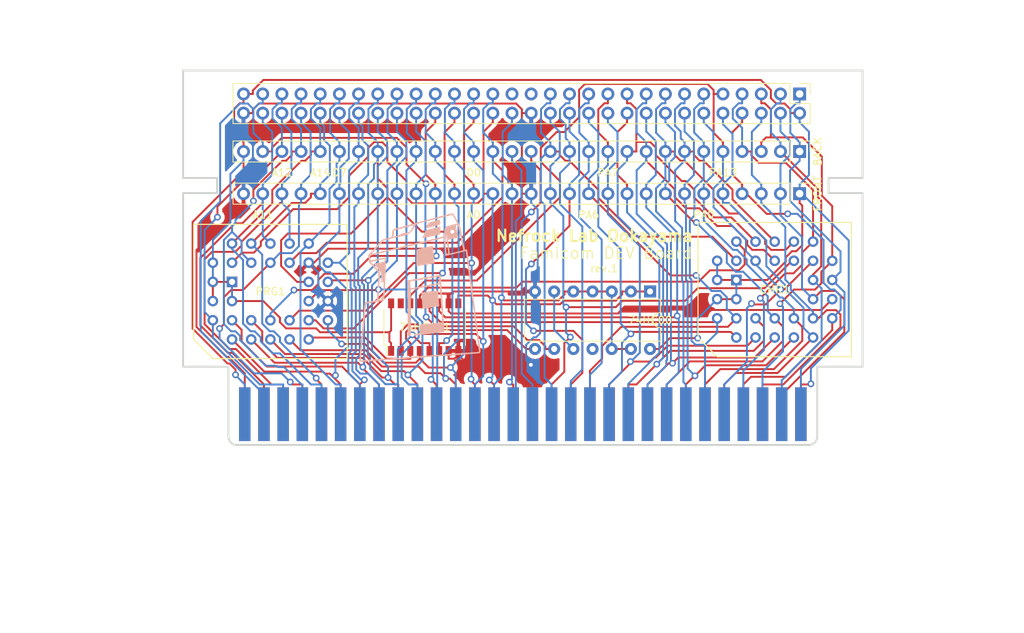
<source format=kicad_pcb>
(kicad_pcb (version 4) (host pcbnew 4.0.1-stable)
  (layers (0 Top signal) (31 Bottom signal) (34 B.Paste user) (35 F.Paste user) (36 B.SilkS user) (37 F.SilkS user) (38 B.Mask user) (39 F.Mask user) (44 Edge.Cuts user))
  (net 0 "")
  (net 1 VCC)
  (net 2 PA12)
  (net 3 PA7)
  (net 4 PA6)
  (net 5 PA5)
  (net 6 PA4)
  (net 7 PA3)
  (net 8 PA2)
  (net 9 PA1)
  (net 10 PA0)
  (net 11 PD0)
  (net 12 PD1)
  (net 13 PD2)
  (net 14 GND)
  (net 15 PD3)
  (net 16 PD4)
  (net 17 PD5)
  (net 18 PD6)
  (net 19 PD7)
  (net 20 PA13)
  (net 21 PA10)
  (net 22 /RD)
  (net 23 PA11)
  (net 24 PA9)
  (net 25 PA8)
  (net 26 /WE)
  (net 27 PA14)
  (net 28 /PA13)
  (net 29 /VRAM_CS)
  (net 30 VRAM_A10)
  (net 31 /IRQ)
  (net 32 /ROMSEL)
  (net 33 R/W)
  (net 34 D0)
  (net 35 A0)
  (net 36 D1)
  (net 37 A1)
  (net 38 D2)
  (net 39 A2)
  (net 40 D3)
  (net 41 A3)
  (net 42 D4)
  (net 43 A4)
  (net 44 D5)
  (net 45 A5)
  (net 46 D6)
  (net 47 A6)
  (net 48 D7)
  (net 49 A7)
  (net 50 A14)
  (net 51 A8)
  (net 52 A13)
  (net 53 A9)
  (net 54 A12)
  (net 55 A10)
  (net 56 F2)
  (net 57 A11)
  (net 58 CK)
  (net 59 "Net-(U1-Pad10)")
  (net 60 "Net-(U1-Pad11)")
  (net 61 "Net-(U2-Pad15)")
  (net 62 SOUND_O)
  (net 63 SOUND_I)
  (net 64 "Net-(P3-Pad29)")
  (net 65 "Net-(P3-Pad31)")
  (module Sockets:PLCC32 (layer Top) (at 181.864 109.22 90)
    (fp_text reference CHR1 (at 0 0 180) (layer F.SilkS))
    (fp_text value EN29F002T)
    (pad 1 thru_hole rect (at 1.27 -5.08 90) (size 1.397 1.397) (drill 0.8128) (layers *.Cu *.Mask) (net 1 VCC))
    (pad 2 thru_hole circle (at -1.27 -7.62 90) (size 1.397 1.397) (drill 0.8128) (layers *.Cu *.Mask) (net 1 VCC))
    (pad 3 thru_hole circle (at -1.27 -5.08 90) (size 1.397 1.397) (drill 0.8128) (layers *.Cu *.Mask) (net 1 VCC))
    (pad 4 thru_hole circle (at -3.81 -7.62 90) (size 1.397 1.397) (drill 0.8128) (layers *.Cu *.Mask) (net 2 PA12))
    (pad 5 thru_hole circle (at -6.35 -5.08 90) (size 1.397 1.397) (drill 0.8128) (layers *.Cu *.Mask) (net 3 PA7))
    (pad 6 thru_hole circle (at -3.81 -5.08 90) (size 1.397 1.397) (drill 0.8128) (layers *.Cu *.Mask) (net 4 PA6))
    (pad 7 thru_hole circle (at -6.35 -2.54 90) (size 1.397 1.397) (drill 0.8128) (layers *.Cu *.Mask) (net 5 PA5))
    (pad 8 thru_hole circle (at -3.81 -2.54 90) (size 1.397 1.397) (drill 0.8128) (layers *.Cu *.Mask) (net 6 PA4))
    (pad 9 thru_hole circle (at -6.35 0 90) (size 1.397 1.397) (drill 0.8128) (layers *.Cu *.Mask) (net 7 PA3))
    (pad 10 thru_hole circle (at -3.81 0 90) (size 1.397 1.397) (drill 0.8128) (layers *.Cu *.Mask) (net 8 PA2))
    (pad 11 thru_hole circle (at -6.35 2.54 90) (size 1.397 1.397) (drill 0.8128) (layers *.Cu *.Mask) (net 9 PA1))
    (pad 12 thru_hole circle (at -3.81 2.54 90) (size 1.397 1.397) (drill 0.8128) (layers *.Cu *.Mask) (net 10 PA0))
    (pad 13 thru_hole circle (at -6.35 5.08 90) (size 1.397 1.397) (drill 0.8128) (layers *.Cu *.Mask) (net 11 PD0))
    (pad 14 thru_hole circle (at -3.81 7.62 90) (size 1.397 1.397) (drill 0.8128) (layers *.Cu *.Mask) (net 12 PD1))
    (pad 15 thru_hole circle (at -3.81 5.08 90) (size 1.397 1.397) (drill 0.8128) (layers *.Cu *.Mask) (net 13 PD2))
    (pad 16 thru_hole circle (at -1.27 7.62 90) (size 1.397 1.397) (drill 0.8128) (layers *.Cu *.Mask) (net 14 GND))
    (pad 17 thru_hole circle (at -1.27 5.08 90) (size 1.397 1.397) (drill 0.8128) (layers *.Cu *.Mask) (net 15 PD3))
    (pad 18 thru_hole circle (at 1.27 7.62 90) (size 1.397 1.397) (drill 0.8128) (layers *.Cu *.Mask) (net 16 PD4))
    (pad 19 thru_hole circle (at 1.27 5.08 90) (size 1.397 1.397) (drill 0.8128) (layers *.Cu *.Mask) (net 17 PD5))
    (pad 20 thru_hole circle (at 3.81 7.62 90) (size 1.397 1.397) (drill 0.8128) (layers *.Cu *.Mask) (net 18 PD6))
    (pad 21 thru_hole circle (at 6.35 5.08 90) (size 1.397 1.397) (drill 0.8128) (layers *.Cu *.Mask) (net 19 PD7))
    (pad 22 thru_hole circle (at 3.81 5.08 90) (size 1.397 1.397) (drill 0.8128) (layers *.Cu *.Mask) (net 20 PA13))
    (pad 23 thru_hole circle (at 6.35 2.54 90) (size 1.397 1.397) (drill 0.8128) (layers *.Cu *.Mask) (net 21 PA10))
    (pad 24 thru_hole circle (at 3.81 2.54 90) (size 1.397 1.397) (drill 0.8128) (layers *.Cu *.Mask) (net 22 /RD))
    (pad 25 thru_hole circle (at 6.35 0 90) (size 1.397 1.397) (drill 0.8128) (layers *.Cu *.Mask) (net 23 PA11))
    (pad 26 thru_hole circle (at 3.81 0 90) (size 1.397 1.397) (drill 0.8128) (layers *.Cu *.Mask) (net 24 PA9))
    (pad 27 thru_hole circle (at 6.35 -2.54 90) (size 1.397 1.397) (drill 0.8128) (layers *.Cu *.Mask) (net 25 PA8))
    (pad 28 thru_hole circle (at 3.81 -2.54 90) (size 1.397 1.397) (drill 0.8128) (layers *.Cu *.Mask) (net 20 PA13))
    (pad 31 thru_hole circle (at 3.81 -5.08 90) (size 1.397 1.397) (drill 0.8128) (layers *.Cu *.Mask) (net 26 /WE))
    (pad 32 thru_hole circle (at 1.27 -7.62 90) (size 1.397 1.397) (drill 0.8128) (layers *.Cu *.Mask) (net 1 VCC))
    (pad 29 thru_hole circle (at 6.35 -5.08 90) (size 1.397 1.397) (drill 0.8128) (layers *.Cu *.Mask) (net 27 PA14))
    (pad 30 thru_hole circle (at 3.81 -7.62 90) (size 1.397 1.397) (drill 0.8128) (layers *.Cu *.Mask) (net 1 VCC))
  )
  (module doragasu-footprints:FAMICOMcommnotext (layer Top) (at 148.501 117.792)
    (fp_text reference CONN1 hide)
    (fp_text value famicom_card_test hide)
    (pad 1 smd rect (at 36.83 7.9375 90) (size 7.112 1.524) (layers Bottom B.Paste B.Mask) (net 16 PD4))
    (pad 2 smd rect (at 34.29 7.9375 90) (size 7.112 1.524) (layers Bottom B.Paste B.Mask) (net 17 PD5))
    (pad 3 smd rect (at 31.75 7.9375 90) (size 7.112 1.524) (layers Bottom B.Paste B.Mask) (net 18 PD6))
    (pad 4 smd rect (at 29.21 7.9375 90) (size 7.112 1.524) (layers Bottom B.Paste B.Mask) (net 19 PD7))
    (pad 5 smd rect (at 26.67 7.9375 90) (size 7.112 1.524) (layers Bottom B.Paste B.Mask) (net 20 PA13))
    (pad 6 smd rect (at 24.13 7.9375 90) (size 7.112 1.524) (layers Bottom B.Paste B.Mask) (net 2 PA12))
    (pad 7 smd rect (at 21.59 7.9375 90) (size 7.112 1.524) (layers Bottom B.Paste B.Mask) (net 23 PA11))
    (pad 8 smd rect (at 19.05 7.9375 90) (size 7.112 1.524) (layers Bottom B.Paste B.Mask) (net 21 PA10))
    (pad 9 smd rect (at 16.51 7.9375 90) (size 7.112 1.524) (layers Bottom B.Paste B.Mask) (net 24 PA9))
    (pad 10 smd rect (at 13.97 7.9375 90) (size 7.112 1.524) (layers Bottom B.Paste B.Mask) (net 25 PA8))
    (pad 11 smd rect (at 11.43 7.9375 90) (size 7.112 1.524) (layers Bottom B.Paste B.Mask) (net 3 PA7))
    (pad 12 smd rect (at 8.89 7.9375 90) (size 7.112 1.524) (layers Bottom B.Paste B.Mask) (net 28 /PA13))
    (pad 13 smd rect (at 6.35 7.9375 90) (size 7.112 1.524) (layers Bottom B.Paste B.Mask) (net 29 /VRAM_CS))
    (pad 14 smd rect (at 3.81 7.9375 90) (size 7.112 1.524) (layers Bottom B.Paste B.Mask) (net 26 /WE))
    (pad 15 smd rect (at 1.27 7.9375 90) (size 7.112 1.524) (layers Bottom B.Paste B.Mask) (net 62 SOUND_O))
    (pad 16 smd rect (at -1.27 7.9375 90) (size 7.112 1.524) (layers Bottom B.Paste B.Mask) (net 63 SOUND_I))
    (pad 17 smd rect (at -3.81 7.9375 90) (size 7.112 1.524) (layers Bottom B.Paste B.Mask) (net 32 /ROMSEL))
    (pad 18 smd rect (at -6.35 7.9375 90) (size 7.112 1.524) (layers Bottom B.Paste B.Mask) (net 34 D0))
    (pad 19 smd rect (at -8.89 7.9375 90) (size 7.112 1.524) (layers Bottom B.Paste B.Mask) (net 36 D1))
    (pad 20 smd rect (at -11.43 7.9375 90) (size 7.112 1.524) (layers Bottom B.Paste B.Mask) (net 38 D2))
    (pad 21 smd rect (at -13.97 7.9375 90) (size 7.112 1.524) (layers Bottom B.Paste B.Mask) (net 40 D3))
    (pad 22 smd rect (at -16.51 7.9375 90) (size 7.112 1.524) (layers Bottom B.Paste B.Mask) (net 42 D4))
    (pad 23 smd rect (at -19.05 7.9375 90) (size 7.112 1.524) (layers Bottom B.Paste B.Mask) (net 44 D5))
    (pad 24 smd rect (at -21.59 7.9375 90) (size 7.112 1.524) (layers Bottom B.Paste B.Mask) (net 46 D6))
    (pad 25 smd rect (at -24.13 7.9375 90) (size 7.112 1.524) (layers Bottom B.Paste B.Mask) (net 48 D7))
    (pad 26 smd rect (at -26.67 7.9375 90) (size 7.112 1.524) (layers Bottom B.Paste B.Mask) (net 50 A14))
    (pad 27 smd rect (at -29.21 7.9375 90) (size 7.112 1.524) (layers Bottom B.Paste B.Mask) (net 52 A13))
    (pad 28 smd rect (at -31.75 7.9375 90) (size 7.112 1.524) (layers Bottom B.Paste B.Mask) (net 54 A12))
    (pad 29 smd rect (at -34.29 7.9375 90) (size 7.112 1.524) (layers Bottom B.Paste B.Mask) (net 56 F2))
    (pad 30 smd rect (at -36.83 7.9375 90) (size 7.112 1.524) (layers Bottom B.Paste B.Mask) (net 1 VCC))
    (pad 31 smd rect (at 36.83 7.9375 90) (size 7.112 1.524) (layers Top F.Paste F.Mask) (net 1 VCC))
    (pad 32 smd rect (at 34.29 7.9375 90) (size 7.112 1.524) (layers Top F.Paste F.Mask) (net 15 PD3))
    (pad 33 smd rect (at 31.75 7.9375 90) (size 7.112 1.524) (layers Top F.Paste F.Mask) (net 13 PD2))
    (pad 34 smd rect (at 29.21 7.9375 90) (size 7.112 1.524) (layers Top F.Paste F.Mask) (net 12 PD1))
    (pad 35 smd rect (at 26.67 7.9375 90) (size 7.112 1.524) (layers Top F.Paste F.Mask) (net 11 PD0))
    (pad 36 smd rect (at 24.13 7.9375 90) (size 7.112 1.524) (layers Top F.Paste F.Mask) (net 10 PA0))
    (pad 37 smd rect (at 21.59 7.9375 90) (size 7.112 1.524) (layers Top F.Paste F.Mask) (net 9 PA1))
    (pad 38 smd rect (at 19.05 7.9375 90) (size 7.112 1.524) (layers Top F.Paste F.Mask) (net 8 PA2))
    (pad 39 smd rect (at 16.51 7.9375 90) (size 7.112 1.524) (layers Top F.Paste F.Mask) (net 7 PA3))
    (pad 40 smd rect (at 13.97 7.9375 90) (size 7.112 1.524) (layers Top F.Paste F.Mask) (net 6 PA4))
    (pad 41 smd rect (at 11.43 7.9375 90) (size 7.112 1.524) (layers Top F.Paste F.Mask) (net 5 PA5))
    (pad 42 smd rect (at 8.89 7.9375 90) (size 7.112 1.524) (layers Top F.Paste F.Mask) (net 4 PA6))
    (pad 43 smd rect (at 6.35 7.9375 90) (size 7.112 1.524) (layers Top F.Paste F.Mask) (net 30 VRAM_A10))
    (pad 44 smd rect (at 3.81 7.9375 90) (size 7.112 1.524) (layers Top F.Paste F.Mask) (net 22 /RD))
    (pad 45 smd rect (at 1.27 7.9375 90) (size 7.112 1.524) (layers Top F.Paste F.Mask) (net 14 GND))
    (pad 46 smd rect (at -1.27 7.9375 90) (size 7.112 1.524) (layers Top F.Paste F.Mask) (net 31 /IRQ))
    (pad 47 smd rect (at -3.81 7.9375 90) (size 7.112 1.524) (layers Top F.Paste F.Mask) (net 33 R/W))
    (pad 48 smd rect (at -6.35 7.9375 90) (size 7.112 1.524) (layers Top F.Paste F.Mask) (net 35 A0))
    (pad 49 smd rect (at -8.89 7.9375 90) (size 7.112 1.524) (layers Top F.Paste F.Mask) (net 37 A1))
    (pad 50 smd rect (at -11.43 7.9375 90) (size 7.112 1.524) (layers Top F.Paste F.Mask) (net 39 A2))
    (pad 51 smd rect (at -13.97 7.9375 90) (size 7.112 1.524) (layers Top F.Paste F.Mask) (net 41 A3))
    (pad 52 smd rect (at -16.51 7.9375 90) (size 7.112 1.524) (layers Top F.Paste F.Mask) (net 43 A4))
    (pad 53 smd rect (at -19.05 7.9375 90) (size 7.112 1.524) (layers Top F.Paste F.Mask) (net 45 A5))
    (pad 54 smd rect (at -21.59 7.9375 90) (size 7.112 1.524) (layers Top F.Paste F.Mask) (net 47 A6))
    (pad 55 smd rect (at -24.13 7.9375 90) (size 7.112 1.524) (layers Top F.Paste F.Mask) (net 49 A7))
    (pad 56 smd rect (at -26.67 7.9375 90) (size 7.112 1.524) (layers Top F.Paste F.Mask) (net 51 A8))
    (pad 57 smd rect (at -29.21 7.9375 90) (size 7.112 1.524) (layers Top F.Paste F.Mask) (net 53 A9))
    (pad 58 smd rect (at -31.75 7.9375 90) (size 7.112 1.524) (layers Top F.Paste F.Mask) (net 55 A10))
    (pad 59 smd rect (at -34.29 7.9375 90) (size 7.112 1.524) (layers Top F.Paste F.Mask) (net 57 A11))
    (pad 60 connect rect (at -36.83 7.9375 90) (size 7.112 1.524) (layers Top F.Mask) (net 14 GND))
  )
  (module Pin_Headers:Pin_Header_Straight_1x30_Pitch2.54mm (layer Top) (at 185.166 90.932 270)
    (fp_text reference BACK (at 0 -2.39 270) (layer F.SilkS))
    (fp_text value CONN_01X30)
    (pad 1 thru_hole rect (at 0 0 270) (size 1.7 1.7) (drill 1) (layers *.Cu *.Mask) (net 16 PD4))
    (pad 2 thru_hole oval (at 0 2.54 270) (size 1.7 1.7) (drill 1) (layers *.Cu *.Mask) (net 17 PD5))
    (pad 3 thru_hole oval (at 0 5.08 270) (size 1.7 1.7) (drill 1) (layers *.Cu *.Mask) (net 18 PD6))
    (pad 4 thru_hole oval (at 0 7.62 270) (size 1.7 1.7) (drill 1) (layers *.Cu *.Mask) (net 19 PD7))
    (pad 5 thru_hole oval (at 0 10.16 270) (size 1.7 1.7) (drill 1) (layers *.Cu *.Mask) (net 20 PA13))
    (pad 6 thru_hole oval (at 0 12.7 270) (size 1.7 1.7) (drill 1) (layers *.Cu *.Mask) (net 2 PA12))
    (pad 7 thru_hole oval (at 0 15.24 270) (size 1.7 1.7) (drill 1) (layers *.Cu *.Mask) (net 23 PA11))
    (pad 8 thru_hole oval (at 0 17.78 270) (size 1.7 1.7) (drill 1) (layers *.Cu *.Mask) (net 21 PA10))
    (pad 9 thru_hole oval (at 0 20.32 270) (size 1.7 1.7) (drill 1) (layers *.Cu *.Mask) (net 24 PA9))
    (pad 10 thru_hole oval (at 0 22.86 270) (size 1.7 1.7) (drill 1) (layers *.Cu *.Mask) (net 25 PA8))
    (pad 11 thru_hole oval (at 0 25.4 270) (size 1.7 1.7) (drill 1) (layers *.Cu *.Mask) (net 3 PA7))
    (pad 12 thru_hole oval (at 0 27.94 270) (size 1.7 1.7) (drill 1) (layers *.Cu *.Mask) (net 28 /PA13))
    (pad 13 thru_hole oval (at 0 30.48 270) (size 1.7 1.7) (drill 1) (layers *.Cu *.Mask) (net 29 /VRAM_CS))
    (pad 14 thru_hole oval (at 0 33.02 270) (size 1.7 1.7) (drill 1) (layers *.Cu *.Mask) (net 26 /WE))
    (pad 15 thru_hole oval (at 0 35.56 270) (size 1.7 1.7) (drill 1) (layers *.Cu *.Mask) (net 62 SOUND_O))
    (pad 16 thru_hole oval (at 0 38.1 270) (size 1.7 1.7) (drill 1) (layers *.Cu *.Mask) (net 63 SOUND_I))
    (pad 17 thru_hole oval (at 0 40.64 270) (size 1.7 1.7) (drill 1) (layers *.Cu *.Mask) (net 32 /ROMSEL))
    (pad 18 thru_hole oval (at 0 43.18 270) (size 1.7 1.7) (drill 1) (layers *.Cu *.Mask) (net 34 D0))
    (pad 19 thru_hole oval (at 0 45.72 270) (size 1.7 1.7) (drill 1) (layers *.Cu *.Mask) (net 36 D1))
    (pad 20 thru_hole oval (at 0 48.26 270) (size 1.7 1.7) (drill 1) (layers *.Cu *.Mask) (net 38 D2))
    (pad 21 thru_hole oval (at 0 50.8 270) (size 1.7 1.7) (drill 1) (layers *.Cu *.Mask) (net 40 D3))
    (pad 22 thru_hole oval (at 0 53.34 270) (size 1.7 1.7) (drill 1) (layers *.Cu *.Mask) (net 42 D4))
    (pad 23 thru_hole oval (at 0 55.88 270) (size 1.7 1.7) (drill 1) (layers *.Cu *.Mask) (net 44 D5))
    (pad 24 thru_hole oval (at 0 58.42 270) (size 1.7 1.7) (drill 1) (layers *.Cu *.Mask) (net 46 D6))
    (pad 25 thru_hole oval (at 0 60.96 270) (size 1.7 1.7) (drill 1) (layers *.Cu *.Mask) (net 48 D7))
    (pad 26 thru_hole oval (at 0 63.5 270) (size 1.7 1.7) (drill 1) (layers *.Cu *.Mask) (net 50 A14))
    (pad 27 thru_hole oval (at 0 66.04 270) (size 1.7 1.7) (drill 1) (layers *.Cu *.Mask) (net 52 A13))
    (pad 28 thru_hole oval (at 0 68.58 270) (size 1.7 1.7) (drill 1) (layers *.Cu *.Mask) (net 54 A12))
    (pad 29 thru_hole oval (at 0 71.12 270) (size 1.7 1.7) (drill 1) (layers *.Cu *.Mask) (net 56 F2))
    (pad 30 thru_hole oval (at 0 73.66 270) (size 1.7 1.7) (drill 1) (layers *.Cu *.Mask) (net 1 VCC))
  )
  (module Pin_Headers:Pin_Header_Straight_1x30_Pitch2.54mm (layer Top) (at 185.166 96.52 270)
    (fp_text reference FRONT (at 0 -2.39 270) (layer F.SilkS))
    (fp_text value CONN_01X30)
    (pad 1 thru_hole rect (at 0 0 270) (size 1.7 1.7) (drill 1) (layers *.Cu *.Mask) (net 1 VCC))
    (pad 2 thru_hole oval (at 0 2.54 270) (size 1.7 1.7) (drill 1) (layers *.Cu *.Mask) (net 15 PD3))
    (pad 3 thru_hole oval (at 0 5.08 270) (size 1.7 1.7) (drill 1) (layers *.Cu *.Mask) (net 13 PD2))
    (pad 4 thru_hole oval (at 0 7.62 270) (size 1.7 1.7) (drill 1) (layers *.Cu *.Mask) (net 12 PD1))
    (pad 5 thru_hole oval (at 0 10.16 270) (size 1.7 1.7) (drill 1) (layers *.Cu *.Mask) (net 11 PD0))
    (pad 6 thru_hole oval (at 0 12.7 270) (size 1.7 1.7) (drill 1) (layers *.Cu *.Mask) (net 10 PA0))
    (pad 7 thru_hole oval (at 0 15.24 270) (size 1.7 1.7) (drill 1) (layers *.Cu *.Mask) (net 9 PA1))
    (pad 8 thru_hole oval (at 0 17.78 270) (size 1.7 1.7) (drill 1) (layers *.Cu *.Mask) (net 8 PA2))
    (pad 9 thru_hole oval (at 0 20.32 270) (size 1.7 1.7) (drill 1) (layers *.Cu *.Mask) (net 7 PA3))
    (pad 10 thru_hole oval (at 0 22.86 270) (size 1.7 1.7) (drill 1) (layers *.Cu *.Mask) (net 6 PA4))
    (pad 11 thru_hole oval (at 0 25.4 270) (size 1.7 1.7) (drill 1) (layers *.Cu *.Mask) (net 5 PA5))
    (pad 12 thru_hole oval (at 0 27.94 270) (size 1.7 1.7) (drill 1) (layers *.Cu *.Mask) (net 4 PA6))
    (pad 13 thru_hole oval (at 0 30.48 270) (size 1.7 1.7) (drill 1) (layers *.Cu *.Mask) (net 30 VRAM_A10))
    (pad 14 thru_hole oval (at 0 33.02 270) (size 1.7 1.7) (drill 1) (layers *.Cu *.Mask) (net 22 /RD))
    (pad 15 thru_hole oval (at 0 35.56 270) (size 1.7 1.7) (drill 1) (layers *.Cu *.Mask) (net 14 GND))
    (pad 16 thru_hole oval (at 0 38.1 270) (size 1.7 1.7) (drill 1) (layers *.Cu *.Mask) (net 31 /IRQ))
    (pad 17 thru_hole oval (at 0 40.64 270) (size 1.7 1.7) (drill 1) (layers *.Cu *.Mask) (net 33 R/W))
    (pad 18 thru_hole oval (at 0 43.18 270) (size 1.7 1.7) (drill 1) (layers *.Cu *.Mask) (net 35 A0))
    (pad 19 thru_hole oval (at 0 45.72 270) (size 1.7 1.7) (drill 1) (layers *.Cu *.Mask) (net 37 A1))
    (pad 20 thru_hole oval (at 0 48.26 270) (size 1.7 1.7) (drill 1) (layers *.Cu *.Mask) (net 39 A2))
    (pad 21 thru_hole oval (at 0 50.8 270) (size 1.7 1.7) (drill 1) (layers *.Cu *.Mask) (net 41 A3))
    (pad 22 thru_hole oval (at 0 53.34 270) (size 1.7 1.7) (drill 1) (layers *.Cu *.Mask) (net 43 A4))
    (pad 23 thru_hole oval (at 0 55.88 270) (size 1.7 1.7) (drill 1) (layers *.Cu *.Mask) (net 45 A5))
    (pad 24 thru_hole oval (at 0 58.42 270) (size 1.7 1.7) (drill 1) (layers *.Cu *.Mask) (net 47 A6))
    (pad 25 thru_hole oval (at 0 60.96 270) (size 1.7 1.7) (drill 1) (layers *.Cu *.Mask) (net 49 A7))
    (pad 26 thru_hole oval (at 0 63.5 270) (size 1.7 1.7) (drill 1) (layers *.Cu *.Mask) (net 51 A8))
    (pad 27 thru_hole oval (at 0 66.04 270) (size 1.7 1.7) (drill 1) (layers *.Cu *.Mask) (net 53 A9))
    (pad 28 thru_hole oval (at 0 68.58 270) (size 1.7 1.7) (drill 1) (layers *.Cu *.Mask) (net 55 A10))
    (pad 29 thru_hole oval (at 0 71.12 270) (size 1.7 1.7) (drill 1) (layers *.Cu *.Mask) (net 57 A11))
    (pad 30 thru_hole oval (at 0 73.66 270) (size 1.7 1.7) (drill 1) (layers *.Cu *.Mask) (net 14 GND))
  )
  (module Pin_Headers:Pin_Header_Straight_2x30_Pitch2.54mm (layer Top) (at 185.166 83.312 270)
    (fp_text reference PIN)
    (fp_text value CONN_02X30)
    (pad 1 thru_hole rect (at 0 0 270) (size 1.7 1.7) (drill 1) (layers *.Cu *.Mask) (net 16 PD4))
    (pad 2 thru_hole oval (at 2.54 0 270) (size 1.7 1.7) (drill 1) (layers *.Cu *.Mask) (net 1 VCC))
    (pad 3 thru_hole oval (at 0 2.54 270) (size 1.7 1.7) (drill 1) (layers *.Cu *.Mask) (net 17 PD5))
    (pad 4 thru_hole oval (at 2.54 2.54 270) (size 1.7 1.7) (drill 1) (layers *.Cu *.Mask) (net 15 PD3))
    (pad 5 thru_hole oval (at 0 5.08 270) (size 1.7 1.7) (drill 1) (layers *.Cu *.Mask) (net 18 PD6))
    (pad 6 thru_hole oval (at 2.54 5.08 270) (size 1.7 1.7) (drill 1) (layers *.Cu *.Mask) (net 13 PD2))
    (pad 7 thru_hole oval (at 0 7.62 270) (size 1.7 1.7) (drill 1) (layers *.Cu *.Mask) (net 19 PD7))
    (pad 8 thru_hole oval (at 2.54 7.62 270) (size 1.7 1.7) (drill 1) (layers *.Cu *.Mask) (net 12 PD1))
    (pad 9 thru_hole oval (at 0 10.16 270) (size 1.7 1.7) (drill 1) (layers *.Cu *.Mask) (net 20 PA13))
    (pad 10 thru_hole oval (at 2.54 10.16 270) (size 1.7 1.7) (drill 1) (layers *.Cu *.Mask) (net 11 PD0))
    (pad 11 thru_hole oval (at 0 12.7 270) (size 1.7 1.7) (drill 1) (layers *.Cu *.Mask) (net 2 PA12))
    (pad 12 thru_hole oval (at 2.54 12.7 270) (size 1.7 1.7) (drill 1) (layers *.Cu *.Mask) (net 10 PA0))
    (pad 13 thru_hole oval (at 0 15.24 270) (size 1.7 1.7) (drill 1) (layers *.Cu *.Mask) (net 23 PA11))
    (pad 14 thru_hole oval (at 2.54 15.24 270) (size 1.7 1.7) (drill 1) (layers *.Cu *.Mask) (net 9 PA1))
    (pad 15 thru_hole oval (at 0 17.78 270) (size 1.7 1.7) (drill 1) (layers *.Cu *.Mask) (net 21 PA10))
    (pad 16 thru_hole oval (at 2.54 17.78 270) (size 1.7 1.7) (drill 1) (layers *.Cu *.Mask) (net 8 PA2))
    (pad 17 thru_hole oval (at 0 20.32 270) (size 1.7 1.7) (drill 1) (layers *.Cu *.Mask) (net 24 PA9))
    (pad 18 thru_hole oval (at 2.54 20.32 270) (size 1.7 1.7) (drill 1) (layers *.Cu *.Mask) (net 7 PA3))
    (pad 19 thru_hole oval (at 0 22.86 270) (size 1.7 1.7) (drill 1) (layers *.Cu *.Mask) (net 25 PA8))
    (pad 20 thru_hole oval (at 2.54 22.86 270) (size 1.7 1.7) (drill 1) (layers *.Cu *.Mask) (net 6 PA4))
    (pad 21 thru_hole oval (at 0 25.4 270) (size 1.7 1.7) (drill 1) (layers *.Cu *.Mask) (net 3 PA7))
    (pad 22 thru_hole oval (at 2.54 25.4 270) (size 1.7 1.7) (drill 1) (layers *.Cu *.Mask) (net 5 PA5))
    (pad 23 thru_hole oval (at 0 27.94 270) (size 1.7 1.7) (drill 1) (layers *.Cu *.Mask) (net 28 /PA13))
    (pad 24 thru_hole oval (at 2.54 27.94 270) (size 1.7 1.7) (drill 1) (layers *.Cu *.Mask) (net 4 PA6))
    (pad 25 thru_hole oval (at 0 30.48 270) (size 1.7 1.7) (drill 1) (layers *.Cu *.Mask) (net 29 /VRAM_CS))
    (pad 26 thru_hole oval (at 2.54 30.48 270) (size 1.7 1.7) (drill 1) (layers *.Cu *.Mask) (net 30 VRAM_A10))
    (pad 27 thru_hole oval (at 0 33.02 270) (size 1.7 1.7) (drill 1) (layers *.Cu *.Mask) (net 26 /WE))
    (pad 28 thru_hole oval (at 2.54 33.02 270) (size 1.7 1.7) (drill 1) (layers *.Cu *.Mask) (net 22 /RD))
    (pad 29 thru_hole oval (at 0 35.56 270) (size 1.7 1.7) (drill 1) (layers *.Cu *.Mask) (net 64 "Net-(P3-Pad29)"))
    (pad 30 thru_hole oval (at 2.54 35.56 270) (size 1.7 1.7) (drill 1) (layers *.Cu *.Mask) (net 14 GND))
    (pad 31 thru_hole oval (at 0 38.1 270) (size 1.7 1.7) (drill 1) (layers *.Cu *.Mask) (net 65 "Net-(P3-Pad31)"))
    (pad 32 thru_hole oval (at 2.54 38.1 270) (size 1.7 1.7) (drill 1) (layers *.Cu *.Mask) (net 31 /IRQ))
    (pad 33 thru_hole oval (at 0 40.64 270) (size 1.7 1.7) (drill 1) (layers *.Cu *.Mask) (net 32 /ROMSEL))
    (pad 34 thru_hole oval (at 2.54 40.64 270) (size 1.7 1.7) (drill 1) (layers *.Cu *.Mask) (net 33 R/W))
    (pad 35 thru_hole oval (at 0 43.18 270) (size 1.7 1.7) (drill 1) (layers *.Cu *.Mask) (net 34 D0))
    (pad 36 thru_hole oval (at 2.54 43.18 270) (size 1.7 1.7) (drill 1) (layers *.Cu *.Mask) (net 35 A0))
    (pad 37 thru_hole oval (at 0 45.72 270) (size 1.7 1.7) (drill 1) (layers *.Cu *.Mask) (net 36 D1))
    (pad 38 thru_hole oval (at 2.54 45.72 270) (size 1.7 1.7) (drill 1) (layers *.Cu *.Mask) (net 37 A1))
    (pad 39 thru_hole oval (at 0 48.26 270) (size 1.7 1.7) (drill 1) (layers *.Cu *.Mask) (net 38 D2))
    (pad 40 thru_hole oval (at 2.54 48.26 270) (size 1.7 1.7) (drill 1) (layers *.Cu *.Mask) (net 39 A2))
    (pad 41 thru_hole oval (at 0 50.8 270) (size 1.7 1.7) (drill 1) (layers *.Cu *.Mask) (net 40 D3))
    (pad 42 thru_hole oval (at 2.54 50.8 270) (size 1.7 1.7) (drill 1) (layers *.Cu *.Mask) (net 41 A3))
    (pad 43 thru_hole oval (at 0 53.34 270) (size 1.7 1.7) (drill 1) (layers *.Cu *.Mask) (net 42 D4))
    (pad 44 thru_hole oval (at 2.54 53.34 270) (size 1.7 1.7) (drill 1) (layers *.Cu *.Mask) (net 43 A4))
    (pad 45 thru_hole oval (at 0 55.88 270) (size 1.7 1.7) (drill 1) (layers *.Cu *.Mask) (net 44 D5))
    (pad 46 thru_hole oval (at 2.54 55.88 270) (size 1.7 1.7) (drill 1) (layers *.Cu *.Mask) (net 45 A5))
    (pad 47 thru_hole oval (at 0 58.42 270) (size 1.7 1.7) (drill 1) (layers *.Cu *.Mask) (net 46 D6))
    (pad 48 thru_hole oval (at 2.54 58.42 270) (size 1.7 1.7) (drill 1) (layers *.Cu *.Mask) (net 47 A6))
    (pad 49 thru_hole oval (at 0 60.96 270) (size 1.7 1.7) (drill 1) (layers *.Cu *.Mask) (net 48 D7))
    (pad 50 thru_hole oval (at 2.54 60.96 270) (size 1.7 1.7) (drill 1) (layers *.Cu *.Mask) (net 49 A7))
    (pad 51 thru_hole oval (at 0 63.5 270) (size 1.7 1.7) (drill 1) (layers *.Cu *.Mask) (net 50 A14))
    (pad 52 thru_hole oval (at 2.54 63.5 270) (size 1.7 1.7) (drill 1) (layers *.Cu *.Mask) (net 51 A8))
    (pad 53 thru_hole oval (at 0 66.04 270) (size 1.7 1.7) (drill 1) (layers *.Cu *.Mask) (net 52 A13))
    (pad 54 thru_hole oval (at 2.54 66.04 270) (size 1.7 1.7) (drill 1) (layers *.Cu *.Mask) (net 53 A9))
    (pad 55 thru_hole oval (at 0 68.58 270) (size 1.7 1.7) (drill 1) (layers *.Cu *.Mask) (net 54 A12))
    (pad 56 thru_hole oval (at 2.54 68.58 270) (size 1.7 1.7) (drill 1) (layers *.Cu *.Mask) (net 55 A10))
    (pad 57 thru_hole oval (at 0 71.12 270) (size 1.7 1.7) (drill 1) (layers *.Cu *.Mask) (net 56 F2))
    (pad 58 thru_hole oval (at 2.54 71.12 270) (size 1.7 1.7) (drill 1) (layers *.Cu *.Mask) (net 57 A11))
    (pad 59 thru_hole oval (at 0 73.66 270) (size 1.7 1.7) (drill 1) (layers *.Cu *.Mask) (net 1 VCC))
    (pad 60 thru_hole oval (at 2.54 73.66 270) (size 1.7 1.7) (drill 1) (layers *.Cu *.Mask) (net 14 GND))
  )
  (module Sockets:PLCC32 (layer Top) (at 115.062 109.474 90)
    (fp_text reference PRG1 (at 0 0 180) (layer F.SilkS))
    (fp_text value EN29F002T)
    (pad 1 thru_hole rect (at 1.27 -5.08 90) (size 1.397 1.397) (drill 0.8128) (layers *.Cu *.Mask) (net 1 VCC))
    (pad 2 thru_hole circle (at -1.27 -7.62 90) (size 1.397 1.397) (drill 0.8128) (layers *.Cu *.Mask) (net 1 VCC))
    (pad 3 thru_hole circle (at -1.27 -5.08 90) (size 1.397 1.397) (drill 0.8128) (layers *.Cu *.Mask) (net 1 VCC))
    (pad 4 thru_hole circle (at -3.81 -7.62 90) (size 1.397 1.397) (drill 0.8128) (layers *.Cu *.Mask) (net 54 A12))
    (pad 5 thru_hole circle (at -6.35 -5.08 90) (size 1.397 1.397) (drill 0.8128) (layers *.Cu *.Mask) (net 49 A7))
    (pad 6 thru_hole circle (at -3.81 -5.08 90) (size 1.397 1.397) (drill 0.8128) (layers *.Cu *.Mask) (net 47 A6))
    (pad 7 thru_hole circle (at -6.35 -2.54 90) (size 1.397 1.397) (drill 0.8128) (layers *.Cu *.Mask) (net 45 A5))
    (pad 8 thru_hole circle (at -3.81 -2.54 90) (size 1.397 1.397) (drill 0.8128) (layers *.Cu *.Mask) (net 43 A4))
    (pad 9 thru_hole circle (at -6.35 0 90) (size 1.397 1.397) (drill 0.8128) (layers *.Cu *.Mask) (net 41 A3))
    (pad 10 thru_hole circle (at -3.81 0 90) (size 1.397 1.397) (drill 0.8128) (layers *.Cu *.Mask) (net 39 A2))
    (pad 11 thru_hole circle (at -6.35 2.54 90) (size 1.397 1.397) (drill 0.8128) (layers *.Cu *.Mask) (net 37 A1))
    (pad 12 thru_hole circle (at -3.81 2.54 90) (size 1.397 1.397) (drill 0.8128) (layers *.Cu *.Mask) (net 35 A0))
    (pad 13 thru_hole circle (at -6.35 5.08 90) (size 1.397 1.397) (drill 0.8128) (layers *.Cu *.Mask) (net 34 D0))
    (pad 14 thru_hole circle (at -3.81 7.62 90) (size 1.397 1.397) (drill 0.8128) (layers *.Cu *.Mask) (net 36 D1))
    (pad 15 thru_hole circle (at -3.81 5.08 90) (size 1.397 1.397) (drill 0.8128) (layers *.Cu *.Mask) (net 38 D2))
    (pad 16 thru_hole circle (at -1.27 7.62 90) (size 1.397 1.397) (drill 0.8128) (layers *.Cu *.Mask) (net 14 GND))
    (pad 17 thru_hole circle (at -1.27 5.08 90) (size 1.397 1.397) (drill 0.8128) (layers *.Cu *.Mask) (net 40 D3))
    (pad 18 thru_hole circle (at 1.27 7.62 90) (size 1.397 1.397) (drill 0.8128) (layers *.Cu *.Mask) (net 42 D4))
    (pad 19 thru_hole circle (at 1.27 5.08 90) (size 1.397 1.397) (drill 0.8128) (layers *.Cu *.Mask) (net 44 D5))
    (pad 20 thru_hole circle (at 3.81 7.62 90) (size 1.397 1.397) (drill 0.8128) (layers *.Cu *.Mask) (net 46 D6))
    (pad 21 thru_hole circle (at 6.35 5.08 90) (size 1.397 1.397) (drill 0.8128) (layers *.Cu *.Mask) (net 48 D7))
    (pad 22 thru_hole circle (at 3.81 5.08 90) (size 1.397 1.397) (drill 0.8128) (layers *.Cu *.Mask) (net 14 GND))
    (pad 23 thru_hole circle (at 6.35 2.54 90) (size 1.397 1.397) (drill 0.8128) (layers *.Cu *.Mask) (net 55 A10))
    (pad 24 thru_hole circle (at 3.81 2.54 90) (size 1.397 1.397) (drill 0.8128) (layers *.Cu *.Mask) (net 32 /ROMSEL))
    (pad 25 thru_hole circle (at 6.35 0 90) (size 1.397 1.397) (drill 0.8128) (layers *.Cu *.Mask) (net 57 A11))
    (pad 26 thru_hole circle (at 3.81 0 90) (size 1.397 1.397) (drill 0.8128) (layers *.Cu *.Mask) (net 53 A9))
    (pad 27 thru_hole circle (at 6.35 -2.54 90) (size 1.397 1.397) (drill 0.8128) (layers *.Cu *.Mask) (net 51 A8))
    (pad 28 thru_hole circle (at 3.81 -2.54 90) (size 1.397 1.397) (drill 0.8128) (layers *.Cu *.Mask) (net 52 A13))
    (pad 31 thru_hole circle (at 3.81 -5.08 90) (size 1.397 1.397) (drill 0.8128) (layers *.Cu *.Mask) (net 33 R/W))
    (pad 32 thru_hole circle (at 1.27 -7.62 90) (size 1.397 1.397) (drill 0.8128) (layers *.Cu *.Mask) (net 1 VCC))
    (pad 29 thru_hole circle (at 6.35 -5.08 90) (size 1.397 1.397) (drill 0.8128) (layers *.Cu *.Mask) (net 50 A14))
    (pad 30 thru_hole circle (at 3.81 -7.62 90) (size 1.397 1.397) (drill 0.8128) (layers *.Cu *.Mask) (net 1 VCC))
  )
  (module Housings_DIP:DIP-14_W7.62mm (layer Top) (at 165.354 109.474 270)
    (fp_text reference 74HC00 (at 3.81 0 360) (layer F.SilkS))
    (fp_text value 74LS00)
    (pad 1 thru_hole rect (at 0 0 270) (size 1.6 1.6) (drill 0.8) (layers *.Cu *.Mask) (net 33 R/W))
    (pad 8 thru_hole oval (at 7.62 15.24 270) (size 1.6 1.6) (drill 0.8) (layers *.Cu *.Mask) (net 58 CK))
    (pad 2 thru_hole oval (at 0 2.54 270) (size 1.6 1.6) (drill 0.8) (layers *.Cu *.Mask) (net 33 R/W))
    (pad 9 thru_hole oval (at 7.62 12.7 270) (size 1.6 1.6) (drill 0.8) (layers *.Cu *.Mask) (net 56 F2))
    (pad 3 thru_hole oval (at 0 5.08 270) (size 1.6 1.6) (drill 0.8) (layers *.Cu *.Mask) (net 32 /ROMSEL))
    (pad 10 thru_hole oval (at 7.62 10.16 270) (size 1.6 1.6) (drill 0.8) (layers *.Cu *.Mask) (net 59 "Net-(U1-Pad10)"))
    (pad 4 thru_hole oval (at 0 7.62 270) (size 1.6 1.6) (drill 0.8) (layers *.Cu *.Mask) (net 32 /ROMSEL))
    (pad 11 thru_hole oval (at 7.62 7.62 270) (size 1.6 1.6) (drill 0.8) (layers *.Cu *.Mask) (net 60 "Net-(U1-Pad11)"))
    (pad 5 thru_hole oval (at 0 10.16 270) (size 1.6 1.6) (drill 0.8) (layers *.Cu *.Mask) (net 32 /ROMSEL))
    (pad 12 thru_hole oval (at 7.62 5.08 270) (size 1.6 1.6) (drill 0.8) (layers *.Cu *.Mask) (net 32 /ROMSEL))
    (pad 6 thru_hole oval (at 0 12.7 270) (size 1.6 1.6) (drill 0.8) (layers *.Cu *.Mask) (net 59 "Net-(U1-Pad10)"))
    (pad 13 thru_hole oval (at 7.62 2.54 270) (size 1.6 1.6) (drill 0.8) (layers *.Cu *.Mask) (net 32 /ROMSEL))
    (pad 7 thru_hole oval (at 0 15.24 270) (size 1.6 1.6) (drill 0.8) (layers *.Cu *.Mask) (net 14 GND))
    (pad 14 thru_hole oval (at 7.62 0 270) (size 1.6 1.6) (drill 0.8) (layers *.Cu *.Mask) (net 1 VCC))
  )
  (module Housings_SSOP:SOP-16_4.4x10.4mm_Pitch1.27mm (layer Top) (at 135.504 114.198 90)
    (fp_text reference 74HC161 (at 0 0 180) (layer F.SilkS))
    (fp_text value 74LS161)
    (pad 1 smd rect (at -3.15 -4.45 90) (size 1.3 0.8) (layers Top F.Paste F.Mask) (net 1 VCC))
    (pad 2 smd rect (at -3.15 -3.17 90) (size 1.3 0.8) (layers Top F.Paste F.Mask) (net 58 CK))
    (pad 3 smd rect (at -3.15 -1.91 90) (size 1.3 0.8) (layers Top F.Paste F.Mask) (net 34 D0))
    (pad 4 smd rect (at -3.15 -0.64 90) (size 1.3 0.8) (layers Top F.Paste F.Mask) (net 36 D1))
    (pad 5 smd rect (at -3.15 0.64 90) (size 1.3 0.8) (layers Top F.Paste F.Mask) (net 42 D4))
    (pad 6 smd rect (at -3.15 1.91 90) (size 1.3 0.8) (layers Top F.Paste F.Mask) (net 44 D5))
    (pad 7 smd rect (at -3.15 3.17 90) (size 1.3 0.8) (layers Top F.Paste F.Mask) (net 14 GND))
    (pad 8 smd rect (at -3.15 4.45 90) (size 1.3 0.8) (layers Top F.Paste F.Mask) (net 14 GND))
    (pad 9 smd rect (at 3.15 4.45 90) (size 1.3 0.8) (layers Top F.Paste F.Mask) (net 33 R/W))
    (pad 10 smd rect (at 3.15 3.17 90) (size 1.3 0.8) (layers Top F.Paste F.Mask) (net 14 GND))
    (pad 11 smd rect (at 3.15 1.91 90) (size 1.3 0.8) (layers Top F.Paste F.Mask) (net 21 PA10))
    (pad 12 smd rect (at 3.15 0.64 90) (size 1.3 0.8) (layers Top F.Paste F.Mask) (net 2 PA12))
    (pad 13 smd rect (at 3.15 -0.64 90) (size 1.3 0.8) (layers Top F.Paste F.Mask) (net 27 PA14))
    (pad 14 smd rect (at 3.15 -1.91 90) (size 1.3 0.8) (layers Top F.Paste F.Mask) (net 20 PA13))
    (pad 15 smd rect (at 3.15 -3.17 90) (size 1.3 0.8) (layers Top F.Paste F.Mask) (net 61 "Net-(U2-Pad15)"))
    (pad 16 smd rect (at 3.15 -4.45 90) (size 1.3 0.8) (layers Top F.Paste F.Mask) (net 1 VCC))
  )
  (module doragasu-footprints:LOGO (layer Bottom) (at 134.874 108.966 180)
    (fp_text reference G*** hide)
    (fp_text value LOGO hide)
  )
  (gr_text rev.1 (at 159.258 106.426) (layer F.SilkS) (effects (font (size 1 1))))
  (gr_text "Famicom DEV Board" (at 159.512 104.394) (layer F.SilkS) (effects (font (size 1.5 1.5))))
  (gr_text "Nefrock Lab Ookayama" (at 157.988 102.108) (layer F.SilkS) (effects (font (size 1.5 1.5) (thickness 0.3))))
  (gr_text A11 (at 114.046 99.314) (layer F.SilkS) (effects (font (size 1 1))))
  (gr_text A0 (at 141.986 99.314) (layer F.SilkS) (effects (font (size 1 1))))
  (gr_text PA6 (at 157.226 99.314) (layer F.SilkS) (effects (font (size 1 1))))
  (gr_text PA0 (at 172.466 99.314) (layer F.SilkS) (effects (font (size 1 1))))
  (gr_text PA13 (at 175.006 93.726) (layer F.SilkS) (effects (font (size 1 1))))
  (gr_text PA7 (at 159.766 93.726) (layer F.SilkS) (effects (font (size 1 1))))
  (gr_text A14 (at 121.666 93.726) (layer F.SilkS) (effects (font (size 1 1))))
  (gr_text A12 (at 116.586 93.726) (layer F.SilkS) (effects (font (size 1 1))))
  (gr_text D7 (at 124.206 93.726) (layer F.SilkS) (effects (font (size 1 1))))
  (gr_text D0 (at 141.986 93.726) (layer F.SilkS) (effects (font (size 1 1))))
  (gr_line (start 189.0011 96.4361) (end 189.0011 94.4361) (layer Edge.Cuts) (width 0.254))
  (gr_line (start 187.5011 128.683069) (end 187.5011 119.4361) (layer Edge.Cuts) (width 0.254))
  (gr_arc (start 186.383068 128.68307) (end 186.383069 129.8011) (angle -90) (layer Edge.Cuts) (width 0.254))
  (gr_line (start 187.5011 119.4361) (end 193.5011 119.4361) (layer Edge.Cuts) (width 0.254))
  (gr_line (start 193.5011 119.4361) (end 193.5011 96.4361) (layer Edge.Cuts) (width 0.254))
  (gr_line (start 189.0011 94.4361) (end 193.5011 94.4361) (layer Edge.Cuts) (width 0.254))
  (gr_line (start 193.5011 96.4361) (end 189.0011 96.4361) (layer Edge.Cuts) (width 0.254))
  (gr_line (start 110.619131 129.8011) (end 186.383069 129.8011) (layer Edge.Cuts) (width 0.254))
  (gr_arc (start 110.61913 128.68307) (end 110.619131 129.8011) (angle 90) (layer Edge.Cuts) (width 0.254))
  (gr_line (start 109.5011 128.683069) (end 109.5011 119.4361) (layer Edge.Cuts) (width 0.254))
  (gr_line (start 108.0011 96.4361) (end 108.0011 94.4361) (layer Edge.Cuts) (width 0.254))
  (gr_line (start 103.5011 96.4361) (end 108.0011 96.4361) (layer Edge.Cuts) (width 0.254))
  (gr_line (start 193.5011 94.4361) (end 193.5011 80.2061) (layer Edge.Cuts) (width 0.254))
  (gr_line (start 109.5011 119.4361) (end 103.5011 119.4361) (layer Edge.Cuts) (width 0.254))
  (gr_line (start 103.5011 119.4361) (end 103.5011 96.4361) (layer Edge.Cuts) (width 0.254))
  (gr_line (start 108.0011 94.4361) (end 103.5011 94.4361) (layer Edge.Cuts) (width 0.254))
  (gr_line (start 103.5011 94.4361) (end 103.5011 80.2061) (layer Edge.Cuts) (width 0.254))
  (gr_line (start 103.5011 80.2061) (end 193.5011 80.2061) (layer Edge.Cuts) (width 0.254))
  (via (at 110.4495 120.5093) (size 0.889) (layers Top Bottom) (net 1))
  (via (at 186.6543 121.7095) (size 0.889) (layers Top Bottom) (net 1))
  (via (at 171.6628 115.6553) (size 0.889) (layers Top Bottom) (net 1))
  (segment (start 109.982 110.744) (end 109.982 108.204) (width 0.254) (layer Bottom) (net 1))
  (segment (start 174.244 105.41) (end 174.244 107.95) (width 0.254) (layer Bottom) (net 1))
  (segment (start 176.784 110.49) (end 176.784 107.95) (width 0.254) (layer Bottom) (net 1))
  (segment (start 174.244 107.95) (end 176.784 107.95) (width 0.254) (layer Top) (net 1))
  (segment (start 185.166 96.52) (end 185.166 97.7513) (width 0.254) (layer Top) (net 1))
  (segment (start 185.5099 98.0952) (end 185.166 97.7513) (width 0.254) (layer Top) (net 1))
  (segment (start 185.5099 103.3475) (end 185.5099 98.0952) (width 0.254) (layer Top) (net 1))
  (segment (start 184.7174 104.14) (end 185.5099 103.3475) (width 0.254) (layer Top) (net 1))
  (segment (start 184.1433 104.14) (end 184.7174 104.14) (width 0.254) (layer Top) (net 1))
  (segment (start 183.3241 104.9592) (end 184.1433 104.14) (width 0.254) (layer Top) (net 1))
  (segment (start 183.3241 105.5056) (end 183.3241 104.9592) (width 0.254) (layer Top) (net 1))
  (segment (start 180.8797 107.95) (end 183.3241 105.5056) (width 0.254) (layer Top) (net 1))
  (segment (start 177.8638 107.95) (end 180.8797 107.95) (width 0.254) (layer Top) (net 1))
  (segment (start 176.784 107.95) (end 177.8638 107.95) (width 0.254) (layer Top) (net 1))
  (segment (start 131.054 117.348) (end 131.054 116.3167) (width 0.254) (layer Top) (net 1))
  (segment (start 111.506 83.312) (end 112.7373 83.312) (width 0.254) (layer Top) (net 1))
  (segment (start 185.166 85.852) (end 183.9347 85.852) (width 0.254) (layer Top) (net 1))
  (segment (start 176.784 110.49) (end 174.244 110.49) (width 0.254) (layer Top) (net 1))
  (segment (start 186.3973 94.0574) (end 185.166 95.2887) (width 0.254) (layer Bottom) (net 1))
  (segment (start 186.3973 88.3146) (end 186.3973 94.0574) (width 0.254) (layer Bottom) (net 1))
  (segment (start 185.166 87.0833) (end 186.3973 88.3146) (width 0.254) (layer Bottom) (net 1))
  (segment (start 185.166 85.852) (end 185.166 87.0833) (width 0.254) (layer Bottom) (net 1))
  (segment (start 111.506 90.932) (end 111.506 92.1633) (width 0.254) (layer Bottom) (net 1))
  (segment (start 107.442 108.204) (end 107.442 105.664) (width 0.254) (layer Bottom) (net 1))
  (segment (start 111.671 125.7295) (end 111.671 121.7922) (width 0.254) (layer Bottom) (net 1))
  (segment (start 111.506 83.312) (end 111.506 84.5433) (width 0.254) (layer Top) (net 1))
  (segment (start 110.9958 84.5433) (end 111.506 84.5433) (width 0.254) (layer Top) (net 1))
  (segment (start 110.2605 85.2786) (end 110.9958 84.5433) (width 0.254) (layer Top) (net 1))
  (segment (start 110.2605 88.4552) (end 110.2605 85.2786) (width 0.254) (layer Top) (net 1))
  (segment (start 111.506 89.7007) (end 110.2605 88.4552) (width 0.254) (layer Top) (net 1))
  (segment (start 111.506 90.932) (end 111.506 89.7007) (width 0.254) (layer Top) (net 1))
  (segment (start 112.7373 82.8503) (end 112.7373 83.312) (width 0.254) (layer Top) (net 1))
  (segment (start 114.1294 81.4582) (end 112.7373 82.8503) (width 0.254) (layer Top) (net 1))
  (segment (start 180.0261 81.4582) (end 114.1294 81.4582) (width 0.254) (layer Top) (net 1))
  (segment (start 181.3558 82.7879) (end 180.0261 81.4582) (width 0.254) (layer Top) (net 1))
  (segment (start 181.3558 83.869) (end 181.3558 82.7879) (width 0.254) (layer Top) (net 1))
  (segment (start 182.0688 84.582) (end 181.3558 83.869) (width 0.254) (layer Top) (net 1))
  (segment (start 183.1749 84.582) (end 182.0688 84.582) (width 0.254) (layer Top) (net 1))
  (segment (start 183.9347 85.3418) (end 183.1749 84.582) (width 0.254) (layer Top) (net 1))
  (segment (start 183.9347 85.852) (end 183.9347 85.3418) (width 0.254) (layer Top) (net 1))
  (segment (start 109.7635 93.9058) (end 111.506 92.1633) (width 0.254) (layer Bottom) (net 1))
  (segment (start 109.7635 100.3207) (end 109.7635 93.9058) (width 0.254) (layer Bottom) (net 1))
  (segment (start 107.442 102.6422) (end 109.7635 100.3207) (width 0.254) (layer Bottom) (net 1))
  (segment (start 107.442 105.664) (end 107.442 102.6422) (width 0.254) (layer Bottom) (net 1))
  (segment (start 110.4495 120.5707) (end 110.4495 120.5093) (width 0.254) (layer Bottom) (net 1))
  (segment (start 111.671 121.7922) (end 110.4495 120.5707) (width 0.254) (layer Bottom) (net 1))
  (segment (start 110.4495 119.8214) (end 110.4495 120.5093) (width 0.254) (layer Top) (net 1))
  (segment (start 109.6429 119.0148) (end 110.4495 119.8214) (width 0.254) (layer Top) (net 1))
  (segment (start 109.3859 119.0148) (end 109.6429 119.0148) (width 0.254) (layer Top) (net 1))
  (segment (start 104.7648 114.3937) (end 109.3859 119.0148) (width 0.254) (layer Top) (net 1))
  (segment (start 104.7648 100.261) (end 104.7648 114.3937) (width 0.254) (layer Top) (net 1))
  (segment (start 111.506 93.5198) (end 104.7648 100.261) (width 0.254) (layer Top) (net 1))
  (segment (start 111.506 90.932) (end 111.506 93.5198) (width 0.254) (layer Top) (net 1))
  (segment (start 131.054 114.6456) (end 130.8274 114.8722) (width 0.254) (layer Top) (net 1))
  (segment (start 131.054 111.048) (end 131.054 114.6456) (width 0.254) (layer Top) (net 1))
  (segment (start 130.8274 116.0901) (end 131.054 116.3167) (width 0.254) (layer Top) (net 1))
  (segment (start 130.8274 114.8722) (end 130.8274 116.0901) (width 0.254) (layer Top) (net 1))
  (segment (start 114.1178 110.744) (end 109.982 110.744) (width 0.254) (layer Top) (net 1))
  (segment (start 116.332 112.9582) (end 114.1178 110.744) (width 0.254) (layer Top) (net 1))
  (segment (start 116.332 113.5448) (end 116.332 112.9582) (width 0.254) (layer Top) (net 1))
  (segment (start 117.1511 114.3639) (end 116.332 113.5448) (width 0.254) (layer Top) (net 1))
  (segment (start 121.1374 114.3639) (end 117.1511 114.3639) (width 0.254) (layer Top) (net 1))
  (segment (start 121.6457 114.8722) (end 121.1374 114.3639) (width 0.254) (layer Top) (net 1))
  (segment (start 130.8274 114.8722) (end 121.6457 114.8722) (width 0.254) (layer Top) (net 1))
  (segment (start 185.166 96.52) (end 185.166 96.2121) (width 0.254) (layer Bottom) (net 1))
  (segment (start 185.166 96.2121) (end 185.166 95.2887) (width 0.254) (layer Bottom) (net 1))
  (segment (start 185.331 125.7295) (end 185.331 121.7922) (width 0.254) (layer Top) (net 1))
  (segment (start 186.5716 121.7922) (end 186.6543 121.7095) (width 0.254) (layer Top) (net 1))
  (segment (start 185.331 121.7922) (end 186.5716 121.7922) (width 0.254) (layer Top) (net 1))
  (segment (start 191.6679 102.714) (end 185.166 96.2121) (width 0.254) (layer Bottom) (net 1))
  (segment (start 191.6679 114.6529) (end 191.6679 102.714) (width 0.254) (layer Bottom) (net 1))
  (segment (start 186.6543 119.6665) (end 191.6679 114.6529) (width 0.254) (layer Bottom) (net 1))
  (segment (start 186.6543 121.7095) (end 186.6543 119.6665) (width 0.254) (layer Bottom) (net 1))
  (segment (start 107.442 108.204) (end 109.982 108.204) (width 0.254) (layer Top) (net 1))
  (segment (start 107.442 108.204) (end 107.442 110.744) (width 0.254) (layer Top) (net 1))
  (segment (start 171.6628 113.0712) (end 171.6628 115.6553) (width 0.254) (layer Bottom) (net 1))
  (segment (start 174.244 110.49) (end 171.6628 113.0712) (width 0.254) (layer Bottom) (net 1))
  (segment (start 167.974 115.6553) (end 166.5353 117.094) (width 0.254) (layer Top) (net 1))
  (segment (start 171.6628 115.6553) (end 167.974 115.6553) (width 0.254) (layer Top) (net 1))
  (segment (start 165.354 117.094) (end 166.5353 117.094) (width 0.254) (layer Top) (net 1))
  (segment (start 171.9558 84.5433) (end 172.466 84.5433) (width 0.254) (layer Bottom) (net 2))
  (segment (start 171.196 85.3031) (end 171.9558 84.5433) (width 0.254) (layer Bottom) (net 2))
  (segment (start 171.196 88.4307) (end 171.196 85.3031) (width 0.254) (layer Bottom) (net 2))
  (segment (start 172.466 89.7007) (end 171.196 88.4307) (width 0.254) (layer Bottom) (net 2))
  (segment (start 172.466 83.312) (end 172.466 84.5433) (width 0.254) (layer Bottom) (net 2))
  (segment (start 172.631 125.7295) (end 172.631 121.7922) (width 0.254) (layer Bottom) (net 2))
  (segment (start 172.466 90.3163) (end 172.466 89.7007) (width 0.254) (layer Bottom) (net 2))
  (segment (start 172.466 90.3163) (end 172.466 90.932) (width 0.254) (layer Bottom) (net 2))
  (segment (start 136.144 111.048) (end 136.144 112.0793) (width 0.254) (layer Top) (net 2))
  (segment (start 172.631 116.5348) (end 172.631 121.7922) (width 0.254) (layer Bottom) (net 2))
  (segment (start 174.244 114.9218) (end 172.631 116.5348) (width 0.254) (layer Bottom) (net 2))
  (segment (start 174.244 113.03) (end 174.244 114.9218) (width 0.254) (layer Bottom) (net 2))
  (segment (start 137.5973 113.5326) (end 136.144 112.0793) (width 0.254) (layer Top) (net 2))
  (segment (start 173.7414 113.5326) (end 137.5973 113.5326) (width 0.254) (layer Top) (net 2))
  (segment (start 174.244 113.03) (end 173.7414 113.5326) (width 0.254) (layer Top) (net 2))
  (segment (start 171.3745 116.5348) (end 172.631 116.5348) (width 0.254) (layer Bottom) (net 2))
  (segment (start 170.837 115.9973) (end 171.3745 116.5348) (width 0.254) (layer Bottom) (net 2))
  (segment (start 170.837 107.911) (end 170.837 115.9973) (width 0.254) (layer Bottom) (net 2))
  (segment (start 170.6184 107.6924) (end 170.837 107.911) (width 0.254) (layer Bottom) (net 2))
  (segment (start 170.6184 100.0392) (end 170.6184 107.6924) (width 0.254) (layer Bottom) (net 2))
  (segment (start 171.2329 99.4247) (end 170.6184 100.0392) (width 0.254) (layer Bottom) (net 2))
  (segment (start 171.2329 95.8028) (end 171.2329 99.4247) (width 0.254) (layer Bottom) (net 2))
  (segment (start 172.466 94.5697) (end 171.2329 95.8028) (width 0.254) (layer Bottom) (net 2))
  (segment (start 172.466 90.932) (end 172.466 94.5697) (width 0.254) (layer Bottom) (net 2))
  (via (at 162.8129 115.0907) (size 0.889) (layers Top Bottom) (net 3))
  (segment (start 159.931 125.7295) (end 159.931 121.7922) (width 0.254) (layer Bottom) (net 3))
  (segment (start 158.496 88.4307) (end 159.766 89.7007) (width 0.254) (layer Top) (net 3))
  (segment (start 158.496 85.3516) (end 158.496 88.4307) (width 0.254) (layer Top) (net 3))
  (segment (start 159.3043 84.5433) (end 158.496 85.3516) (width 0.254) (layer Top) (net 3))
  (segment (start 159.766 84.5433) (end 159.3043 84.5433) (width 0.254) (layer Top) (net 3))
  (segment (start 159.766 83.312) (end 159.766 84.5433) (width 0.254) (layer Top) (net 3))
  (segment (start 159.766 90.932) (end 159.766 89.7007) (width 0.254) (layer Top) (net 3))
  (segment (start 161.6326 116.271) (end 162.8129 115.0907) (width 0.254) (layer Bottom) (net 3))
  (segment (start 161.6326 120.0906) (end 161.6326 116.271) (width 0.254) (layer Bottom) (net 3))
  (segment (start 159.931 121.7922) (end 161.6326 120.0906) (width 0.254) (layer Bottom) (net 3))
  (segment (start 163.0741 114.8295) (end 162.8129 115.0907) (width 0.254) (layer Top) (net 3))
  (segment (start 176.0435 114.8295) (end 163.0741 114.8295) (width 0.254) (layer Top) (net 3))
  (segment (start 176.784 115.57) (end 176.0435 114.8295) (width 0.254) (layer Top) (net 3))
  (segment (start 161.4554 113.7332) (end 162.8129 115.0907) (width 0.254) (layer Bottom) (net 3))
  (segment (start 161.4554 103.8667) (end 161.4554 113.7332) (width 0.254) (layer Bottom) (net 3))
  (segment (start 158.4961 100.9074) (end 161.4554 103.8667) (width 0.254) (layer Bottom) (net 3))
  (segment (start 158.4961 94.004) (end 158.4961 100.9074) (width 0.254) (layer Bottom) (net 3))
  (segment (start 159.766 92.7341) (end 158.4961 94.004) (width 0.254) (layer Bottom) (net 3))
  (segment (start 159.766 90.932) (end 159.766 92.7341) (width 0.254) (layer Bottom) (net 3))
  (via (at 171.4442 107.3504) (size 0.889) (layers Top Bottom) (net 4))
  (segment (start 157.226 85.852) (end 157.226 87.0833) (width 0.254) (layer Bottom) (net 4))
  (segment (start 157.226 96.3033) (end 157.226 95.2887) (width 0.254) (layer Bottom) (net 4))
  (segment (start 157.226 94.5551) (end 157.226 95.2887) (width 0.254) (layer Bottom) (net 4))
  (segment (start 158.496 93.2851) (end 157.226 94.5551) (width 0.254) (layer Bottom) (net 4))
  (segment (start 158.496 88.3533) (end 158.496 93.2851) (width 0.254) (layer Bottom) (net 4))
  (segment (start 157.226 87.0833) (end 158.496 88.3533) (width 0.254) (layer Bottom) (net 4))
  (segment (start 157.226 96.3033) (end 157.226 96.52) (width 0.254) (layer Bottom) (net 4))
  (segment (start 175.6612 114.1528) (end 176.784 113.03) (width 0.254) (layer Top) (net 4))
  (segment (start 161.5445 114.1528) (end 175.6612 114.1528) (width 0.254) (layer Top) (net 4))
  (segment (start 159.004 116.6933) (end 161.5445 114.1528) (width 0.254) (layer Top) (net 4))
  (segment (start 159.004 118.3582) (end 159.004 116.6933) (width 0.254) (layer Top) (net 4))
  (segment (start 157.391 119.9712) (end 159.004 118.3582) (width 0.254) (layer Top) (net 4))
  (segment (start 157.391 125.7295) (end 157.391 119.9712) (width 0.254) (layer Top) (net 4))
  (segment (start 168.0564 107.3504) (end 171.4442 107.3504) (width 0.254) (layer Top) (net 4))
  (segment (start 157.226 96.52) (end 168.0564 107.3504) (width 0.254) (layer Top) (net 4))
  (segment (start 175.514 111.76) (end 176.784 113.03) (width 0.254) (layer Bottom) (net 4))
  (segment (start 175.514 110.2292) (end 175.514 111.76) (width 0.254) (layer Bottom) (net 4))
  (segment (start 174.6949 109.4101) (end 175.514 110.2292) (width 0.254) (layer Bottom) (net 4))
  (segment (start 173.5039 109.4101) (end 174.6949 109.4101) (width 0.254) (layer Bottom) (net 4))
  (segment (start 171.4442 107.3504) (end 173.5039 109.4101) (width 0.254) (layer Bottom) (net 4))
  (via (at 162.7481 118.7574) (size 0.889) (layers Top Bottom) (net 5))
  (segment (start 159.931 125.7295) (end 159.931 121.7922) (width 0.254) (layer Top) (net 5))
  (segment (start 162.7481 118.9751) (end 159.931 121.7922) (width 0.254) (layer Top) (net 5))
  (segment (start 162.7481 118.7574) (end 162.7481 118.9751) (width 0.254) (layer Top) (net 5))
  (segment (start 159.766 85.852) (end 159.766 87.0833) (width 0.254) (layer Bottom) (net 5))
  (segment (start 162.8213 118.7574) (end 162.7481 118.7574) (width 0.254) (layer Bottom) (net 5))
  (segment (start 163.9954 117.5833) (end 162.8213 118.7574) (width 0.254) (layer Bottom) (net 5))
  (segment (start 163.9954 103.4702) (end 163.9954 117.5833) (width 0.254) (layer Bottom) (net 5))
  (segment (start 159.766 99.2408) (end 163.9954 103.4702) (width 0.254) (layer Bottom) (net 5))
  (segment (start 159.766 96.52) (end 159.766 99.2408) (width 0.254) (layer Bottom) (net 5))
  (segment (start 159.766 93.4531) (end 159.766 96.52) (width 0.254) (layer Bottom) (net 5))
  (segment (start 161.036 92.1831) (end 159.766 93.4531) (width 0.254) (layer Bottom) (net 5))
  (segment (start 161.036 88.3533) (end 161.036 92.1831) (width 0.254) (layer Bottom) (net 5))
  (segment (start 159.766 87.0833) (end 161.036 88.3533) (width 0.254) (layer Bottom) (net 5))
  (segment (start 178.2349 116.6591) (end 179.324 115.57) (width 0.254) (layer Top) (net 5))
  (segment (start 167.6892 116.6591) (end 178.2349 116.6591) (width 0.254) (layer Top) (net 5))
  (segment (start 166.1259 118.2224) (end 167.6892 116.6591) (width 0.254) (layer Top) (net 5))
  (segment (start 165.9006 118.2224) (end 166.1259 118.2224) (width 0.254) (layer Top) (net 5))
  (segment (start 165.3656 118.7574) (end 165.9006 118.2224) (width 0.254) (layer Top) (net 5))
  (segment (start 162.7481 118.7574) (end 165.3656 118.7574) (width 0.254) (layer Top) (net 5))
  (via (at 166.2425 119.1013) (size 0.889) (layers Top Bottom) (net 6))
  (segment (start 162.471 125.7295) (end 162.471 121.7922) (width 0.254) (layer Top) (net 6))
  (segment (start 161.036 94.0187) (end 162.306 95.2887) (width 0.254) (layer Top) (net 6))
  (segment (start 161.036 88.3533) (end 161.036 94.0187) (width 0.254) (layer Top) (net 6))
  (segment (start 162.306 87.0833) (end 161.036 88.3533) (width 0.254) (layer Top) (net 6))
  (segment (start 162.306 85.852) (end 162.306 87.0833) (width 0.254) (layer Top) (net 6))
  (segment (start 162.306 96.52) (end 162.306 95.2887) (width 0.254) (layer Top) (net 6))
  (segment (start 167.089 118.2548) (end 166.2425 119.1013) (width 0.254) (layer Bottom) (net 6))
  (segment (start 167.089 103.7773) (end 167.089 118.2548) (width 0.254) (layer Bottom) (net 6))
  (segment (start 162.306 98.9943) (end 167.089 103.7773) (width 0.254) (layer Bottom) (net 6))
  (segment (start 162.306 96.52) (end 162.306 98.9943) (width 0.254) (layer Bottom) (net 6))
  (segment (start 163.5516 121.7922) (end 162.471 121.7922) (width 0.254) (layer Top) (net 6))
  (segment (start 166.2425 119.1013) (end 163.5516 121.7922) (width 0.254) (layer Top) (net 6))
  (segment (start 180.4352 114.1412) (end 179.324 113.03) (width 0.254) (layer Top) (net 6))
  (segment (start 180.4352 115.9866) (end 180.4352 114.1412) (width 0.254) (layer Top) (net 6))
  (segment (start 179.0801 117.3417) (end 180.4352 115.9866) (width 0.254) (layer Top) (net 6))
  (segment (start 168.0021 117.3417) (end 179.0801 117.3417) (width 0.254) (layer Top) (net 6))
  (segment (start 166.2425 119.1013) (end 168.0021 117.3417) (width 0.254) (layer Top) (net 6))
  (via (at 168.325 118.9813) (size 0.889) (layers Top Bottom) (net 7))
  (segment (start 164.846 85.852) (end 164.846 87.0833) (width 0.254) (layer Bottom) (net 7))
  (segment (start 164.846 95.9043) (end 164.846 95.2887) (width 0.254) (layer Bottom) (net 7))
  (segment (start 165.011 125.7295) (end 165.011 121.7922) (width 0.254) (layer Top) (net 7))
  (segment (start 164.846 95.9043) (end 164.846 96.52) (width 0.254) (layer Bottom) (net 7))
  (segment (start 168.118 118.7743) (end 168.325 118.9813) (width 0.254) (layer Bottom) (net 7))
  (segment (start 168.118 101.6299) (end 168.118 118.7743) (width 0.254) (layer Bottom) (net 7))
  (segment (start 164.846 98.3579) (end 168.118 101.6299) (width 0.254) (layer Bottom) (net 7))
  (segment (start 164.846 96.52) (end 164.846 98.3579) (width 0.254) (layer Bottom) (net 7))
  (segment (start 179.2147 118.2193) (end 181.864 115.57) (width 0.254) (layer Top) (net 7))
  (segment (start 169.087 118.2193) (end 179.2147 118.2193) (width 0.254) (layer Top) (net 7))
  (segment (start 168.325 118.9813) (end 169.087 118.2193) (width 0.254) (layer Top) (net 7))
  (segment (start 167.8219 118.9813) (end 168.325 118.9813) (width 0.254) (layer Top) (net 7))
  (segment (start 165.011 121.7922) (end 167.8219 118.9813) (width 0.254) (layer Top) (net 7))
  (segment (start 164.846 88.2808) (end 164.846 87.0833) (width 0.254) (layer Bottom) (net 7))
  (segment (start 166.116 89.5508) (end 164.846 88.2808) (width 0.254) (layer Bottom) (net 7))
  (segment (start 166.116 94.0187) (end 166.116 89.5508) (width 0.254) (layer Bottom) (net 7))
  (segment (start 164.846 95.2887) (end 166.116 94.0187) (width 0.254) (layer Bottom) (net 7))
  (via (at 171.4882 100.3372) (size 0.889) (layers Top Bottom) (net 8))
  (segment (start 167.551 125.7295) (end 167.551 121.7922) (width 0.254) (layer Top) (net 8))
  (segment (start 167.8961 94.7786) (end 167.386 95.2887) (width 0.254) (layer Bottom) (net 8))
  (segment (start 167.8961 92.435) (end 167.8961 94.7786) (width 0.254) (layer Bottom) (net 8))
  (segment (start 168.656 91.6751) (end 167.8961 92.435) (width 0.254) (layer Bottom) (net 8))
  (segment (start 168.656 88.3533) (end 168.656 91.6751) (width 0.254) (layer Bottom) (net 8))
  (segment (start 167.386 87.0833) (end 168.656 88.3533) (width 0.254) (layer Bottom) (net 8))
  (segment (start 167.386 85.852) (end 167.386 87.0833) (width 0.254) (layer Bottom) (net 8))
  (segment (start 167.386 96.52) (end 167.386 95.2887) (width 0.254) (layer Bottom) (net 8))
  (segment (start 171.2032 100.3372) (end 171.4882 100.3372) (width 0.254) (layer Top) (net 8))
  (segment (start 167.386 96.52) (end 171.2032 100.3372) (width 0.254) (layer Top) (net 8))
  (segment (start 180.9429 112.1089) (end 181.864 113.03) (width 0.254) (layer Bottom) (net 8))
  (segment (start 180.9429 110.1166) (end 180.9429 112.1089) (width 0.254) (layer Bottom) (net 8))
  (segment (start 177.6861 106.8598) (end 180.9429 110.1166) (width 0.254) (layer Bottom) (net 8))
  (segment (start 176.6948 106.8598) (end 177.6861 106.8598) (width 0.254) (layer Bottom) (net 8))
  (segment (start 175.514 105.679) (end 176.6948 106.8598) (width 0.254) (layer Bottom) (net 8))
  (segment (start 175.514 104.363) (end 175.514 105.679) (width 0.254) (layer Bottom) (net 8))
  (segment (start 171.4882 100.3372) (end 175.514 104.363) (width 0.254) (layer Bottom) (net 8))
  (segment (start 182.9483 114.1143) (end 181.864 113.03) (width 0.254) (layer Top) (net 8))
  (segment (start 182.9483 116.0313) (end 182.9483 114.1143) (width 0.254) (layer Top) (net 8))
  (segment (start 180.2422 118.7374) (end 182.9483 116.0313) (width 0.254) (layer Top) (net 8))
  (segment (start 170.6058 118.7374) (end 180.2422 118.7374) (width 0.254) (layer Top) (net 8))
  (segment (start 167.551 121.7922) (end 170.6058 118.7374) (width 0.254) (layer Top) (net 8))
  (via (at 171.3012 120.649) (size 0.889) (layers Top Bottom) (net 9))
  (segment (start 170.091 125.7295) (end 170.091 121.7922) (width 0.254) (layer Top) (net 9))
  (segment (start 171.2342 120.649) (end 171.3012 120.649) (width 0.254) (layer Top) (net 9))
  (segment (start 170.091 121.7922) (end 171.2342 120.649) (width 0.254) (layer Top) (net 9))
  (segment (start 180.7225 119.2515) (end 184.404 115.57) (width 0.254) (layer Top) (net 9))
  (segment (start 172.6987 119.2515) (end 180.7225 119.2515) (width 0.254) (layer Top) (net 9))
  (segment (start 171.3012 120.649) (end 172.6987 119.2515) (width 0.254) (layer Top) (net 9))
  (segment (start 169.926 96.52) (end 169.926 97.7513) (width 0.254) (layer Bottom) (net 9))
  (segment (start 171.1591 94.0556) (end 169.926 95.2887) (width 0.254) (layer Bottom) (net 9))
  (segment (start 171.1591 89.5139) (end 171.1591 94.0556) (width 0.254) (layer Bottom) (net 9))
  (segment (start 169.926 88.2808) (end 171.1591 89.5139) (width 0.254) (layer Bottom) (net 9))
  (segment (start 169.926 85.852) (end 169.926 88.2808) (width 0.254) (layer Bottom) (net 9))
  (segment (start 169.926 96.52) (end 169.926 95.2887) (width 0.254) (layer Bottom) (net 9))
  (segment (start 170.3287 119.6765) (end 171.3012 120.649) (width 0.254) (layer Bottom) (net 9))
  (segment (start 170.3287 108.1215) (end 170.3287 119.6765) (width 0.254) (layer Bottom) (net 9))
  (segment (start 170.1101 107.9029) (end 170.3287 108.1215) (width 0.254) (layer Bottom) (net 9))
  (segment (start 170.1101 97.9354) (end 170.1101 107.9029) (width 0.254) (layer Bottom) (net 9))
  (segment (start 169.926 97.7513) (end 170.1101 97.9354) (width 0.254) (layer Bottom) (net 9))
  (segment (start 172.466 85.852) (end 172.466 87.0833) (width 0.254) (layer Bottom) (net 10))
  (segment (start 172.466 95.9043) (end 172.466 95.2887) (width 0.254) (layer Bottom) (net 10))
  (segment (start 173.736 88.3533) (end 172.466 87.0833) (width 0.254) (layer Bottom) (net 10))
  (segment (start 173.736 94.0187) (end 173.736 88.3533) (width 0.254) (layer Bottom) (net 10))
  (segment (start 172.466 95.2887) (end 173.736 94.0187) (width 0.254) (layer Bottom) (net 10))
  (segment (start 172.631 125.7295) (end 172.631 121.7922) (width 0.254) (layer Top) (net 10))
  (segment (start 172.466 95.9043) (end 172.466 96.52) (width 0.254) (layer Bottom) (net 10))
  (segment (start 172.466 100.0791) (end 172.466 97.7513) (width 0.254) (layer Bottom) (net 10))
  (segment (start 176.347 103.9601) (end 172.466 100.0791) (width 0.254) (layer Bottom) (net 10))
  (segment (start 176.8776 103.9601) (end 176.347 103.9601) (width 0.254) (layer Bottom) (net 10))
  (segment (start 178.1565 105.239) (end 176.8776 103.9601) (width 0.254) (layer Bottom) (net 10))
  (segment (start 178.1565 105.8673) (end 178.1565 105.239) (width 0.254) (layer Bottom) (net 10))
  (segment (start 182.5628 110.2736) (end 178.1565 105.8673) (width 0.254) (layer Bottom) (net 10))
  (segment (start 182.8936 110.2736) (end 182.5628 110.2736) (width 0.254) (layer Bottom) (net 10))
  (segment (start 184.404 111.784) (end 182.8936 110.2736) (width 0.254) (layer Bottom) (net 10))
  (segment (start 184.404 113.03) (end 184.404 111.784) (width 0.254) (layer Bottom) (net 10))
  (segment (start 172.466 96.52) (end 172.466 97.7513) (width 0.254) (layer Bottom) (net 10))
  (segment (start 174.6633 119.7599) (end 172.631 121.7922) (width 0.254) (layer Top) (net 10))
  (segment (start 181.7596 119.7599) (end 174.6633 119.7599) (width 0.254) (layer Top) (net 10))
  (segment (start 185.5159 116.0036) (end 181.7596 119.7599) (width 0.254) (layer Top) (net 10))
  (segment (start 185.5159 114.1419) (end 185.5159 116.0036) (width 0.254) (layer Top) (net 10))
  (segment (start 184.404 113.03) (end 185.5159 114.1419) (width 0.254) (layer Top) (net 10))
  (segment (start 175.006 96.52) (end 175.006 97.7513) (width 0.254) (layer Bottom) (net 11))
  (segment (start 175.7866 97.7513) (end 175.006 97.7513) (width 0.254) (layer Bottom) (net 11))
  (segment (start 180.7527 102.7174) (end 175.7866 97.7513) (width 0.254) (layer Bottom) (net 11))
  (segment (start 180.7527 106.1255) (end 180.7527 102.7174) (width 0.254) (layer Bottom) (net 11))
  (segment (start 183.4848 108.8576) (end 180.7527 106.1255) (width 0.254) (layer Bottom) (net 11))
  (segment (start 183.4848 109.4367) (end 183.4848 108.8576) (width 0.254) (layer Bottom) (net 11))
  (segment (start 185.674 111.6259) (end 183.4848 109.4367) (width 0.254) (layer Bottom) (net 11))
  (segment (start 185.674 114.3) (end 185.674 111.6259) (width 0.254) (layer Bottom) (net 11))
  (segment (start 186.944 115.57) (end 185.674 114.3) (width 0.254) (layer Bottom) (net 11))
  (segment (start 176.276 94.0187) (end 175.006 95.2887) (width 0.254) (layer Bottom) (net 11))
  (segment (start 176.276 88.6016) (end 176.276 94.0187) (width 0.254) (layer Bottom) (net 11))
  (segment (start 175.006 87.3316) (end 176.276 88.6016) (width 0.254) (layer Bottom) (net 11))
  (segment (start 175.006 85.852) (end 175.006 87.3316) (width 0.254) (layer Bottom) (net 11))
  (segment (start 175.006 96.52) (end 175.006 95.2887) (width 0.254) (layer Bottom) (net 11))
  (segment (start 175.171 125.7295) (end 175.171 121.7922) (width 0.254) (layer Top) (net 11))
  (segment (start 176.6949 120.2683) (end 175.171 121.7922) (width 0.254) (layer Top) (net 11))
  (segment (start 182.2457 120.2683) (end 176.6949 120.2683) (width 0.254) (layer Top) (net 11))
  (segment (start 186.944 115.57) (end 182.2457 120.2683) (width 0.254) (layer Top) (net 11))
  (via (at 183.5913 99.1895) (size 0.889) (layers Top Bottom) (net 12))
  (segment (start 176.276 94.0187) (end 177.546 95.2887) (width 0.254) (layer Top) (net 12))
  (segment (start 176.276 88.3533) (end 176.276 94.0187) (width 0.254) (layer Top) (net 12))
  (segment (start 177.546 87.0833) (end 176.276 88.3533) (width 0.254) (layer Top) (net 12))
  (segment (start 177.546 85.852) (end 177.546 87.0833) (width 0.254) (layer Top) (net 12))
  (segment (start 177.546 96.52) (end 177.546 95.9409) (width 0.254) (layer Top) (net 12))
  (segment (start 177.546 95.9409) (end 177.546 95.2887) (width 0.254) (layer Top) (net 12))
  (segment (start 180.7946 99.1895) (end 183.5913 99.1895) (width 0.254) (layer Top) (net 12))
  (segment (start 177.546 95.9409) (end 180.7946 99.1895) (width 0.254) (layer Top) (net 12))
  (segment (start 190.5953 111.9187) (end 189.484 113.03) (width 0.254) (layer Bottom) (net 12))
  (segment (start 190.5953 110.0583) (end 190.5953 111.9187) (width 0.254) (layer Bottom) (net 12))
  (segment (start 189.757 109.22) (end 190.5953 110.0583) (width 0.254) (layer Bottom) (net 12))
  (segment (start 189.2215 109.22) (end 189.757 109.22) (width 0.254) (layer Bottom) (net 12))
  (segment (start 188.3318 108.3303) (end 189.2215 109.22) (width 0.254) (layer Bottom) (net 12))
  (segment (start 188.3318 102.6519) (end 188.3318 108.3303) (width 0.254) (layer Bottom) (net 12))
  (segment (start 184.8694 99.1895) (end 188.3318 102.6519) (width 0.254) (layer Bottom) (net 12))
  (segment (start 183.5913 99.1895) (end 184.8694 99.1895) (width 0.254) (layer Bottom) (net 12))
  (segment (start 178.7265 120.7767) (end 177.711 121.7922) (width 0.254) (layer Top) (net 12))
  (segment (start 183.2948 120.7767) (end 178.7265 120.7767) (width 0.254) (layer Top) (net 12))
  (segment (start 189.484 114.5875) (end 183.2948 120.7767) (width 0.254) (layer Top) (net 12))
  (segment (start 189.484 113.03) (end 189.484 114.5875) (width 0.254) (layer Top) (net 12))
  (segment (start 177.711 125.7295) (end 177.711 121.7922) (width 0.254) (layer Top) (net 12))
  (segment (start 180.086 96.52) (end 180.086 97.7513) (width 0.254) (layer Bottom) (net 13))
  (segment (start 183.2693 100.9346) (end 180.086 97.7513) (width 0.254) (layer Bottom) (net 13))
  (segment (start 183.2693 107.9232) (end 183.2693 100.9346) (width 0.254) (layer Bottom) (net 13))
  (segment (start 183.9931 108.647) (end 183.2693 107.9232) (width 0.254) (layer Bottom) (net 13))
  (segment (start 183.9931 109.2261) (end 183.9931 108.647) (width 0.254) (layer Bottom) (net 13))
  (segment (start 186.944 112.177) (end 183.9931 109.2261) (width 0.254) (layer Bottom) (net 13))
  (segment (start 186.944 113.03) (end 186.944 112.177) (width 0.254) (layer Bottom) (net 13))
  (segment (start 182.9983 121.7922) (end 180.251 121.7922) (width 0.254) (layer Top) (net 13))
  (segment (start 190.5716 114.2189) (end 182.9983 121.7922) (width 0.254) (layer Top) (net 13))
  (segment (start 190.5716 112.5269) (end 190.5716 114.2189) (width 0.254) (layer Top) (net 13))
  (segment (start 189.9945 111.9498) (end 190.5716 112.5269) (width 0.254) (layer Top) (net 13))
  (segment (start 188.7432 111.9498) (end 189.9945 111.9498) (width 0.254) (layer Top) (net 13))
  (segment (start 187.663 113.03) (end 188.7432 111.9498) (width 0.254) (layer Top) (net 13))
  (segment (start 186.944 113.03) (end 187.663 113.03) (width 0.254) (layer Top) (net 13))
  (segment (start 180.251 125.7295) (end 180.251 121.7922) (width 0.254) (layer Top) (net 13))
  (segment (start 178.8369 94.0396) (end 180.086 95.2887) (width 0.254) (layer Bottom) (net 13))
  (segment (start 178.8369 88.3324) (end 178.8369 94.0396) (width 0.254) (layer Bottom) (net 13))
  (segment (start 180.086 87.0833) (end 178.8369 88.3324) (width 0.254) (layer Bottom) (net 13))
  (segment (start 180.086 85.852) (end 180.086 87.0833) (width 0.254) (layer Bottom) (net 13))
  (segment (start 180.086 96.52) (end 180.086 95.2887) (width 0.254) (layer Bottom) (net 13))
  (via (at 149.5688 119.1905) (size 0.889) (layers Top Bottom) (net 14))
  (segment (start 138.674 111.048) (end 138.674 110.0167) (width 0.254) (layer Top) (net 14))
  (segment (start 150.114 109.474) (end 148.9327 109.474) (width 0.254) (layer Top) (net 14))
  (segment (start 148.3747 85.3418) (end 148.3747 85.852) (width 0.254) (layer Top) (net 14))
  (segment (start 147.6149 84.582) (end 148.3747 85.3418) (width 0.254) (layer Top) (net 14))
  (segment (start 113.5456 84.582) (end 147.6149 84.582) (width 0.254) (layer Top) (net 14))
  (segment (start 112.7373 85.3903) (end 113.5456 84.582) (width 0.254) (layer Top) (net 14))
  (segment (start 112.7373 85.852) (end 112.7373 85.3903) (width 0.254) (layer Top) (net 14))
  (segment (start 111.506 85.852) (end 112.7373 85.852) (width 0.254) (layer Top) (net 14))
  (segment (start 149.606 85.852) (end 148.3747 85.852) (width 0.254) (layer Top) (net 14))
  (segment (start 138.674 111.048) (end 138.674 112.0793) (width 0.254) (layer Top) (net 14))
  (segment (start 111.506 96.52) (end 111.506 95.2887) (width 0.254) (layer Bottom) (net 14))
  (segment (start 139.2167 109.474) (end 138.674 110.0167) (width 0.254) (layer Top) (net 14))
  (segment (start 148.9327 109.474) (end 139.2167 109.474) (width 0.254) (layer Top) (net 14))
  (segment (start 112.7459 94.0488) (end 111.506 95.2887) (width 0.254) (layer Bottom) (net 14))
  (segment (start 112.7459 89.5207) (end 112.7459 94.0488) (width 0.254) (layer Bottom) (net 14))
  (segment (start 111.506 88.2808) (end 112.7459 89.5207) (width 0.254) (layer Bottom) (net 14))
  (segment (start 111.506 85.852) (end 111.506 88.2808) (width 0.254) (layer Bottom) (net 14))
  (segment (start 139.954 117.348) (end 139.954 117.8636) (width 0.254) (layer Top) (net 14))
  (segment (start 138.674 117.348) (end 138.674 118.3793) (width 0.254) (layer Top) (net 14))
  (segment (start 149.5688 121.59) (end 149.771 121.7922) (width 0.254) (layer Top) (net 14))
  (segment (start 149.5688 119.1905) (end 149.5688 121.59) (width 0.254) (layer Top) (net 14))
  (segment (start 149.771 125.7295) (end 149.771 121.7922) (width 0.254) (layer Top) (net 14))
  (segment (start 139.4383 118.3793) (end 138.674 118.3793) (width 0.254) (layer Top) (net 14))
  (segment (start 139.954 117.8636) (end 139.4383 118.3793) (width 0.254) (layer Top) (net 14))
  (segment (start 150.464 98.6093) (end 149.606 97.7513) (width 0.254) (layer Bottom) (net 14))
  (segment (start 150.464 107.9427) (end 150.464 98.6093) (width 0.254) (layer Bottom) (net 14))
  (segment (start 150.114 108.2927) (end 150.464 107.9427) (width 0.254) (layer Bottom) (net 14))
  (segment (start 150.114 109.474) (end 150.114 108.2927) (width 0.254) (layer Bottom) (net 14))
  (segment (start 149.606 96.52) (end 149.606 97.7513) (width 0.254) (layer Bottom) (net 14))
  (segment (start 149.606 96.52) (end 148.3747 96.52) (width 0.254) (layer Top) (net 14))
  (segment (start 121.412 109.474) (end 122.682 110.744) (width 0.254) (layer Bottom) (net 14))
  (segment (start 121.412 106.934) (end 121.412 109.474) (width 0.254) (layer Bottom) (net 14))
  (segment (start 120.142 105.664) (end 121.412 106.934) (width 0.254) (layer Bottom) (net 14))
  (segment (start 148.3747 96.52) (end 148.3747 85.852) (width 0.254) (layer Top) (net 14))
  (segment (start 148.9326 118.5543) (end 149.5688 119.1905) (width 0.254) (layer Bottom) (net 14))
  (segment (start 148.9326 116.5469) (end 148.9326 118.5543) (width 0.254) (layer Bottom) (net 14))
  (segment (start 149.9357 115.5438) (end 148.9326 116.5469) (width 0.254) (layer Bottom) (net 14))
  (segment (start 150.2546 115.5438) (end 149.9357 115.5438) (width 0.254) (layer Bottom) (net 14))
  (segment (start 150.7859 115.0125) (end 150.2546 115.5438) (width 0.254) (layer Bottom) (net 14))
  (segment (start 150.7859 111.3272) (end 150.7859 115.0125) (width 0.254) (layer Bottom) (net 14))
  (segment (start 150.114 110.6553) (end 150.7859 111.3272) (width 0.254) (layer Bottom) (net 14))
  (segment (start 150.114 109.474) (end 150.114 110.6553) (width 0.254) (layer Bottom) (net 14))
  (segment (start 141.2809 119.1905) (end 139.954 117.8636) (width 0.254) (layer Top) (net 14))
  (segment (start 149.5688 119.1905) (end 141.2809 119.1905) (width 0.254) (layer Top) (net 14))
  (segment (start 138.9841 112.3894) (end 138.674 112.0793) (width 0.254) (layer Top) (net 14))
  (segment (start 161.1273 112.3894) (end 138.9841 112.3894) (width 0.254) (layer Top) (net 14))
  (segment (start 161.6432 111.8735) (end 161.1273 112.3894) (width 0.254) (layer Top) (net 14))
  (segment (start 170.3296 111.8735) (end 161.6432 111.8735) (width 0.254) (layer Top) (net 14))
  (segment (start 170.3813 111.9252) (end 170.3296 111.8735) (width 0.254) (layer Top) (net 14))
  (segment (start 188.0488 111.9252) (end 170.3813 111.9252) (width 0.254) (layer Top) (net 14))
  (segment (start 189.484 110.49) (end 188.0488 111.9252) (width 0.254) (layer Top) (net 14))
  (segment (start 111.671 120.3191) (end 111.671 125.7295) (width 0.254) (layer Top) (net 14))
  (segment (start 109.4825 118.1306) (end 111.671 120.3191) (width 0.254) (layer Top) (net 14))
  (segment (start 109.2379 118.1306) (end 109.4825 118.1306) (width 0.254) (layer Top) (net 14))
  (segment (start 105.2736 114.1663) (end 109.2379 118.1306) (width 0.254) (layer Top) (net 14))
  (segment (start 105.2736 103.9837) (end 105.2736 114.1663) (width 0.254) (layer Top) (net 14))
  (segment (start 111.506 97.7513) (end 105.2736 103.9837) (width 0.254) (layer Top) (net 14))
  (segment (start 111.506 96.52) (end 111.506 97.7513) (width 0.254) (layer Top) (net 14))
  (segment (start 148.3747 96.9817) (end 148.3747 96.52) (width 0.254) (layer Top) (net 14))
  (segment (start 141.5456 103.8108) (end 148.3747 96.9817) (width 0.254) (layer Top) (net 14))
  (segment (start 122.6996 103.8108) (end 141.5456 103.8108) (width 0.254) (layer Top) (net 14))
  (segment (start 120.8464 105.664) (end 122.6996 103.8108) (width 0.254) (layer Top) (net 14))
  (segment (start 120.142 105.664) (end 120.8464 105.664) (width 0.254) (layer Top) (net 14))
  (segment (start 182.626 96.52) (end 182.626 97.7513) (width 0.254) (layer Bottom) (net 15))
  (segment (start 182.791 123.1575) (end 182.791 125.7295) (width 0.254) (layer Top) (net 15))
  (segment (start 191.08 114.8685) (end 182.791 123.1575) (width 0.254) (layer Top) (net 15))
  (segment (start 191.08 110.5219) (end 191.08 114.8685) (width 0.254) (layer Top) (net 15))
  (segment (start 189.9622 109.4041) (end 191.08 110.5219) (width 0.254) (layer Top) (net 15))
  (segment (start 188.0299 109.4041) (end 189.9622 109.4041) (width 0.254) (layer Top) (net 15))
  (segment (start 186.944 110.49) (end 188.0299 109.4041) (width 0.254) (layer Top) (net 15))
  (segment (start 182.626 92.6734) (end 182.626 96.52) (width 0.254) (layer Bottom) (net 15))
  (segment (start 183.88 91.4194) (end 182.626 92.6734) (width 0.254) (layer Bottom) (net 15))
  (segment (start 183.88 89.5348) (end 183.88 91.4194) (width 0.254) (layer Bottom) (net 15))
  (segment (start 182.626 88.2808) (end 183.88 89.5348) (width 0.254) (layer Bottom) (net 15))
  (segment (start 182.626 87.0833) (end 182.626 88.2808) (width 0.254) (layer Bottom) (net 15))
  (segment (start 182.626 85.852) (end 182.626 87.0833) (width 0.254) (layer Bottom) (net 15))
  (segment (start 185.4839 109.0299) (end 186.944 110.49) (width 0.254) (layer Bottom) (net 15))
  (segment (start 185.4839 102.2498) (end 185.4839 109.0299) (width 0.254) (layer Bottom) (net 15))
  (segment (start 182.626 99.3919) (end 185.4839 102.2498) (width 0.254) (layer Bottom) (net 15))
  (segment (start 182.626 97.7513) (end 182.626 99.3919) (width 0.254) (layer Bottom) (net 15))
  (segment (start 185.166 83.312) (end 185.166 84.5433) (width 0.254) (layer Bottom) (net 16))
  (segment (start 183.9347 88.4694) (end 185.166 89.7007) (width 0.254) (layer Bottom) (net 16))
  (segment (start 183.9347 85.3129) (end 183.9347 88.4694) (width 0.254) (layer Bottom) (net 16))
  (segment (start 184.7043 84.5433) (end 183.9347 85.3129) (width 0.254) (layer Bottom) (net 16))
  (segment (start 185.166 84.5433) (end 184.7043 84.5433) (width 0.254) (layer Bottom) (net 16))
  (segment (start 185.166 90.932) (end 185.166 92.1633) (width 0.254) (layer Bottom) (net 16))
  (segment (start 185.166 90.932) (end 185.166 89.7007) (width 0.254) (layer Bottom) (net 16))
  (segment (start 191.1072 109.5732) (end 189.484 107.95) (width 0.254) (layer Bottom) (net 16))
  (segment (start 191.1072 113.9686) (end 191.1072 109.5732) (width 0.254) (layer Bottom) (net 16))
  (segment (start 185.331 119.7448) (end 191.1072 113.9686) (width 0.254) (layer Bottom) (net 16))
  (segment (start 185.331 125.7295) (end 185.331 119.7448) (width 0.254) (layer Bottom) (net 16))
  (segment (start 183.896 93.4333) (end 185.166 92.1633) (width 0.254) (layer Bottom) (net 16))
  (segment (start 183.896 97.4892) (end 183.896 93.4333) (width 0.254) (layer Bottom) (net 16))
  (segment (start 190.5791 104.1723) (end 183.896 97.4892) (width 0.254) (layer Bottom) (net 16))
  (segment (start 190.5791 106.8549) (end 190.5791 104.1723) (width 0.254) (layer Bottom) (net 16))
  (segment (start 189.484 107.95) (end 190.5791 106.8549) (width 0.254) (layer Bottom) (net 16))
  (segment (start 186.944 107.2312) (end 186.944 107.95) (width 0.254) (layer Top) (net 17))
  (segment (start 188.0239 106.1513) (end 186.944 107.2312) (width 0.254) (layer Top) (net 17))
  (segment (start 188.0239 97.4254) (end 188.0239 106.1513) (width 0.254) (layer Top) (net 17))
  (segment (start 187.5929 96.9944) (end 188.0239 97.4254) (width 0.254) (layer Top) (net 17))
  (segment (start 187.5929 95.8989) (end 187.5929 96.9944) (width 0.254) (layer Top) (net 17))
  (segment (start 182.626 90.932) (end 187.5929 95.8989) (width 0.254) (layer Top) (net 17))
  (segment (start 181.3703 88.445) (end 182.626 89.7007) (width 0.254) (layer Bottom) (net 17))
  (segment (start 181.3703 85.3373) (end 181.3703 88.445) (width 0.254) (layer Bottom) (net 17))
  (segment (start 182.1643 84.5433) (end 181.3703 85.3373) (width 0.254) (layer Bottom) (net 17))
  (segment (start 182.626 84.5433) (end 182.1643 84.5433) (width 0.254) (layer Bottom) (net 17))
  (segment (start 182.626 83.312) (end 182.626 84.5433) (width 0.254) (layer Bottom) (net 17))
  (segment (start 182.626 90.932) (end 182.626 89.7007) (width 0.254) (layer Bottom) (net 17))
  (segment (start 182.791 121.2503) (end 182.791 125.7295) (width 0.254) (layer Bottom) (net 17))
  (segment (start 188.0777 115.9636) (end 182.791 121.2503) (width 0.254) (layer Bottom) (net 17))
  (segment (start 188.0777 109.0837) (end 188.0777 115.9636) (width 0.254) (layer Bottom) (net 17))
  (segment (start 186.944 107.95) (end 188.0777 109.0837) (width 0.254) (layer Bottom) (net 17))
  (via (at 182.5515 111.0994) (size 0.889) (layers Top Bottom) (net 18))
  (segment (start 180.086 83.312) (end 180.086 84.5433) (width 0.254) (layer Top) (net 18))
  (segment (start 180.086 90.932) (end 180.086 89.7007) (width 0.254) (layer Top) (net 18))
  (segment (start 181.356 85.3516) (end 181.356 89.0657) (width 0.254) (layer Top) (net 18))
  (segment (start 180.5477 84.5433) (end 181.356 85.3516) (width 0.254) (layer Top) (net 18))
  (segment (start 180.086 84.5433) (end 180.5477 84.5433) (width 0.254) (layer Top) (net 18))
  (segment (start 180.721 89.0657) (end 181.356 89.0657) (width 0.254) (layer Top) (net 18))
  (segment (start 180.086 89.7007) (end 180.721 89.0657) (width 0.254) (layer Top) (net 18))
  (segment (start 189.484 98.1667) (end 189.484 105.41) (width 0.254) (layer Top) (net 18))
  (segment (start 188.1012 96.7839) (end 189.484 98.1667) (width 0.254) (layer Top) (net 18))
  (segment (start 188.1012 91.5961) (end 188.1012 96.7839) (width 0.254) (layer Top) (net 18))
  (segment (start 185.5708 89.0657) (end 188.1012 91.5961) (width 0.254) (layer Top) (net 18))
  (segment (start 181.356 89.0657) (end 185.5708 89.0657) (width 0.254) (layer Top) (net 18))
  (segment (start 184.4309 109.22) (end 182.5515 111.0994) (width 0.254) (layer Top) (net 18))
  (segment (start 187.2018 109.22) (end 184.4309 109.22) (width 0.254) (layer Top) (net 18))
  (segment (start 188.0431 108.3787) (end 187.2018 109.22) (width 0.254) (layer Top) (net 18))
  (segment (start 188.0431 106.8509) (end 188.0431 108.3787) (width 0.254) (layer Top) (net 18))
  (segment (start 189.484 105.41) (end 188.0431 106.8509) (width 0.254) (layer Top) (net 18))
  (segment (start 180.251 120.1255) (end 180.251 125.7295) (width 0.254) (layer Bottom) (net 18))
  (segment (start 182.9683 117.4082) (end 180.251 120.1255) (width 0.254) (layer Bottom) (net 18))
  (segment (start 182.9683 111.5162) (end 182.9683 117.4082) (width 0.254) (layer Bottom) (net 18))
  (segment (start 182.5515 111.0994) (end 182.9683 111.5162) (width 0.254) (layer Bottom) (net 18))
  (via (at 179.9589 110.3674) (size 0.889) (layers Top Bottom) (net 19))
  (segment (start 177.546 83.312) (end 177.546 84.5433) (width 0.254) (layer Bottom) (net 19))
  (segment (start 177.546 87.8023) (end 177.546 90.932) (width 0.254) (layer Bottom) (net 19))
  (segment (start 176.3106 86.5669) (end 177.546 87.8023) (width 0.254) (layer Bottom) (net 19))
  (segment (start 176.3106 85.317) (end 176.3106 86.5669) (width 0.254) (layer Bottom) (net 19))
  (segment (start 177.0843 84.5433) (end 176.3106 85.317) (width 0.254) (layer Bottom) (net 19))
  (segment (start 177.546 84.5433) (end 177.0843 84.5433) (width 0.254) (layer Bottom) (net 19))
  (segment (start 177.546 90.932) (end 178.7773 90.932) (width 0.254) (layer Top) (net 19))
  (segment (start 186.944 96.0431) (end 186.944 102.87) (width 0.254) (layer Top) (net 19))
  (segment (start 183.3183 92.4174) (end 186.944 96.0431) (width 0.254) (layer Top) (net 19))
  (segment (start 179.7525 92.4174) (end 183.3183 92.4174) (width 0.254) (layer Top) (net 19))
  (segment (start 178.7773 91.4422) (end 179.7525 92.4174) (width 0.254) (layer Top) (net 19))
  (segment (start 178.7773 90.932) (end 178.7773 91.4422) (width 0.254) (layer Top) (net 19))
  (segment (start 180.4345 110.843) (end 179.9589 110.3674) (width 0.254) (layer Bottom) (net 19))
  (segment (start 180.4345 117.2477) (end 180.4345 110.843) (width 0.254) (layer Bottom) (net 19))
  (segment (start 177.711 119.9712) (end 180.4345 117.2477) (width 0.254) (layer Bottom) (net 19))
  (segment (start 177.711 125.7295) (end 177.711 119.9712) (width 0.254) (layer Bottom) (net 19))
  (segment (start 185.5203 104.2937) (end 186.944 102.87) (width 0.254) (layer Top) (net 19))
  (segment (start 185.5203 105.9062) (end 185.5203 104.2937) (width 0.254) (layer Top) (net 19))
  (segment (start 184.3542 107.0723) (end 185.5203 105.9062) (width 0.254) (layer Top) (net 19))
  (segment (start 183.254 107.0723) (end 184.3542 107.0723) (width 0.254) (layer Top) (net 19))
  (segment (start 179.9589 110.3674) (end 183.254 107.0723) (width 0.254) (layer Top) (net 19))
  (via (at 182.659 109.1996) (size 0.889) (layers Top Bottom) (net 20))
  (via (at 178.7932 111.0694) (size 0.889) (layers Top Bottom) (net 20))
  (segment (start 175.006 90.932) (end 175.006 92.1633) (width 0.254) (layer Bottom) (net 20))
  (segment (start 178.181 118.7822) (end 175.171 121.7922) (width 0.254) (layer Bottom) (net 20))
  (segment (start 178.181 111.6816) (end 178.181 118.7822) (width 0.254) (layer Bottom) (net 20))
  (segment (start 178.7932 111.0694) (end 178.181 111.6816) (width 0.254) (layer Bottom) (net 20))
  (segment (start 175.171 125.7295) (end 175.171 121.7922) (width 0.254) (layer Bottom) (net 20))
  (segment (start 180.6654 111.1932) (end 182.659 109.1996) (width 0.254) (layer Top) (net 20))
  (segment (start 178.917 111.1932) (end 180.6654 111.1932) (width 0.254) (layer Top) (net 20))
  (segment (start 178.7932 111.0694) (end 178.917 111.1932) (width 0.254) (layer Top) (net 20))
  (segment (start 183.1544 109.1996) (end 186.944 105.41) (width 0.254) (layer Top) (net 20))
  (segment (start 182.659 109.1996) (end 183.1544 109.1996) (width 0.254) (layer Top) (net 20))
  (segment (start 179.324 105.8646) (end 179.324 105.41) (width 0.254) (layer Bottom) (net 20))
  (segment (start 182.659 109.1996) (end 179.324 105.8646) (width 0.254) (layer Bottom) (net 20))
  (segment (start 175.006 94.5697) (end 175.006 92.1633) (width 0.254) (layer Bottom) (net 20))
  (segment (start 173.7658 95.8099) (end 175.006 94.5697) (width 0.254) (layer Bottom) (net 20))
  (segment (start 173.7658 98.3247) (end 173.7658 95.8099) (width 0.254) (layer Bottom) (net 20))
  (segment (start 178.054 102.6129) (end 173.7658 98.3247) (width 0.254) (layer Bottom) (net 20))
  (segment (start 178.054 104.14) (end 178.054 102.6129) (width 0.254) (layer Bottom) (net 20))
  (segment (start 179.324 105.41) (end 178.054 104.14) (width 0.254) (layer Bottom) (net 20))
  (segment (start 173.7747 82.8018) (end 173.7747 83.312) (width 0.254) (layer Top) (net 20))
  (segment (start 172.9599 81.987) (end 173.7747 82.8018) (width 0.254) (layer Top) (net 20))
  (segment (start 156.7244 81.987) (end 172.9599 81.987) (width 0.254) (layer Top) (net 20))
  (segment (start 155.956 82.7554) (end 156.7244 81.987) (width 0.254) (layer Top) (net 20))
  (segment (start 155.956 86.3996) (end 155.956 82.7554) (width 0.254) (layer Top) (net 20))
  (segment (start 154.0022 88.3534) (end 155.956 86.3996) (width 0.254) (layer Top) (net 20))
  (segment (start 152.9787 88.3534) (end 154.0022 88.3534) (width 0.254) (layer Top) (net 20))
  (segment (start 150.876 90.4561) (end 152.9787 88.3534) (width 0.254) (layer Top) (net 20))
  (segment (start 150.876 92.3132) (end 150.876 90.4561) (width 0.254) (layer Top) (net 20))
  (segment (start 153.416 94.8532) (end 150.876 92.3132) (width 0.254) (layer Top) (net 20))
  (segment (start 153.416 97.0041) (end 153.416 94.8532) (width 0.254) (layer Top) (net 20))
  (segment (start 142.3972 108.0229) (end 153.416 97.0041) (width 0.254) (layer Top) (net 20))
  (segment (start 135.5878 108.0229) (end 142.3972 108.0229) (width 0.254) (layer Top) (net 20))
  (segment (start 133.594 110.0167) (end 135.5878 108.0229) (width 0.254) (layer Top) (net 20))
  (segment (start 133.594 111.048) (end 133.594 110.0167) (width 0.254) (layer Top) (net 20))
  (segment (start 175.006 83.312) (end 173.9018 83.312) (width 0.254) (layer Top) (net 20))
  (segment (start 173.9018 83.312) (end 173.7747 83.312) (width 0.254) (layer Top) (net 20))
  (segment (start 173.7747 88.4694) (end 175.006 89.7007) (width 0.254) (layer Top) (net 20))
  (segment (start 173.7747 83.312) (end 173.7747 88.4694) (width 0.254) (layer Top) (net 20))
  (segment (start 175.006 90.932) (end 175.006 89.7007) (width 0.254) (layer Top) (net 20))
  (via (at 168.9464 112.7068) (size 0.889) (layers Top Bottom) (net 21))
  (segment (start 167.386 83.312) (end 167.386 84.5433) (width 0.254) (layer Bottom) (net 21))
  (segment (start 166.1506 88.4653) (end 167.386 89.7007) (width 0.254) (layer Bottom) (net 21))
  (segment (start 166.1506 85.317) (end 166.1506 88.4653) (width 0.254) (layer Bottom) (net 21))
  (segment (start 166.9243 84.5433) (end 166.1506 85.317) (width 0.254) (layer Bottom) (net 21))
  (segment (start 167.386 84.5433) (end 166.9243 84.5433) (width 0.254) (layer Bottom) (net 21))
  (segment (start 167.386 90.932) (end 167.386 89.7007) (width 0.254) (layer Bottom) (net 21))
  (segment (start 167.551 125.7295) (end 167.551 121.7922) (width 0.254) (layer Bottom) (net 21))
  (segment (start 137.414 111.048) (end 137.414 112.0793) (width 0.254) (layer Top) (net 21))
  (segment (start 168.9464 101.6626) (end 168.9464 112.7068) (width 0.254) (layer Bottom) (net 21))
  (segment (start 166.1443 98.8605) (end 168.9464 101.6626) (width 0.254) (layer Bottom) (net 21))
  (segment (start 166.1443 95.8114) (end 166.1443 98.8605) (width 0.254) (layer Bottom) (net 21))
  (segment (start 167.386 94.5697) (end 166.1443 95.8114) (width 0.254) (layer Bottom) (net 21))
  (segment (start 167.386 90.932) (end 167.386 94.5697) (width 0.254) (layer Bottom) (net 21))
  (segment (start 183.3084 103.9656) (end 184.404 102.87) (width 0.254) (layer Top) (net 21))
  (segment (start 181.3831 103.9656) (end 183.3084 103.9656) (width 0.254) (layer Top) (net 21))
  (segment (start 180.594 103.1765) (end 181.3831 103.9656) (width 0.254) (layer Top) (net 21))
  (segment (start 180.594 102.5793) (end 180.594 103.1765) (width 0.254) (layer Top) (net 21))
  (segment (start 177.1652 99.1505) (end 180.594 102.5793) (width 0.254) (layer Top) (net 21))
  (segment (start 175.8313 99.1505) (end 177.1652 99.1505) (width 0.254) (layer Top) (net 21))
  (segment (start 173.736 97.0552) (end 175.8313 99.1505) (width 0.254) (layer Top) (net 21))
  (segment (start 173.736 95.9788) (end 173.736 97.0552) (width 0.254) (layer Top) (net 21))
  (segment (start 169.9205 92.1633) (end 173.736 95.9788) (width 0.254) (layer Top) (net 21))
  (segment (start 169.3868 92.1633) (end 169.9205 92.1633) (width 0.254) (layer Top) (net 21))
  (segment (start 168.6173 91.3938) (end 169.3868 92.1633) (width 0.254) (layer Top) (net 21))
  (segment (start 168.6173 90.932) (end 168.6173 91.3938) (width 0.254) (layer Top) (net 21))
  (segment (start 167.386 90.932) (end 168.6173 90.932) (width 0.254) (layer Top) (net 21))
  (segment (start 138.2324 112.8977) (end 137.414 112.0793) (width 0.254) (layer Top) (net 21))
  (segment (start 168.7555 112.8977) (end 138.2324 112.8977) (width 0.254) (layer Top) (net 21))
  (segment (start 168.9464 112.7068) (end 168.7555 112.8977) (width 0.254) (layer Top) (net 21))
  (segment (start 169.1508 112.9112) (end 168.9464 112.7068) (width 0.254) (layer Bottom) (net 21))
  (segment (start 169.1508 120.1924) (end 169.1508 112.9112) (width 0.254) (layer Bottom) (net 21))
  (segment (start 167.551 121.7922) (end 169.1508 120.1924) (width 0.254) (layer Bottom) (net 21))
  (via (at 154.796 115.5144) (size 0.889) (layers Top Bottom) (net 22))
  (via (at 154.2237 111.5506) (size 0.889) (layers Top Bottom) (net 22))
  (segment (start 152.146 97.1356) (end 152.146 97.7513) (width 0.254) (layer Bottom) (net 22))
  (segment (start 152.146 97.1356) (end 152.146 96.52) (width 0.254) (layer Bottom) (net 22))
  (segment (start 152.311 125.7295) (end 152.311 121.7922) (width 0.254) (layer Top) (net 22))
  (segment (start 184.1387 105.41) (end 184.404 105.41) (width 0.254) (layer Top) (net 22))
  (segment (start 180.5085 109.0402) (end 184.1387 105.41) (width 0.254) (layer Top) (net 22))
  (segment (start 171.6659 109.0402) (end 180.5085 109.0402) (width 0.254) (layer Top) (net 22))
  (segment (start 170.0042 110.7019) (end 171.6659 109.0402) (width 0.254) (layer Top) (net 22))
  (segment (start 161.667 110.7019) (end 170.0042 110.7019) (width 0.254) (layer Top) (net 22))
  (segment (start 160.8183 111.5506) (end 161.667 110.7019) (width 0.254) (layer Top) (net 22))
  (segment (start 154.2237 111.5506) (end 160.8183 111.5506) (width 0.254) (layer Top) (net 22))
  (segment (start 153.8661 111.193) (end 154.2237 111.5506) (width 0.254) (layer Bottom) (net 22))
  (segment (start 153.8661 99.4714) (end 153.8661 111.193) (width 0.254) (layer Bottom) (net 22))
  (segment (start 152.146 97.7513) (end 153.8661 99.4714) (width 0.254) (layer Bottom) (net 22))
  (segment (start 152.146 92.8823) (end 152.146 96.52) (width 0.254) (layer Bottom) (net 22))
  (segment (start 153.3911 91.6372) (end 152.146 92.8823) (width 0.254) (layer Bottom) (net 22))
  (segment (start 153.3911 88.3284) (end 153.3911 91.6372) (width 0.254) (layer Bottom) (net 22))
  (segment (start 152.146 87.0833) (end 153.3911 88.3284) (width 0.254) (layer Bottom) (net 22))
  (segment (start 152.146 85.852) (end 152.146 87.0833) (width 0.254) (layer Bottom) (net 22))
  (segment (start 154.2237 114.9421) (end 154.796 115.5144) (width 0.254) (layer Bottom) (net 22))
  (segment (start 154.2237 111.5506) (end 154.2237 114.9421) (width 0.254) (layer Bottom) (net 22))
  (segment (start 153.9946 116.3158) (end 154.796 115.5144) (width 0.254) (layer Top) (net 22))
  (segment (start 153.9946 120.1086) (end 153.9946 116.3158) (width 0.254) (layer Top) (net 22))
  (segment (start 152.311 121.7922) (end 153.9946 120.1086) (width 0.254) (layer Top) (net 22))
  (segment (start 169.926 90.932) (end 169.926 92.1633) (width 0.254) (layer Bottom) (net 23))
  (segment (start 170.091 125.7295) (end 170.091 121.7922) (width 0.254) (layer Bottom) (net 23))
  (segment (start 169.4159 89.1906) (end 169.926 89.7007) (width 0.254) (layer Bottom) (net 23))
  (segment (start 169.4159 88.2861) (end 169.4159 89.1906) (width 0.254) (layer Bottom) (net 23))
  (segment (start 168.656 87.5262) (end 169.4159 88.2861) (width 0.254) (layer Bottom) (net 23))
  (segment (start 168.656 85.3516) (end 168.656 87.5262) (width 0.254) (layer Bottom) (net 23))
  (segment (start 169.4643 84.5433) (end 168.656 85.3516) (width 0.254) (layer Bottom) (net 23))
  (segment (start 169.926 84.5433) (end 169.4643 84.5433) (width 0.254) (layer Bottom) (net 23))
  (segment (start 169.926 83.312) (end 169.926 84.5433) (width 0.254) (layer Bottom) (net 23))
  (segment (start 169.926 90.932) (end 169.926 89.7007) (width 0.254) (layer Bottom) (net 23))
  (segment (start 176.276 97.282) (end 181.864 102.87) (width 0.254) (layer Top) (net 23))
  (segment (start 176.276 95.995) (end 176.276 97.282) (width 0.254) (layer Top) (net 23))
  (segment (start 172.4443 92.1633) (end 176.276 95.995) (width 0.254) (layer Top) (net 23))
  (segment (start 171.9268 92.1633) (end 172.4443 92.1633) (width 0.254) (layer Top) (net 23))
  (segment (start 171.1573 91.3938) (end 171.9268 92.1633) (width 0.254) (layer Top) (net 23))
  (segment (start 171.1573 90.932) (end 171.1573 91.3938) (width 0.254) (layer Top) (net 23))
  (segment (start 169.926 90.932) (end 171.1573 90.932) (width 0.254) (layer Top) (net 23))
  (segment (start 169.7733 121.4745) (end 170.091 121.7922) (width 0.254) (layer Bottom) (net 23))
  (segment (start 169.7733 108.2849) (end 169.7733 121.4745) (width 0.254) (layer Bottom) (net 23))
  (segment (start 169.6018 108.1134) (end 169.7733 108.2849) (width 0.254) (layer Bottom) (net 23))
  (segment (start 169.6018 101.0562) (end 169.6018 108.1134) (width 0.254) (layer Bottom) (net 23))
  (segment (start 168.6761 100.1305) (end 169.6018 101.0562) (width 0.254) (layer Bottom) (net 23))
  (segment (start 168.6761 93.4132) (end 168.6761 100.1305) (width 0.254) (layer Bottom) (net 23))
  (segment (start 169.926 92.1633) (end 168.6761 93.4132) (width 0.254) (layer Bottom) (net 23))
  (segment (start 164.846 90.932) (end 164.846 92.1633) (width 0.254) (layer Top) (net 24))
  (segment (start 168.6174 95.9347) (end 164.846 92.1633) (width 0.254) (layer Top) (net 24))
  (segment (start 168.6174 96.9585) (end 168.6174 95.9347) (width 0.254) (layer Top) (net 24))
  (segment (start 170.1129 98.454) (end 168.6174 96.9585) (width 0.254) (layer Top) (net 24))
  (segment (start 171.8883 98.454) (end 170.1129 98.454) (width 0.254) (layer Top) (net 24))
  (segment (start 174.2334 100.7991) (end 171.8883 98.454) (width 0.254) (layer Top) (net 24))
  (segment (start 176.2441 100.7991) (end 174.2334 100.7991) (width 0.254) (layer Top) (net 24))
  (segment (start 178.2246 102.7796) (end 176.2441 100.7991) (width 0.254) (layer Top) (net 24))
  (segment (start 178.2246 103.2977) (end 178.2246 102.7796) (width 0.254) (layer Top) (net 24))
  (segment (start 178.887 103.9601) (end 178.2246 103.2977) (width 0.254) (layer Top) (net 24))
  (segment (start 180.4141 103.9601) (end 178.887 103.9601) (width 0.254) (layer Top) (net 24))
  (segment (start 181.864 105.41) (end 180.4141 103.9601) (width 0.254) (layer Top) (net 24))
  (segment (start 164.846 90.932) (end 164.846 92.1633) (width 0.254) (layer Bottom) (net 24))
  (segment (start 165.011 125.7295) (end 165.011 121.7922) (width 0.254) (layer Bottom) (net 24))
  (segment (start 167.4992 119.304) (end 165.011 121.7922) (width 0.254) (layer Bottom) (net 24))
  (segment (start 167.4992 118.6393) (end 167.4992 119.304) (width 0.254) (layer Bottom) (net 24))
  (segment (start 167.6096 118.5289) (end 167.4992 118.6393) (width 0.254) (layer Bottom) (net 24))
  (segment (start 167.6096 103.2196) (end 167.6096 118.5289) (width 0.254) (layer Bottom) (net 24))
  (segment (start 163.576 99.186) (end 167.6096 103.2196) (width 0.254) (layer Bottom) (net 24))
  (segment (start 163.576 93.4333) (end 163.576 99.186) (width 0.254) (layer Bottom) (net 24))
  (segment (start 164.846 92.1633) (end 163.576 93.4333) (width 0.254) (layer Bottom) (net 24))
  (segment (start 163.576 88.4307) (end 164.846 89.7007) (width 0.254) (layer Bottom) (net 24))
  (segment (start 163.576 85.3516) (end 163.576 88.4307) (width 0.254) (layer Bottom) (net 24))
  (segment (start 164.3843 84.5433) (end 163.576 85.3516) (width 0.254) (layer Bottom) (net 24))
  (segment (start 164.846 84.5433) (end 164.3843 84.5433) (width 0.254) (layer Bottom) (net 24))
  (segment (start 164.846 83.312) (end 164.846 84.5433) (width 0.254) (layer Bottom) (net 24))
  (segment (start 164.846 90.932) (end 164.846 89.7007) (width 0.254) (layer Bottom) (net 24))
  (segment (start 162.306 90.932) (end 163.5373 90.932) (width 0.254) (layer Top) (net 25))
  (segment (start 162.306 83.312) (end 162.306 84.5433) (width 0.254) (layer Top) (net 25))
  (segment (start 163.5373 85.3128) (end 163.5373 89.6564) (width 0.254) (layer Top) (net 25))
  (segment (start 162.7678 84.5433) (end 163.5373 85.3128) (width 0.254) (layer Top) (net 25))
  (segment (start 162.306 84.5433) (end 162.7678 84.5433) (width 0.254) (layer Top) (net 25))
  (segment (start 163.5373 89.6564) (end 163.5373 90.932) (width 0.254) (layer Top) (net 25))
  (segment (start 162.306 90.932) (end 162.306 92.1633) (width 0.254) (layer Bottom) (net 25))
  (segment (start 165.3573 89.6564) (end 163.5373 89.6564) (width 0.254) (layer Top) (net 25))
  (segment (start 166.116 90.4151) (end 165.3573 89.6564) (width 0.254) (layer Top) (net 25))
  (segment (start 166.116 91.4167) (end 166.116 90.4151) (width 0.254) (layer Top) (net 25))
  (segment (start 169.5482 94.8489) (end 166.116 91.4167) (width 0.254) (layer Top) (net 25))
  (segment (start 170.0632 94.8489) (end 169.5482 94.8489) (width 0.254) (layer Top) (net 25))
  (segment (start 171.196 95.9817) (end 170.0632 94.8489) (width 0.254) (layer Top) (net 25))
  (segment (start 171.196 97.043) (end 171.196 95.9817) (width 0.254) (layer Top) (net 25))
  (segment (start 173.8123 99.6593) (end 171.196 97.043) (width 0.254) (layer Top) (net 25))
  (segment (start 176.1133 99.6593) (end 173.8123 99.6593) (width 0.254) (layer Top) (net 25))
  (segment (start 179.324 102.87) (end 176.1133 99.6593) (width 0.254) (layer Top) (net 25))
  (segment (start 162.471 121.7048) (end 162.471 125.7295) (width 0.254) (layer Bottom) (net 25))
  (segment (start 166.5806 117.5952) (end 162.471 121.7048) (width 0.254) (layer Bottom) (net 25))
  (segment (start 166.5806 105.0392) (end 166.5806 117.5952) (width 0.254) (layer Bottom) (net 25))
  (segment (start 161.0633 99.5219) (end 166.5806 105.0392) (width 0.254) (layer Bottom) (net 25))
  (segment (start 161.0633 93.406) (end 161.0633 99.5219) (width 0.254) (layer Bottom) (net 25))
  (segment (start 162.306 92.1633) (end 161.0633 93.406) (width 0.254) (layer Bottom) (net 25))
  (segment (start 150.9146 88.4693) (end 152.146 89.7007) (width 0.254) (layer Bottom) (net 26))
  (segment (start 150.9146 85.313) (end 150.9146 88.4693) (width 0.254) (layer Bottom) (net 26))
  (segment (start 151.6843 84.5433) (end 150.9146 85.313) (width 0.254) (layer Bottom) (net 26))
  (segment (start 152.146 84.5433) (end 151.6843 84.5433) (width 0.254) (layer Bottom) (net 26))
  (segment (start 152.146 83.312) (end 152.146 84.5433) (width 0.254) (layer Bottom) (net 26))
  (segment (start 152.146 90.932) (end 152.146 90.6241) (width 0.254) (layer Bottom) (net 26))
  (segment (start 152.146 90.6241) (end 152.146 89.7007) (width 0.254) (layer Bottom) (net 26))
  (segment (start 151.384 120.8652) (end 152.311 121.7922) (width 0.254) (layer Bottom) (net 26))
  (segment (start 151.384 98.0034) (end 151.384 120.8652) (width 0.254) (layer Bottom) (net 26))
  (segment (start 150.8969 97.5163) (end 151.384 98.0034) (width 0.254) (layer Bottom) (net 26))
  (segment (start 150.8969 91.8732) (end 150.8969 97.5163) (width 0.254) (layer Bottom) (net 26))
  (segment (start 152.146 90.6241) (end 150.8969 91.8732) (width 0.254) (layer Bottom) (net 26))
  (segment (start 152.311 125.7295) (end 152.311 121.7922) (width 0.254) (layer Bottom) (net 26))
  (segment (start 152.146 90.932) (end 153.3773 90.932) (width 0.254) (layer Top) (net 26))
  (segment (start 173.5934 102.2194) (end 176.784 105.41) (width 0.254) (layer Top) (net 26))
  (segment (start 163.6444 102.2194) (end 173.5934 102.2194) (width 0.254) (layer Top) (net 26))
  (segment (start 158.496 97.071) (end 163.6444 102.2194) (width 0.254) (layer Top) (net 26))
  (segment (start 158.496 95.9905) (end 158.496 97.071) (width 0.254) (layer Top) (net 26))
  (segment (start 154.6688 92.1633) (end 158.496 95.9905) (width 0.254) (layer Top) (net 26))
  (segment (start 154.1468 92.1633) (end 154.6688 92.1633) (width 0.254) (layer Top) (net 26))
  (segment (start 153.3773 91.3938) (end 154.1468 92.1633) (width 0.254) (layer Top) (net 26))
  (segment (start 153.3773 90.932) (end 153.3773 91.3938) (width 0.254) (layer Top) (net 26))
  (segment (start 134.864 111.048) (end 134.864 110.0167) (width 0.254) (layer Top) (net 27))
  (segment (start 177.8793 103.9653) (end 176.784 102.87) (width 0.254) (layer Top) (net 27))
  (segment (start 177.8793 105.9129) (end 177.8793 103.9653) (width 0.254) (layer Top) (net 27))
  (segment (start 177.1225 106.6697) (end 177.8793 105.9129) (width 0.254) (layer Top) (net 27))
  (segment (start 173.2927 106.6697) (end 177.1225 106.6697) (width 0.254) (layer Top) (net 27))
  (segment (start 171.7862 108.1762) (end 173.2927 106.6697) (width 0.254) (layer Top) (net 27))
  (segment (start 148.4516 108.1762) (end 171.7862 108.1762) (width 0.254) (layer Top) (net 27))
  (segment (start 147.6622 108.9656) (end 148.4516 108.1762) (width 0.254) (layer Top) (net 27))
  (segment (start 135.9151 108.9656) (end 147.6622 108.9656) (width 0.254) (layer Top) (net 27))
  (segment (start 134.864 110.0167) (end 135.9151 108.9656) (width 0.254) (layer Top) (net 27))
  (segment (start 155.9858 88.4605) (end 157.226 89.7007) (width 0.254) (layer Bottom) (net 28))
  (segment (start 155.9858 85.3218) (end 155.9858 88.4605) (width 0.254) (layer Bottom) (net 28))
  (segment (start 156.7643 84.5433) (end 155.9858 85.3218) (width 0.254) (layer Bottom) (net 28))
  (segment (start 157.226 84.5433) (end 156.7643 84.5433) (width 0.254) (layer Bottom) (net 28))
  (segment (start 157.226 83.312) (end 157.226 84.5433) (width 0.254) (layer Bottom) (net 28))
  (segment (start 157.226 90.932) (end 157.226 89.7007) (width 0.254) (layer Bottom) (net 28))
  (segment (start 157.391 120.509) (end 157.391 125.7295) (width 0.254) (layer Bottom) (net 28))
  (segment (start 158.945 118.955) (end 157.391 120.509) (width 0.254) (layer Bottom) (net 28))
  (segment (start 158.945 102.6086) (end 158.945 118.955) (width 0.254) (layer Bottom) (net 28))
  (segment (start 155.9946 99.6582) (end 158.945 102.6086) (width 0.254) (layer Bottom) (net 28))
  (segment (start 155.9946 94.814) (end 155.9946 99.6582) (width 0.254) (layer Bottom) (net 28))
  (segment (start 157.226 93.5826) (end 155.9946 94.814) (width 0.254) (layer Bottom) (net 28))
  (segment (start 157.226 90.932) (end 157.226 93.5826) (width 0.254) (layer Bottom) (net 28))
  (segment (start 154.686 92.5299) (end 154.686 90.932) (width 0.254) (layer Bottom) (net 29))
  (segment (start 153.416 93.7999) (end 154.686 92.5299) (width 0.254) (layer Bottom) (net 29))
  (segment (start 153.416 97.9011) (end 153.416 93.7999) (width 0.254) (layer Bottom) (net 29))
  (segment (start 156.3794 100.8645) (end 153.416 97.9011) (width 0.254) (layer Bottom) (net 29))
  (segment (start 156.3794 119.8058) (end 156.3794 100.8645) (width 0.254) (layer Bottom) (net 29))
  (segment (start 154.851 121.3342) (end 156.3794 119.8058) (width 0.254) (layer Bottom) (net 29))
  (segment (start 154.851 125.7295) (end 154.851 121.3342) (width 0.254) (layer Bottom) (net 29))
  (segment (start 154.1759 89.1906) (end 154.686 89.7007) (width 0.254) (layer Bottom) (net 29))
  (segment (start 154.1759 87.3598) (end 154.1759 89.1906) (width 0.254) (layer Bottom) (net 29))
  (segment (start 153.416 86.5999) (end 154.1759 87.3598) (width 0.254) (layer Bottom) (net 29))
  (segment (start 153.416 85.3516) (end 153.416 86.5999) (width 0.254) (layer Bottom) (net 29))
  (segment (start 154.2243 84.5433) (end 153.416 85.3516) (width 0.254) (layer Bottom) (net 29))
  (segment (start 154.686 84.5433) (end 154.2243 84.5433) (width 0.254) (layer Bottom) (net 29))
  (segment (start 154.686 83.312) (end 154.686 84.5433) (width 0.254) (layer Bottom) (net 29))
  (segment (start 154.686 90.932) (end 154.686 89.7007) (width 0.254) (layer Bottom) (net 29))
  (via (at 149.6293 105.8305) (size 0.889) (layers Top Bottom) (net 30))
  (via (at 149.9165 114.6886) (size 0.889) (layers Top Bottom) (net 30))
  (segment (start 155.956 94.0187) (end 154.686 95.2887) (width 0.254) (layer Bottom) (net 30))
  (segment (start 155.956 89.5508) (end 155.956 94.0187) (width 0.254) (layer Bottom) (net 30))
  (segment (start 154.686 88.2808) (end 155.956 89.5508) (width 0.254) (layer Bottom) (net 30))
  (segment (start 154.686 87.0833) (end 154.686 88.2808) (width 0.254) (layer Bottom) (net 30))
  (segment (start 154.686 85.852) (end 154.686 87.0833) (width 0.254) (layer Bottom) (net 30))
  (segment (start 154.686 95.9409) (end 154.686 95.2887) (width 0.254) (layer Bottom) (net 30))
  (segment (start 154.686 95.9409) (end 154.686 96.52) (width 0.254) (layer Bottom) (net 30))
  (segment (start 154.851 125.7295) (end 154.851 121.7922) (width 0.254) (layer Top) (net 30))
  (segment (start 154.686 100.7738) (end 149.6293 105.8305) (width 0.254) (layer Top) (net 30))
  (segment (start 154.686 96.52) (end 154.686 100.7738) (width 0.254) (layer Top) (net 30))
  (segment (start 155.1922 114.6886) (end 149.9165 114.6886) (width 0.254) (layer Top) (net 30))
  (segment (start 156.3809 115.8773) (end 155.1922 114.6886) (width 0.254) (layer Top) (net 30))
  (segment (start 156.3809 120.2623) (end 156.3809 115.8773) (width 0.254) (layer Top) (net 30))
  (segment (start 154.851 121.7922) (end 156.3809 120.2623) (width 0.254) (layer Top) (net 30))
  (segment (start 148.9191 113.6912) (end 149.9165 114.6886) (width 0.254) (layer Bottom) (net 30))
  (segment (start 148.9191 106.5407) (end 148.9191 113.6912) (width 0.254) (layer Bottom) (net 30))
  (segment (start 149.6293 105.8305) (end 148.9191 106.5407) (width 0.254) (layer Bottom) (net 30))
  (via (at 146.7266 121.4718) (size 0.889) (layers Top Bottom) (net 31))
  (segment (start 145.8316 88.3177) (end 147.066 87.0833) (width 0.254) (layer Bottom) (net 31))
  (segment (start 145.8316 94.0543) (end 145.8316 88.3177) (width 0.254) (layer Bottom) (net 31))
  (segment (start 147.066 95.2887) (end 145.8316 94.0543) (width 0.254) (layer Bottom) (net 31))
  (segment (start 147.066 96.52) (end 147.066 95.2887) (width 0.254) (layer Bottom) (net 31))
  (segment (start 147.066 85.852) (end 147.066 87.0833) (width 0.254) (layer Bottom) (net 31))
  (segment (start 147.047 121.7922) (end 146.7266 121.4718) (width 0.254) (layer Top) (net 31))
  (segment (start 147.231 121.7922) (end 147.047 121.7922) (width 0.254) (layer Top) (net 31))
  (segment (start 147.231 125.7295) (end 147.231 121.7922) (width 0.254) (layer Top) (net 31))
  (segment (start 147.066 96.52) (end 147.066 97.7513) (width 0.254) (layer Bottom) (net 31))
  (segment (start 147.066 121.1324) (end 146.7266 121.4718) (width 0.254) (layer Bottom) (net 31))
  (segment (start 147.066 97.7513) (end 147.066 121.1324) (width 0.254) (layer Bottom) (net 31))
  (via (at 145.659 110.3043) (size 0.889) (layers Top Bottom) (net 32))
  (segment (start 162.814 117.094) (end 160.274 117.094) (width 0.254) (layer Top) (net 32))
  (segment (start 160.274 109.474) (end 157.734 109.474) (width 0.254) (layer Top) (net 32))
  (segment (start 157.734 109.474) (end 155.194 109.474) (width 0.254) (layer Top) (net 32))
  (segment (start 146.0101 110.6554) (end 145.659 110.3043) (width 0.254) (layer Top) (net 32))
  (segment (start 153.2319 110.6554) (end 146.0101 110.6554) (width 0.254) (layer Top) (net 32))
  (segment (start 154.0127 109.8746) (end 153.2319 110.6554) (width 0.254) (layer Top) (net 32))
  (segment (start 154.0127 109.474) (end 154.0127 109.8746) (width 0.254) (layer Top) (net 32))
  (segment (start 145.659 120.8242) (end 144.691 121.7922) (width 0.254) (layer Bottom) (net 32))
  (segment (start 145.659 110.3043) (end 145.659 120.8242) (width 0.254) (layer Bottom) (net 32))
  (segment (start 155.194 109.474) (end 154.0127 109.474) (width 0.254) (layer Top) (net 32))
  (segment (start 144.691 125.7295) (end 144.691 121.7922) (width 0.254) (layer Bottom) (net 32))
  (segment (start 160.274 109.474) (end 160.274 110.6553) (width 0.254) (layer Bottom) (net 32))
  (segment (start 160.274 117.094) (end 160.274 115.9127) (width 0.254) (layer Bottom) (net 32))
  (segment (start 144.526 93.8688) (end 144.526 90.932) (width 0.254) (layer Bottom) (net 32))
  (segment (start 145.796 95.1388) (end 144.526 93.8688) (width 0.254) (layer Bottom) (net 32))
  (segment (start 145.796 110.1673) (end 145.796 95.1388) (width 0.254) (layer Bottom) (net 32))
  (segment (start 145.659 110.3043) (end 145.796 110.1673) (width 0.254) (layer Bottom) (net 32))
  (segment (start 144.0158 84.5433) (end 144.526 84.5433) (width 0.254) (layer Bottom) (net 32))
  (segment (start 143.256 85.3031) (end 144.0158 84.5433) (width 0.254) (layer Bottom) (net 32))
  (segment (start 143.256 88.4307) (end 143.256 85.3031) (width 0.254) (layer Bottom) (net 32))
  (segment (start 144.526 89.7007) (end 143.256 88.4307) (width 0.254) (layer Bottom) (net 32))
  (segment (start 144.526 90.932) (end 144.526 89.7007) (width 0.254) (layer Bottom) (net 32))
  (segment (start 144.526 83.312) (end 144.526 84.5433) (width 0.254) (layer Bottom) (net 32))
  (segment (start 118.872 104.394) (end 117.602 105.664) (width 0.254) (layer Top) (net 32))
  (segment (start 121.1526 104.394) (end 118.872 104.394) (width 0.254) (layer Top) (net 32))
  (segment (start 122.5254 103.0212) (end 121.1526 104.394) (width 0.254) (layer Top) (net 32))
  (segment (start 139.7672 103.0212) (end 122.5254 103.0212) (width 0.254) (layer Top) (net 32))
  (segment (start 145.796 96.9924) (end 139.7672 103.0212) (width 0.254) (layer Top) (net 32))
  (segment (start 145.796 93.4333) (end 145.796 96.9924) (width 0.254) (layer Top) (net 32))
  (segment (start 144.526 92.1633) (end 145.796 93.4333) (width 0.254) (layer Top) (net 32))
  (segment (start 144.526 90.932) (end 144.526 92.1633) (width 0.254) (layer Top) (net 32))
  (segment (start 160.274 110.6553) (end 160.274 115.9127) (width 0.254) (layer Bottom) (net 32))
  (via (at 144.4903 110.6555) (size 0.889) (layers Top Bottom) (net 33))
  (via (at 144.0546 121.1978) (size 0.889) (layers Top Bottom) (net 33))
  (segment (start 162.814 109.474) (end 165.354 109.474) (width 0.254) (layer Top) (net 33))
  (segment (start 139.954 111.048) (end 139.954 110.0167) (width 0.254) (layer Top) (net 33))
  (segment (start 162.814 109.474) (end 161.6327 109.474) (width 0.254) (layer Top) (net 33))
  (segment (start 144.526 96.52) (end 144.526 97.7513) (width 0.254) (layer Bottom) (net 33))
  (segment (start 144.9986 111.1638) (end 144.4903 110.6555) (width 0.254) (layer Top) (net 33))
  (segment (start 153.4425 111.1638) (end 144.9986 111.1638) (width 0.254) (layer Top) (net 33))
  (segment (start 153.9134 110.6929) (end 153.4425 111.1638) (width 0.254) (layer Top) (net 33))
  (segment (start 160.8183 110.6929) (end 153.9134 110.6929) (width 0.254) (layer Top) (net 33))
  (segment (start 161.6327 109.8785) (end 160.8183 110.6929) (width 0.254) (layer Top) (net 33))
  (segment (start 161.6327 109.474) (end 161.6327 109.8785) (width 0.254) (layer Top) (net 33))
  (segment (start 143.8515 110.0167) (end 139.954 110.0167) (width 0.254) (layer Top) (net 33))
  (segment (start 144.4903 110.6555) (end 143.8515 110.0167) (width 0.254) (layer Top) (net 33))
  (segment (start 144.526 85.852) (end 144.526 87.0833) (width 0.254) (layer Top) (net 33))
  (segment (start 143.2947 88.3146) (end 144.526 87.0833) (width 0.254) (layer Top) (net 33))
  (segment (start 143.2947 96.52) (end 143.2947 88.3146) (width 0.254) (layer Top) (net 33))
  (segment (start 144.4903 97.787) (end 144.4903 110.6555) (width 0.254) (layer Bottom) (net 33))
  (segment (start 144.526 97.7513) (end 144.4903 97.787) (width 0.254) (layer Bottom) (net 33))
  (segment (start 144.649 121.7922) (end 144.691 121.7922) (width 0.254) (layer Top) (net 33))
  (segment (start 144.0546 121.1978) (end 144.649 121.7922) (width 0.254) (layer Top) (net 33))
  (segment (start 144.691 125.7295) (end 144.691 121.7922) (width 0.254) (layer Top) (net 33))
  (segment (start 144.4903 120.7621) (end 144.0546 121.1978) (width 0.254) (layer Bottom) (net 33))
  (segment (start 144.4903 110.6555) (end 144.4903 120.7621) (width 0.254) (layer Bottom) (net 33))
  (segment (start 144.526 96.52) (end 143.2947 96.52) (width 0.254) (layer Top) (net 33))
  (segment (start 143.2947 97.0296) (end 143.2947 96.52) (width 0.254) (layer Top) (net 33))
  (segment (start 142.5194 97.8049) (end 143.2947 97.0296) (width 0.254) (layer Top) (net 33))
  (segment (start 133.8784 97.8049) (end 142.5194 97.8049) (width 0.254) (layer Top) (net 33))
  (segment (start 133.096 97.0225) (end 133.8784 97.8049) (width 0.254) (layer Top) (net 33))
  (segment (start 133.096 94.8564) (end 133.096 97.0225) (width 0.254) (layer Top) (net 33))
  (segment (start 130.556 92.3164) (end 133.096 94.8564) (width 0.254) (layer Top) (net 33))
  (segment (start 130.556 90.3784) (end 130.556 92.3164) (width 0.254) (layer Top) (net 33))
  (segment (start 129.8678 89.6902) (end 130.556 90.3784) (width 0.254) (layer Top) (net 33))
  (segment (start 128.7842 89.6902) (end 129.8678 89.6902) (width 0.254) (layer Top) (net 33))
  (segment (start 128.016 90.4584) (end 128.7842 89.6902) (width 0.254) (layer Top) (net 33))
  (segment (start 128.016 91.6162) (end 128.016 90.4584) (width 0.254) (layer Top) (net 33))
  (segment (start 125.476 94.1562) (end 128.016 91.6162) (width 0.254) (layer Top) (net 33))
  (segment (start 125.476 97.006) (end 125.476 94.1562) (width 0.254) (layer Top) (net 33))
  (segment (start 123.9157 98.5663) (end 125.476 97.006) (width 0.254) (layer Top) (net 33))
  (segment (start 118.0919 98.5663) (end 123.9157 98.5663) (width 0.254) (layer Top) (net 33))
  (segment (start 113.792 102.8662) (end 118.0919 98.5663) (width 0.254) (layer Top) (net 33))
  (segment (start 113.792 103.4154) (end 113.792 102.8662) (width 0.254) (layer Top) (net 33))
  (segment (start 112.8768 104.3306) (end 113.792 103.4154) (width 0.254) (layer Top) (net 33))
  (segment (start 111.3154 104.3306) (end 112.8768 104.3306) (width 0.254) (layer Top) (net 33))
  (segment (start 109.982 105.664) (end 111.3154 104.3306) (width 0.254) (layer Top) (net 33))
  (via (at 143.2636 116.0856) (size 0.889) (layers Top Bottom) (net 34))
  (segment (start 120.3887 115.5773) (end 120.142 115.824) (width 0.254) (layer Top) (net 34))
  (segment (start 127.6035 115.5773) (end 120.3887 115.5773) (width 0.254) (layer Top) (net 34))
  (segment (start 130.4055 118.3793) (end 127.6035 115.5773) (width 0.254) (layer Top) (net 34))
  (segment (start 133.594 118.3793) (end 130.4055 118.3793) (width 0.254) (layer Top) (net 34))
  (segment (start 133.594 117.8636) (end 133.594 118.3793) (width 0.254) (layer Top) (net 34))
  (segment (start 142.151 125.7295) (end 142.151 121.7922) (width 0.254) (layer Bottom) (net 34))
  (segment (start 141.4758 84.5433) (end 141.986 84.5433) (width 0.254) (layer Bottom) (net 34))
  (segment (start 140.716 85.3031) (end 141.4758 84.5433) (width 0.254) (layer Bottom) (net 34))
  (segment (start 140.716 88.4307) (end 140.716 85.3031) (width 0.254) (layer Bottom) (net 34))
  (segment (start 141.986 89.7007) (end 140.716 88.4307) (width 0.254) (layer Bottom) (net 34))
  (segment (start 141.986 90.932) (end 141.986 89.7007) (width 0.254) (layer Bottom) (net 34))
  (segment (start 141.986 83.312) (end 141.986 84.5433) (width 0.254) (layer Bottom) (net 34))
  (segment (start 133.594 117.8636) (end 133.594 117.348) (width 0.254) (layer Top) (net 34))
  (segment (start 133.594 117.348) (end 133.594 116.3167) (width 0.254) (layer Top) (net 34))
  (segment (start 133.0374 115.7601) (end 133.594 116.3167) (width 0.254) (layer Top) (net 34))
  (segment (start 133.0374 114.8305) (end 133.0374 115.7601) (width 0.254) (layer Top) (net 34))
  (segment (start 133.5206 114.3473) (end 133.0374 114.8305) (width 0.254) (layer Top) (net 34))
  (segment (start 134.4842 114.3473) (end 133.5206 114.3473) (width 0.254) (layer Top) (net 34))
  (segment (start 135.2373 115.1004) (end 134.4842 114.3473) (width 0.254) (layer Top) (net 34))
  (segment (start 142.2784 115.1004) (end 135.2373 115.1004) (width 0.254) (layer Top) (net 34))
  (segment (start 143.2636 116.0856) (end 142.2784 115.1004) (width 0.254) (layer Top) (net 34))
  (segment (start 143.2636 120.6796) (end 143.2636 116.0856) (width 0.254) (layer Bottom) (net 34))
  (segment (start 142.151 121.7922) (end 143.2636 120.6796) (width 0.254) (layer Bottom) (net 34))
  (segment (start 143.2636 93.4409) (end 141.986 92.1633) (width 0.254) (layer Bottom) (net 34))
  (segment (start 143.2636 116.0856) (end 143.2636 93.4409) (width 0.254) (layer Bottom) (net 34))
  (segment (start 141.986 90.932) (end 141.986 92.1633) (width 0.254) (layer Bottom) (net 34))
  (via (at 141.7193 105.7075) (size 0.889) (layers Top Bottom) (net 35))
  (via (at 141.6435 121.0895) (size 0.889) (layers Top Bottom) (net 35))
  (segment (start 140.716 94.0187) (end 141.986 95.2887) (width 0.254) (layer Top) (net 35))
  (segment (start 140.716 88.3533) (end 140.716 94.0187) (width 0.254) (layer Top) (net 35))
  (segment (start 141.986 87.0833) (end 140.716 88.3533) (width 0.254) (layer Top) (net 35))
  (segment (start 141.986 85.852) (end 141.986 87.0833) (width 0.254) (layer Top) (net 35))
  (segment (start 141.986 96.52) (end 141.986 95.2887) (width 0.254) (layer Top) (net 35))
  (segment (start 141.986 96.52) (end 141.986 97.7513) (width 0.254) (layer Bottom) (net 35))
  (segment (start 134.0477 105.7075) (end 141.7193 105.7075) (width 0.254) (layer Top) (net 35))
  (segment (start 127.7412 112.014) (end 134.0477 105.7075) (width 0.254) (layer Top) (net 35))
  (segment (start 118.872 112.014) (end 127.7412 112.014) (width 0.254) (layer Top) (net 35))
  (segment (start 117.602 113.284) (end 118.872 112.014) (width 0.254) (layer Top) (net 35))
  (segment (start 141.7193 98.018) (end 141.7193 105.7075) (width 0.254) (layer Bottom) (net 35))
  (segment (start 141.986 97.7513) (end 141.7193 98.018) (width 0.254) (layer Bottom) (net 35))
  (segment (start 142.151 125.7295) (end 142.151 121.7922) (width 0.254) (layer Top) (net 35))
  (segment (start 141.7193 121.0137) (end 141.6435 121.0895) (width 0.254) (layer Bottom) (net 35))
  (segment (start 141.7193 105.7075) (end 141.7193 121.0137) (width 0.254) (layer Bottom) (net 35))
  (segment (start 141.6435 121.2847) (end 142.151 121.7922) (width 0.254) (layer Top) (net 35))
  (segment (start 141.6435 121.0895) (end 141.6435 121.2847) (width 0.254) (layer Top) (net 35))
  (via (at 124.4964 116.4227) (size 0.889) (layers Top Bottom) (net 36))
  (via (at 138.9045 119.5499) (size 0.889) (layers Top Bottom) (net 36))
  (segment (start 134.864 117.348) (end 134.864 118.3791) (width 0.254) (layer Top) (net 36))
  (segment (start 139.611 125.7295) (end 139.611 121.7922) (width 0.254) (layer Bottom) (net 36))
  (segment (start 136.0348 119.5499) (end 134.864 118.3791) (width 0.254) (layer Top) (net 36))
  (segment (start 138.9045 119.5499) (end 136.0348 119.5499) (width 0.254) (layer Top) (net 36))
  (segment (start 138.9358 84.5433) (end 139.446 84.5433) (width 0.254) (layer Bottom) (net 36))
  (segment (start 138.176 85.3031) (end 138.9358 84.5433) (width 0.254) (layer Bottom) (net 36))
  (segment (start 138.176 88.4307) (end 138.176 85.3031) (width 0.254) (layer Bottom) (net 36))
  (segment (start 139.446 89.7007) (end 138.176 88.4307) (width 0.254) (layer Bottom) (net 36))
  (segment (start 139.446 90.932) (end 139.446 89.7007) (width 0.254) (layer Bottom) (net 36))
  (segment (start 139.446 83.312) (end 139.446 84.5433) (width 0.254) (layer Bottom) (net 36))
  (segment (start 139.446 90.932) (end 139.446 92.1633) (width 0.254) (layer Bottom) (net 36))
  (segment (start 122.682 114.6083) (end 124.4964 116.4227) (width 0.254) (layer Bottom) (net 36))
  (segment (start 122.682 113.284) (end 122.682 114.6083) (width 0.254) (layer Bottom) (net 36))
  (segment (start 127.5728 116.4227) (end 124.4964 116.4227) (width 0.254) (layer Top) (net 36))
  (segment (start 130.0513 118.9012) (end 127.5728 116.4227) (width 0.254) (layer Top) (net 36))
  (segment (start 134.3419 118.9012) (end 130.0513 118.9012) (width 0.254) (layer Top) (net 36))
  (segment (start 134.864 118.3791) (end 134.3419 118.9012) (width 0.254) (layer Top) (net 36))
  (segment (start 140.7027 93.42) (end 139.446 92.1633) (width 0.254) (layer Bottom) (net 36))
  (segment (start 140.7027 117.7517) (end 140.7027 93.42) (width 0.254) (layer Bottom) (net 36))
  (segment (start 138.9045 119.5499) (end 140.7027 117.7517) (width 0.254) (layer Bottom) (net 36))
  (segment (start 139.611 120.2564) (end 138.9045 119.5499) (width 0.254) (layer Bottom) (net 36))
  (segment (start 139.611 121.7922) (end 139.611 120.2564) (width 0.254) (layer Bottom) (net 36))
  (via (at 138.2823 120.9959) (size 0.889) (layers Top Bottom) (net 37))
  (segment (start 139.611 125.7295) (end 139.611 121.7922) (width 0.254) (layer Top) (net 37))
  (segment (start 139.446 96.52) (end 139.446 97.7513) (width 0.254) (layer Bottom) (net 37))
  (segment (start 138.1374 93.9801) (end 139.446 95.2887) (width 0.254) (layer Top) (net 37))
  (segment (start 138.1374 88.3919) (end 138.1374 93.9801) (width 0.254) (layer Top) (net 37))
  (segment (start 139.446 87.0833) (end 138.1374 88.3919) (width 0.254) (layer Top) (net 37))
  (segment (start 139.446 85.852) (end 139.446 87.0833) (width 0.254) (layer Top) (net 37))
  (segment (start 139.446 96.52) (end 139.446 95.2887) (width 0.254) (layer Top) (net 37))
  (segment (start 139.9884 98.2937) (end 139.446 97.7513) (width 0.254) (layer Bottom) (net 37))
  (segment (start 139.9884 115.8356) (end 139.9884 98.2937) (width 0.254) (layer Bottom) (net 37))
  (segment (start 138.0548 117.7692) (end 139.9884 115.8356) (width 0.254) (layer Bottom) (net 37))
  (segment (start 138.0548 120.7684) (end 138.0548 117.7692) (width 0.254) (layer Bottom) (net 37))
  (segment (start 138.2823 120.9959) (end 138.0548 120.7684) (width 0.254) (layer Bottom) (net 37))
  (segment (start 138.8147 120.9959) (end 138.2823 120.9959) (width 0.254) (layer Top) (net 37))
  (segment (start 139.611 121.7922) (end 138.8147 120.9959) (width 0.254) (layer Top) (net 37))
  (segment (start 119.0309 117.2529) (end 117.602 115.824) (width 0.254) (layer Top) (net 37))
  (segment (start 127.6842 117.2529) (end 119.0309 117.2529) (width 0.254) (layer Top) (net 37))
  (segment (start 129.8541 119.4228) (end 127.6842 117.2529) (width 0.254) (layer Top) (net 37))
  (segment (start 134.7016 119.4228) (end 129.8541 119.4228) (width 0.254) (layer Top) (net 37))
  (segment (start 135.5717 120.2929) (end 134.7016 119.4228) (width 0.254) (layer Top) (net 37))
  (segment (start 137.5793 120.2929) (end 135.5717 120.2929) (width 0.254) (layer Top) (net 37))
  (segment (start 138.2823 120.9959) (end 137.5793 120.2929) (width 0.254) (layer Top) (net 37))
  (via (at 137.8607 107.0417) (size 0.889) (layers Top Bottom) (net 38))
  (segment (start 136.906 90.932) (end 136.906 92.1633) (width 0.254) (layer Bottom) (net 38))
  (segment (start 137.071 125.7295) (end 137.071 123.0148) (width 0.254) (layer Bottom) (net 38))
  (segment (start 135.636 88.4307) (end 136.906 89.7007) (width 0.254) (layer Bottom) (net 38))
  (segment (start 135.636 85.3516) (end 135.636 88.4307) (width 0.254) (layer Bottom) (net 38))
  (segment (start 136.4443 84.5433) (end 135.636 85.3516) (width 0.254) (layer Bottom) (net 38))
  (segment (start 136.906 84.5433) (end 136.4443 84.5433) (width 0.254) (layer Bottom) (net 38))
  (segment (start 136.906 83.312) (end 136.906 84.5433) (width 0.254) (layer Bottom) (net 38))
  (segment (start 136.906 90.932) (end 136.906 89.7007) (width 0.254) (layer Bottom) (net 38))
  (segment (start 138.1373 106.7651) (end 137.8607 107.0417) (width 0.254) (layer Bottom) (net 38))
  (segment (start 138.1373 93.3946) (end 138.1373 106.7651) (width 0.254) (layer Bottom) (net 38))
  (segment (start 136.906 92.1633) (end 138.1373 93.3946) (width 0.254) (layer Bottom) (net 38))
  (segment (start 137.1652 107.7372) (end 137.8607 107.0417) (width 0.254) (layer Bottom) (net 38))
  (segment (start 137.1652 122.9206) (end 137.1652 107.7372) (width 0.254) (layer Bottom) (net 38))
  (segment (start 137.071 123.0148) (end 137.1652 122.9206) (width 0.254) (layer Bottom) (net 38))
  (segment (start 133.4323 107.0417) (end 137.8607 107.0417) (width 0.254) (layer Top) (net 38))
  (segment (start 126.1102 114.3638) (end 133.4323 107.0417) (width 0.254) (layer Top) (net 38))
  (segment (start 122.1104 114.3638) (end 126.1102 114.3638) (width 0.254) (layer Top) (net 38))
  (segment (start 121.0306 113.284) (end 122.1104 114.3638) (width 0.254) (layer Top) (net 38))
  (segment (start 120.142 113.284) (end 121.0306 113.284) (width 0.254) (layer Top) (net 38))
  (via (at 137.0348 104.7622) (size 0.889) (layers Top Bottom) (net 39))
  (via (at 118.1896 109.2839) (size 0.889) (layers Top Bottom) (net 39))
  (via (at 136.3394 121.1187) (size 0.889) (layers Top Bottom) (net 39))
  (segment (start 136.906 96.52) (end 136.906 97.7513) (width 0.254) (layer Bottom) (net 39))
  (segment (start 136.906 85.852) (end 136.906 87.0833) (width 0.254) (layer Top) (net 39))
  (segment (start 136.906 96.52) (end 136.906 95.2887) (width 0.254) (layer Top) (net 39))
  (segment (start 115.062 112.4115) (end 118.1896 109.2839) (width 0.254) (layer Bottom) (net 39))
  (segment (start 115.062 113.284) (end 115.062 112.4115) (width 0.254) (layer Bottom) (net 39))
  (segment (start 120.604 109.2839) (end 118.1896 109.2839) (width 0.254) (layer Top) (net 39))
  (segment (start 121.412 108.4759) (end 120.604 109.2839) (width 0.254) (layer Top) (net 39))
  (segment (start 121.412 107.9432) (end 121.412 108.4759) (width 0.254) (layer Top) (net 39))
  (segment (start 122.2311 107.1241) (end 121.412 107.9432) (width 0.254) (layer Top) (net 39))
  (segment (start 126.0442 107.1241) (end 122.2311 107.1241) (width 0.254) (layer Top) (net 39))
  (segment (start 128.4061 104.7622) (end 126.0442 107.1241) (width 0.254) (layer Top) (net 39))
  (segment (start 137.0348 104.7622) (end 128.4061 104.7622) (width 0.254) (layer Top) (net 39))
  (segment (start 135.636 88.3533) (end 136.906 87.0833) (width 0.254) (layer Top) (net 39))
  (segment (start 135.636 93.9958) (end 135.636 88.3533) (width 0.254) (layer Top) (net 39))
  (segment (start 136.906 95.2658) (end 135.636 93.9958) (width 0.254) (layer Top) (net 39))
  (segment (start 136.906 95.2887) (end 136.906 95.2658) (width 0.254) (layer Top) (net 39))
  (segment (start 137.0348 97.8801) (end 137.0348 104.7622) (width 0.254) (layer Bottom) (net 39))
  (segment (start 136.906 97.7513) (end 137.0348 97.8801) (width 0.254) (layer Bottom) (net 39))
  (segment (start 136.5626 120.8955) (end 136.3394 121.1187) (width 0.254) (layer Bottom) (net 39))
  (segment (start 136.5626 105.2344) (end 136.5626 120.8955) (width 0.254) (layer Bottom) (net 39))
  (segment (start 137.0348 104.7622) (end 136.5626 105.2344) (width 0.254) (layer Bottom) (net 39))
  (segment (start 137.0129 121.7922) (end 137.071 121.7922) (width 0.254) (layer Top) (net 39))
  (segment (start 136.3394 121.1187) (end 137.0129 121.7922) (width 0.254) (layer Top) (net 39))
  (segment (start 137.071 125.7295) (end 137.071 121.7922) (width 0.254) (layer Top) (net 39))
  (via (at 129.3765 109.2109) (size 0.889) (layers Top Bottom) (net 40))
  (segment (start 134.366 83.312) (end 134.366 84.5433) (width 0.254) (layer Bottom) (net 40))
  (segment (start 133.1306 88.4653) (end 134.366 89.7007) (width 0.254) (layer Bottom) (net 40))
  (segment (start 133.1306 85.317) (end 133.1306 88.4653) (width 0.254) (layer Bottom) (net 40))
  (segment (start 133.9043 84.5433) (end 133.1306 85.317) (width 0.254) (layer Bottom) (net 40))
  (segment (start 134.366 84.5433) (end 133.9043 84.5433) (width 0.254) (layer Bottom) (net 40))
  (segment (start 134.366 90.932) (end 134.366 92.1633) (width 0.254) (layer Bottom) (net 40))
  (segment (start 134.366 90.932) (end 134.366 89.7007) (width 0.254) (layer Bottom) (net 40))
  (segment (start 129.2936 109.2938) (end 129.3765 109.2109) (width 0.254) (layer Top) (net 40))
  (segment (start 121.5922 109.2938) (end 129.2936 109.2938) (width 0.254) (layer Top) (net 40))
  (segment (start 120.142 110.744) (end 121.5922 109.2938) (width 0.254) (layer Top) (net 40))
  (segment (start 134.531 125.7295) (end 134.531 121.7922) (width 0.254) (layer Bottom) (net 40))
  (segment (start 133.0769 109.2109) (end 129.3765 109.2109) (width 0.254) (layer Bottom) (net 40))
  (segment (start 133.0769 93.4524) (end 133.0769 109.2109) (width 0.254) (layer Bottom) (net 40))
  (segment (start 134.366 92.1633) (end 133.0769 93.4524) (width 0.254) (layer Bottom) (net 40))
  (segment (start 133.0769 112.1211) (end 133.0769 109.2109) (width 0.254) (layer Bottom) (net 40))
  (segment (start 134.696 113.7402) (end 133.0769 112.1211) (width 0.254) (layer Bottom) (net 40))
  (segment (start 134.696 115.5546) (end 134.696 113.7402) (width 0.254) (layer Bottom) (net 40))
  (segment (start 132.4519 117.7987) (end 134.696 115.5546) (width 0.254) (layer Bottom) (net 40))
  (segment (start 132.4519 120.8659) (end 132.4519 117.7987) (width 0.254) (layer Bottom) (net 40))
  (segment (start 133.3782 121.7922) (end 132.4519 120.8659) (width 0.254) (layer Bottom) (net 40))
  (segment (start 134.531 121.7922) (end 133.3782 121.7922) (width 0.254) (layer Bottom) (net 40))
  (via (at 133.2777 120.5239) (size 0.889) (layers Top Bottom) (net 41))
  (segment (start 134.531 125.7295) (end 134.531 121.7922) (width 0.254) (layer Top) (net 41))
  (segment (start 134.531 121.7772) (end 134.531 121.7922) (width 0.254) (layer Top) (net 41))
  (segment (start 133.2777 120.5239) (end 134.531 121.7772) (width 0.254) (layer Top) (net 41))
  (segment (start 116.9992 117.7612) (end 115.062 115.824) (width 0.254) (layer Top) (net 41))
  (segment (start 127.4737 117.7612) (end 116.9992 117.7612) (width 0.254) (layer Top) (net 41))
  (segment (start 129.7388 120.0263) (end 127.4737 117.7612) (width 0.254) (layer Top) (net 41))
  (segment (start 132.7801 120.0263) (end 129.7388 120.0263) (width 0.254) (layer Top) (net 41))
  (segment (start 133.2777 120.5239) (end 132.7801 120.0263) (width 0.254) (layer Top) (net 41))
  (segment (start 135.619 94.0357) (end 134.366 95.2887) (width 0.254) (layer Bottom) (net 41))
  (segment (start 135.619 89.5338) (end 135.619 94.0357) (width 0.254) (layer Bottom) (net 41))
  (segment (start 134.366 88.2808) (end 135.619 89.5338) (width 0.254) (layer Bottom) (net 41))
  (segment (start 134.366 85.852) (end 134.366 88.2808) (width 0.254) (layer Bottom) (net 41))
  (segment (start 134.366 96.52) (end 134.366 95.2887) (width 0.254) (layer Bottom) (net 41))
  (segment (start 134.366 96.52) (end 134.366 97.7513) (width 0.254) (layer Bottom) (net 41))
  (segment (start 134.366 112.6914) (end 134.366 97.7513) (width 0.254) (layer Bottom) (net 41))
  (segment (start 135.2043 113.5297) (end 134.366 112.6914) (width 0.254) (layer Bottom) (net 41))
  (segment (start 135.2043 118.5973) (end 135.2043 113.5297) (width 0.254) (layer Bottom) (net 41))
  (segment (start 133.2777 120.5239) (end 135.2043 118.5973) (width 0.254) (layer Bottom) (net 41))
  (via (at 128.0285 107.9955) (size 0.889) (layers Top Bottom) (net 42))
  (via (at 133.8702 115.2125) (size 0.889) (layers Top Bottom) (net 42))
  (segment (start 131.826 83.312) (end 131.826 84.5433) (width 0.254) (layer Bottom) (net 42))
  (segment (start 131.3643 84.5433) (end 131.826 84.5433) (width 0.254) (layer Bottom) (net 42))
  (segment (start 130.5906 85.317) (end 131.3643 84.5433) (width 0.254) (layer Bottom) (net 42))
  (segment (start 130.5906 88.4653) (end 130.5906 85.317) (width 0.254) (layer Bottom) (net 42))
  (segment (start 131.826 89.7007) (end 130.5906 88.4653) (width 0.254) (layer Bottom) (net 42))
  (segment (start 131.826 90.3163) (end 131.826 89.7007) (width 0.254) (layer Bottom) (net 42))
  (segment (start 131.826 90.3163) (end 131.826 90.932) (width 0.254) (layer Bottom) (net 42))
  (segment (start 131.991 125.7295) (end 131.991 121.7922) (width 0.254) (layer Bottom) (net 42))
  (segment (start 122.8905 107.9955) (end 122.682 108.204) (width 0.254) (layer Top) (net 42))
  (segment (start 128.0285 107.9955) (end 122.8905 107.9955) (width 0.254) (layer Top) (net 42))
  (segment (start 131.826 92.1633) (end 131.826 90.932) (width 0.254) (layer Bottom) (net 42))
  (segment (start 130.556 93.4333) (end 131.826 92.1633) (width 0.254) (layer Bottom) (net 42))
  (segment (start 130.556 105.468) (end 130.556 93.4333) (width 0.254) (layer Bottom) (net 42))
  (segment (start 128.0285 107.9955) (end 130.556 105.468) (width 0.254) (layer Bottom) (net 42))
  (segment (start 134.9744 116.3167) (end 133.8702 115.2125) (width 0.254) (layer Top) (net 42))
  (segment (start 136.144 116.3167) (end 134.9744 116.3167) (width 0.254) (layer Top) (net 42))
  (segment (start 131.9436 117.1391) (end 131.9436 121.7556) (width 0.254) (layer Bottom) (net 42))
  (segment (start 133.8702 115.2125) (end 131.9436 117.1391) (width 0.254) (layer Bottom) (net 42))
  (segment (start 131.9802 121.7922) (end 131.9436 121.7556) (width 0.254) (layer Bottom) (net 42))
  (segment (start 131.991 121.7922) (end 131.9802 121.7922) (width 0.254) (layer Bottom) (net 42))
  (segment (start 127.9789 108.0451) (end 128.0285 107.9955) (width 0.254) (layer Bottom) (net 42))
  (segment (start 127.9789 117.845) (end 127.9789 108.0451) (width 0.254) (layer Bottom) (net 42))
  (segment (start 128.2766 118.1427) (end 127.9789 117.845) (width 0.254) (layer Bottom) (net 42))
  (segment (start 128.2766 119.7232) (end 128.2766 118.1427) (width 0.254) (layer Bottom) (net 42))
  (segment (start 130.309 121.7556) (end 128.2766 119.7232) (width 0.254) (layer Bottom) (net 42))
  (segment (start 131.9436 121.7556) (end 130.309 121.7556) (width 0.254) (layer Bottom) (net 42))
  (segment (start 136.144 117.348) (end 136.144 116.3167) (width 0.254) (layer Top) (net 42))
  (via (at 130.6521 120.8775) (size 0.889) (layers Top Bottom) (net 43))
  (segment (start 131.991 125.7295) (end 131.991 121.7922) (width 0.254) (layer Top) (net 43))
  (segment (start 131.826 88.2808) (end 131.826 85.852) (width 0.254) (layer Bottom) (net 43))
  (segment (start 133.0638 89.5186) (end 131.826 88.2808) (width 0.254) (layer Bottom) (net 43))
  (segment (start 133.0638 91.6445) (end 133.0638 89.5186) (width 0.254) (layer Bottom) (net 43))
  (segment (start 131.826 92.8823) (end 133.0638 91.6445) (width 0.254) (layer Bottom) (net 43))
  (segment (start 131.826 95.2887) (end 131.826 92.8823) (width 0.254) (layer Bottom) (net 43))
  (segment (start 131.826 95.9043) (end 131.826 95.2887) (width 0.254) (layer Bottom) (net 43))
  (segment (start 131.826 95.9043) (end 131.826 96.52) (width 0.254) (layer Bottom) (net 43))
  (segment (start 131.5668 121.7922) (end 131.991 121.7922) (width 0.254) (layer Top) (net 43))
  (segment (start 130.6521 120.8775) (end 131.5668 121.7922) (width 0.254) (layer Top) (net 43))
  (segment (start 129.8712 120.8775) (end 130.6521 120.8775) (width 0.254) (layer Top) (net 43))
  (segment (start 127.2632 118.2695) (end 129.8712 120.8775) (width 0.254) (layer Top) (net 43))
  (segment (start 115.9727 118.2695) (end 127.2632 118.2695) (width 0.254) (layer Top) (net 43))
  (segment (start 113.9821 116.2789) (end 115.9727 118.2695) (width 0.254) (layer Top) (net 43))
  (segment (start 113.9821 114.7441) (end 113.9821 116.2789) (width 0.254) (layer Top) (net 43))
  (segment (start 112.522 113.284) (end 113.9821 114.7441) (width 0.254) (layer Top) (net 43))
  (segment (start 131.826 105.3659) (end 131.826 96.52) (width 0.254) (layer Bottom) (net 43))
  (segment (start 128.5307 108.6612) (end 131.826 105.3659) (width 0.254) (layer Bottom) (net 43))
  (segment (start 128.5307 117.3186) (end 128.5307 108.6612) (width 0.254) (layer Bottom) (net 43))
  (segment (start 130.6521 119.44) (end 128.5307 117.3186) (width 0.254) (layer Bottom) (net 43))
  (segment (start 130.6521 120.8775) (end 130.6521 119.44) (width 0.254) (layer Bottom) (net 43))
  (via (at 138.4059 115.975) (size 0.889) (layers Top Bottom) (net 44))
  (via (at 139.1625 101.5545) (size 0.889) (layers Top Bottom) (net 44))
  (segment (start 129.286 83.312) (end 129.286 84.5433) (width 0.254) (layer Bottom) (net 44))
  (segment (start 128.0506 88.4653) (end 129.286 89.7007) (width 0.254) (layer Bottom) (net 44))
  (segment (start 128.0506 85.317) (end 128.0506 88.4653) (width 0.254) (layer Bottom) (net 44))
  (segment (start 128.8243 84.5433) (end 128.0506 85.317) (width 0.254) (layer Bottom) (net 44))
  (segment (start 129.286 84.5433) (end 128.8243 84.5433) (width 0.254) (layer Bottom) (net 44))
  (segment (start 129.286 90.932) (end 129.286 89.7007) (width 0.254) (layer Bottom) (net 44))
  (segment (start 129.451 125.7295) (end 129.451 121.7922) (width 0.254) (layer Bottom) (net 44))
  (segment (start 129.286 90.932) (end 129.286 92.1633) (width 0.254) (layer Bottom) (net 44))
  (segment (start 125.7428 101.8048) (end 130.556 96.9916) (width 0.254) (layer Top) (net 44))
  (segment (start 117.3734 101.8048) (end 125.7428 101.8048) (width 0.254) (layer Top) (net 44))
  (segment (start 116.4834 102.6948) (end 117.3734 101.8048) (width 0.254) (layer Top) (net 44))
  (segment (start 116.4834 106.0876) (end 116.4834 102.6948) (width 0.254) (layer Top) (net 44))
  (segment (start 118.5998 108.204) (end 116.4834 106.0876) (width 0.254) (layer Top) (net 44))
  (segment (start 120.142 108.204) (end 118.5998 108.204) (width 0.254) (layer Top) (net 44))
  (segment (start 129.286 94.527) (end 129.286 90.932) (width 0.254) (layer Top) (net 44))
  (segment (start 130.556 95.797) (end 129.286 94.527) (width 0.254) (layer Top) (net 44))
  (segment (start 130.556 96.9916) (end 130.556 95.797) (width 0.254) (layer Top) (net 44))
  (segment (start 137.414 117.348) (end 137.414 116.3167) (width 0.254) (layer Top) (net 44))
  (segment (start 135.1189 101.5545) (end 130.556 96.9916) (width 0.254) (layer Top) (net 44))
  (segment (start 139.1625 101.5545) (end 135.1189 101.5545) (width 0.254) (layer Top) (net 44))
  (segment (start 139.1625 115.2184) (end 138.4059 115.975) (width 0.254) (layer Bottom) (net 44))
  (segment (start 139.1625 101.5545) (end 139.1625 115.2184) (width 0.254) (layer Bottom) (net 44))
  (segment (start 138.0642 116.3167) (end 138.4059 115.975) (width 0.254) (layer Top) (net 44))
  (segment (start 137.414 116.3167) (end 138.0642 116.3167) (width 0.254) (layer Top) (net 44))
  (segment (start 128.0131 120.3543) (end 129.451 121.7922) (width 0.254) (layer Bottom) (net 44))
  (segment (start 126.9763 120.3543) (end 128.0131 120.3543) (width 0.254) (layer Bottom) (net 44))
  (segment (start 126.4315 119.8095) (end 126.9763 120.3543) (width 0.254) (layer Bottom) (net 44))
  (segment (start 126.4315 118.3603) (end 126.4315 119.8095) (width 0.254) (layer Bottom) (net 44))
  (segment (start 126.8986 117.8932) (end 126.4315 118.3603) (width 0.254) (layer Bottom) (net 44))
  (segment (start 126.8986 108.7522) (end 126.8986 117.8932) (width 0.254) (layer Bottom) (net 44))
  (segment (start 126.6944 108.548) (end 126.8986 108.7522) (width 0.254) (layer Bottom) (net 44))
  (segment (start 126.6944 105.0362) (end 126.6944 108.548) (width 0.254) (layer Bottom) (net 44))
  (segment (start 128.016 103.7146) (end 126.6944 105.0362) (width 0.254) (layer Bottom) (net 44))
  (segment (start 128.016 95.2886) (end 128.016 103.7146) (width 0.254) (layer Bottom) (net 44))
  (segment (start 128.7759 94.5287) (end 128.016 95.2886) (width 0.254) (layer Bottom) (net 44))
  (segment (start 128.7759 92.6734) (end 128.7759 94.5287) (width 0.254) (layer Bottom) (net 44))
  (segment (start 129.286 92.1633) (end 128.7759 92.6734) (width 0.254) (layer Bottom) (net 44))
  (via (at 127.3119 119.4861) (size 0.889) (layers Top Bottom) (net 45))
  (segment (start 129.451 125.7295) (end 129.451 121.7922) (width 0.254) (layer Top) (net 45))
  (segment (start 129.286 96.52) (end 129.286 97.7513) (width 0.254) (layer Bottom) (net 45))
  (segment (start 127.2743 119.5237) (end 127.3119 119.4861) (width 0.254) (layer Top) (net 45))
  (segment (start 127.2743 119.6155) (end 127.2743 119.5237) (width 0.254) (layer Top) (net 45))
  (segment (start 129.451 121.7922) (end 127.2743 119.6155) (width 0.254) (layer Top) (net 45))
  (segment (start 115.6087 118.9107) (end 112.522 115.824) (width 0.254) (layer Top) (net 45))
  (segment (start 126.6613 118.9107) (end 115.6087 118.9107) (width 0.254) (layer Top) (net 45))
  (segment (start 127.2743 119.5237) (end 126.6613 118.9107) (width 0.254) (layer Top) (net 45))
  (segment (start 129.286 92.8823) (end 129.286 96.52) (width 0.254) (layer Bottom) (net 45))
  (segment (start 130.5262 91.6421) (end 129.286 92.8823) (width 0.254) (layer Bottom) (net 45))
  (segment (start 130.5262 89.521) (end 130.5262 91.6421) (width 0.254) (layer Bottom) (net 45))
  (segment (start 129.286 88.2808) (end 130.5262 89.521) (width 0.254) (layer Bottom) (net 45))
  (segment (start 129.286 85.852) (end 129.286 88.2808) (width 0.254) (layer Bottom) (net 45))
  (segment (start 127.4705 119.3275) (end 127.3119 119.4861) (width 0.254) (layer Bottom) (net 45))
  (segment (start 127.4705 108.6053) (end 127.4705 119.3275) (width 0.254) (layer Bottom) (net 45))
  (segment (start 127.2027 108.3375) (end 127.4705 108.6053) (width 0.254) (layer Bottom) (net 45))
  (segment (start 127.2027 107.6535) (end 127.2027 108.3375) (width 0.254) (layer Bottom) (net 45))
  (segment (start 129.286 105.5702) (end 127.2027 107.6535) (width 0.254) (layer Bottom) (net 45))
  (segment (start 129.286 97.7513) (end 129.286 105.5702) (width 0.254) (layer Bottom) (net 45))
  (segment (start 126.746 83.312) (end 126.746 84.5433) (width 0.254) (layer Bottom) (net 46))
  (segment (start 126.746 87.8023) (end 126.746 90.932) (width 0.254) (layer Bottom) (net 46))
  (segment (start 125.5106 86.5669) (end 126.746 87.8023) (width 0.254) (layer Bottom) (net 46))
  (segment (start 125.5106 85.317) (end 125.5106 86.5669) (width 0.254) (layer Bottom) (net 46))
  (segment (start 126.2843 84.5433) (end 125.5106 85.317) (width 0.254) (layer Bottom) (net 46))
  (segment (start 126.746 84.5433) (end 126.2843 84.5433) (width 0.254) (layer Bottom) (net 46))
  (segment (start 126.746 90.932) (end 126.746 92.1633) (width 0.254) (layer Bottom) (net 46))
  (segment (start 126.911 125.7295) (end 126.911 121.7922) (width 0.254) (layer Bottom) (net 46))
  (segment (start 122.682 105.664) (end 124.2165 105.664) (width 0.254) (layer Bottom) (net 46))
  (segment (start 125.5007 104.3798) (end 124.2165 105.664) (width 0.254) (layer Bottom) (net 46))
  (segment (start 125.5007 93.4086) (end 125.5007 104.3798) (width 0.254) (layer Bottom) (net 46))
  (segment (start 126.746 92.1633) (end 125.5007 93.4086) (width 0.254) (layer Bottom) (net 46))
  (segment (start 125.3857 120.2669) (end 126.911 121.7922) (width 0.254) (layer Bottom) (net 46))
  (segment (start 125.3857 117.7133) (end 125.3857 120.2669) (width 0.254) (layer Bottom) (net 46))
  (segment (start 125.8305 117.2685) (end 125.3857 117.7133) (width 0.254) (layer Bottom) (net 46))
  (segment (start 125.8305 109.1217) (end 125.8305 117.2685) (width 0.254) (layer Bottom) (net 46))
  (segment (start 125.6778 108.969) (end 125.8305 109.1217) (width 0.254) (layer Bottom) (net 46))
  (segment (start 125.6778 107.1253) (end 125.6778 108.969) (width 0.254) (layer Bottom) (net 46))
  (segment (start 124.2165 105.664) (end 125.6778 107.1253) (width 0.254) (layer Bottom) (net 46))
  (via (at 127.5035 121.1801) (size 0.889) (layers Top Bottom) (net 47))
  (segment (start 127.2561 87.5934) (end 126.746 87.0833) (width 0.254) (layer Bottom) (net 47))
  (segment (start 127.2561 89.4145) (end 127.2561 87.5934) (width 0.254) (layer Bottom) (net 47))
  (segment (start 128.016 90.1744) (end 127.2561 89.4145) (width 0.254) (layer Bottom) (net 47))
  (segment (start 128.016 94.0187) (end 128.016 90.1744) (width 0.254) (layer Bottom) (net 47))
  (segment (start 126.746 95.2887) (end 128.016 94.0187) (width 0.254) (layer Bottom) (net 47))
  (segment (start 126.746 85.852) (end 126.746 87.0833) (width 0.254) (layer Bottom) (net 47))
  (segment (start 126.746 95.9043) (end 126.746 95.2887) (width 0.254) (layer Bottom) (net 47))
  (segment (start 126.911 125.7295) (end 126.911 121.7922) (width 0.254) (layer Top) (net 47))
  (segment (start 126.911 121.7922) (end 126.911 121.7726) (width 0.254) (layer Top) (net 47))
  (segment (start 127.5035 121.1801) (end 126.911 121.7726) (width 0.254) (layer Top) (net 47))
  (segment (start 126.746 95.9043) (end 126.746 96.52) (width 0.254) (layer Bottom) (net 47))
  (segment (start 126.746 96.52) (end 126.746 97.7513) (width 0.254) (layer Bottom) (net 47))
  (segment (start 111.252 114.554) (end 109.982 113.284) (width 0.254) (layer Top) (net 47))
  (segment (start 111.252 116.0818) (end 111.252 114.554) (width 0.254) (layer Top) (net 47))
  (segment (start 114.5893 119.4191) (end 111.252 116.0818) (width 0.254) (layer Top) (net 47))
  (segment (start 124.5575 119.4191) (end 114.5893 119.4191) (width 0.254) (layer Top) (net 47))
  (segment (start 126.911 121.7726) (end 124.5575 119.4191) (width 0.254) (layer Top) (net 47))
  (segment (start 127.0831 121.1801) (end 127.5035 121.1801) (width 0.254) (layer Bottom) (net 47))
  (segment (start 125.9231 120.0201) (end 127.0831 121.1801) (width 0.254) (layer Bottom) (net 47))
  (segment (start 125.9231 117.8947) (end 125.9231 120.0201) (width 0.254) (layer Bottom) (net 47))
  (segment (start 126.3765 117.4413) (end 125.9231 117.8947) (width 0.254) (layer Bottom) (net 47))
  (segment (start 126.3765 108.9489) (end 126.3765 117.4413) (width 0.254) (layer Bottom) (net 47))
  (segment (start 126.1861 108.7585) (end 126.3765 108.9489) (width 0.254) (layer Bottom) (net 47))
  (segment (start 126.1861 98.3112) (end 126.1861 108.7585) (width 0.254) (layer Bottom) (net 47))
  (segment (start 126.746 97.7513) (end 126.1861 98.3112) (width 0.254) (layer Bottom) (net 47))
  (segment (start 124.206 90.932) (end 124.206 92.1633) (width 0.254) (layer Bottom) (net 48))
  (segment (start 124.371 125.7295) (end 124.371 121.7922) (width 0.254) (layer Bottom) (net 48))
  (segment (start 122.9746 88.4693) (end 124.206 89.7007) (width 0.254) (layer Bottom) (net 48))
  (segment (start 122.9746 85.313) (end 122.9746 88.4693) (width 0.254) (layer Bottom) (net 48))
  (segment (start 123.7443 84.5433) (end 122.9746 85.313) (width 0.254) (layer Bottom) (net 48))
  (segment (start 124.206 84.5433) (end 123.7443 84.5433) (width 0.254) (layer Bottom) (net 48))
  (segment (start 124.206 83.312) (end 124.206 84.5433) (width 0.254) (layer Bottom) (net 48))
  (segment (start 124.206 90.932) (end 124.206 89.7007) (width 0.254) (layer Bottom) (net 48))
  (segment (start 122.8974 100.3686) (end 120.142 103.124) (width 0.254) (layer Bottom) (net 48))
  (segment (start 122.8974 95.8783) (end 122.8974 100.3686) (width 0.254) (layer Bottom) (net 48))
  (segment (start 123.8311 94.9446) (end 122.8974 95.8783) (width 0.254) (layer Bottom) (net 48))
  (segment (start 123.8311 92.5382) (end 123.8311 94.9446) (width 0.254) (layer Bottom) (net 48))
  (segment (start 124.206 92.1633) (end 123.8311 92.5382) (width 0.254) (layer Bottom) (net 48))
  (segment (start 119.0505 104.2155) (end 120.142 103.124) (width 0.254) (layer Bottom) (net 48))
  (segment (start 119.0505 117.1302) (end 119.0505 104.2155) (width 0.254) (layer Bottom) (net 48))
  (segment (start 123.7125 121.7922) (end 119.0505 117.1302) (width 0.254) (layer Bottom) (net 48))
  (segment (start 124.371 121.7922) (end 123.7125 121.7922) (width 0.254) (layer Bottom) (net 48))
  (via (at 123.6764 120.5883) (size 0.889) (layers Top Bottom) (net 49))
  (segment (start 124.206 85.852) (end 124.206 87.0833) (width 0.254) (layer Bottom) (net 49))
  (segment (start 124.206 95.9409) (end 124.206 95.2887) (width 0.254) (layer Bottom) (net 49))
  (segment (start 124.3394 95.1553) (end 124.206 95.2887) (width 0.254) (layer Bottom) (net 49))
  (segment (start 124.3394 92.9989) (end 124.3394 95.1553) (width 0.254) (layer Bottom) (net 49))
  (segment (start 125.4531 91.8852) (end 124.3394 92.9989) (width 0.254) (layer Bottom) (net 49))
  (segment (start 125.4531 88.3304) (end 125.4531 91.8852) (width 0.254) (layer Bottom) (net 49))
  (segment (start 124.206 87.0833) (end 125.4531 88.3304) (width 0.254) (layer Bottom) (net 49))
  (segment (start 124.371 125.7295) (end 124.371 121.7922) (width 0.254) (layer Top) (net 49))
  (segment (start 124.206 95.9409) (end 124.206 96.52) (width 0.254) (layer Bottom) (net 49))
  (segment (start 123.6764 120.5883) (end 123.4218 120.8429) (width 0.254) (layer Top) (net 49))
  (segment (start 123.4218 120.8429) (end 124.371 121.7922) (width 0.254) (layer Top) (net 49))
  (segment (start 114.2482 120.0902) (end 109.982 115.824) (width 0.254) (layer Top) (net 49))
  (segment (start 122.0244 120.0902) (end 114.2482 120.0902) (width 0.254) (layer Top) (net 49))
  (segment (start 122.2958 120.3616) (end 122.0244 120.0902) (width 0.254) (layer Top) (net 49))
  (segment (start 122.9404 120.3616) (end 122.2958 120.3616) (width 0.254) (layer Top) (net 49))
  (segment (start 123.4218 120.8429) (end 122.9404 120.3616) (width 0.254) (layer Top) (net 49))
  (segment (start 123.6764 118.4495) (end 123.6764 120.5883) (width 0.254) (layer Bottom) (net 49))
  (segment (start 125.3222 116.8037) (end 123.6764 118.4495) (width 0.254) (layer Bottom) (net 49))
  (segment (start 125.3222 109.3322) (end 125.3222 116.8037) (width 0.254) (layer Bottom) (net 49))
  (segment (start 125.1695 109.1795) (end 125.3222 109.3322) (width 0.254) (layer Bottom) (net 49))
  (segment (start 125.1695 109.1382) (end 125.1695 109.1795) (width 0.254) (layer Bottom) (net 49))
  (segment (start 122.9653 106.934) (end 125.1695 109.1382) (width 0.254) (layer Bottom) (net 49))
  (segment (start 122.3773 106.934) (end 122.9653 106.934) (width 0.254) (layer Bottom) (net 49))
  (segment (start 121.5918 106.1485) (end 122.3773 106.934) (width 0.254) (layer Bottom) (net 49))
  (segment (start 121.5918 104.1267) (end 121.5918 106.1485) (width 0.254) (layer Bottom) (net 49))
  (segment (start 124.206 101.5125) (end 121.5918 104.1267) (width 0.254) (layer Bottom) (net 49))
  (segment (start 124.206 96.52) (end 124.206 101.5125) (width 0.254) (layer Bottom) (net 49))
  (segment (start 121.666 87.8023) (end 121.666 90.932) (width 0.254) (layer Bottom) (net 50))
  (segment (start 120.4306 86.5669) (end 121.666 87.8023) (width 0.254) (layer Bottom) (net 50))
  (segment (start 120.4306 85.317) (end 120.4306 86.5669) (width 0.254) (layer Bottom) (net 50))
  (segment (start 121.2043 84.5433) (end 120.4306 85.317) (width 0.254) (layer Bottom) (net 50))
  (segment (start 121.666 84.5433) (end 121.2043 84.5433) (width 0.254) (layer Bottom) (net 50))
  (segment (start 121.666 83.312) (end 121.666 84.5433) (width 0.254) (layer Bottom) (net 50))
  (segment (start 121.666 90.932) (end 120.4347 90.932) (width 0.254) (layer Top) (net 50))
  (segment (start 121.831 125.7295) (end 121.831 121.7922) (width 0.254) (layer Bottom) (net 50))
  (segment (start 120.443 121.7922) (end 121.831 121.7922) (width 0.254) (layer Bottom) (net 50))
  (segment (start 116.3254 117.6746) (end 120.443 121.7922) (width 0.254) (layer Bottom) (net 50))
  (segment (start 115.3853 117.6746) (end 116.3254 117.6746) (width 0.254) (layer Bottom) (net 50))
  (segment (start 113.792 116.0813) (end 115.3853 117.6746) (width 0.254) (layer Bottom) (net 50))
  (segment (start 113.792 115.5632) (end 113.792 116.0813) (width 0.254) (layer Bottom) (net 50))
  (segment (start 112.9729 114.7441) (end 113.792 115.5632) (width 0.254) (layer Bottom) (net 50))
  (segment (start 112.4514 114.7441) (end 112.9729 114.7441) (width 0.254) (layer Bottom) (net 50))
  (segment (start 111.4421 113.7348) (end 112.4514 114.7441) (width 0.254) (layer Bottom) (net 50))
  (segment (start 111.4421 105.3031) (end 111.4421 113.7348) (width 0.254) (layer Bottom) (net 50))
  (segment (start 109.982 103.843) (end 111.4421 105.3031) (width 0.254) (layer Bottom) (net 50))
  (segment (start 109.982 103.124) (end 109.982 103.843) (width 0.254) (layer Bottom) (net 50))
  (segment (start 115.3161 97.7899) (end 109.982 103.124) (width 0.254) (layer Top) (net 50))
  (segment (start 115.3161 96.0228) (end 115.3161 97.7899) (width 0.254) (layer Top) (net 50))
  (segment (start 119.1756 92.1633) (end 115.3161 96.0228) (width 0.254) (layer Top) (net 50))
  (segment (start 119.6652 92.1633) (end 119.1756 92.1633) (width 0.254) (layer Top) (net 50))
  (segment (start 120.4347 91.3938) (end 119.6652 92.1633) (width 0.254) (layer Top) (net 50))
  (segment (start 120.4347 90.932) (end 120.4347 91.3938) (width 0.254) (layer Top) (net 50))
  (via (at 121.133 120.9521) (size 0.889) (layers Top Bottom) (net 51))
  (segment (start 122.1761 87.5934) (end 121.666 87.0833) (width 0.254) (layer Bottom) (net 51))
  (segment (start 122.1761 89.4145) (end 122.1761 87.5934) (width 0.254) (layer Bottom) (net 51))
  (segment (start 122.936 90.1744) (end 122.1761 89.4145) (width 0.254) (layer Bottom) (net 51))
  (segment (start 122.936 94.0187) (end 122.936 90.1744) (width 0.254) (layer Bottom) (net 51))
  (segment (start 121.666 95.2887) (end 122.936 94.0187) (width 0.254) (layer Bottom) (net 51))
  (segment (start 121.666 85.852) (end 121.666 87.0833) (width 0.254) (layer Bottom) (net 51))
  (segment (start 121.666 95.9043) (end 121.666 95.2887) (width 0.254) (layer Bottom) (net 51))
  (segment (start 121.666 95.9043) (end 121.666 96.52) (width 0.254) (layer Bottom) (net 51))
  (segment (start 121.666 96.52) (end 120.4347 96.52) (width 0.254) (layer Top) (net 51))
  (segment (start 120.4347 96.9818) (end 120.4347 96.52) (width 0.254) (layer Top) (net 51))
  (segment (start 119.6652 97.7513) (end 120.4347 96.9818) (width 0.254) (layer Top) (net 51))
  (segment (start 117.8947 97.7513) (end 119.6652 97.7513) (width 0.254) (layer Top) (net 51))
  (segment (start 112.522 103.124) (end 117.8947 97.7513) (width 0.254) (layer Top) (net 51))
  (segment (start 121.831 125.7295) (end 121.831 121.7922) (width 0.254) (layer Top) (net 51))
  (segment (start 116.332 116.1511) (end 121.133 120.9521) (width 0.254) (layer Bottom) (net 51))
  (segment (start 116.332 115.5632) (end 116.332 116.1511) (width 0.254) (layer Bottom) (net 51))
  (segment (start 115.5129 114.7441) (end 116.332 115.5632) (width 0.254) (layer Bottom) (net 51))
  (segment (start 114.9914 114.7441) (end 115.5129 114.7441) (width 0.254) (layer Bottom) (net 51))
  (segment (start 113.9821 113.7348) (end 114.9914 114.7441) (width 0.254) (layer Bottom) (net 51))
  (segment (start 113.9821 104.5841) (end 113.9821 113.7348) (width 0.254) (layer Bottom) (net 51))
  (segment (start 112.522 103.124) (end 113.9821 104.5841) (width 0.254) (layer Bottom) (net 51))
  (segment (start 121.133 121.0942) (end 121.133 120.9521) (width 0.254) (layer Top) (net 51))
  (segment (start 121.831 121.7922) (end 121.133 121.0942) (width 0.254) (layer Top) (net 51))
  (via (at 112.8146 97.4833) (size 0.889) (layers Top Bottom) (net 52))
  (segment (start 119.126 83.312) (end 119.126 84.5433) (width 0.254) (layer Bottom) (net 52))
  (segment (start 119.126 90.932) (end 119.126 89.7007) (width 0.254) (layer Bottom) (net 52))
  (segment (start 119.291 125.7295) (end 119.291 121.7922) (width 0.254) (layer Bottom) (net 52))
  (segment (start 118.6643 84.5433) (end 119.126 84.5433) (width 0.254) (layer Bottom) (net 52))
  (segment (start 117.8906 85.317) (end 118.6643 84.5433) (width 0.254) (layer Bottom) (net 52))
  (segment (start 117.8906 86.642) (end 117.8906 85.317) (width 0.254) (layer Bottom) (net 52))
  (segment (start 119.126 87.8774) (end 117.8906 86.642) (width 0.254) (layer Bottom) (net 52))
  (segment (start 119.126 89.7007) (end 119.126 87.8774) (width 0.254) (layer Bottom) (net 52))
  (segment (start 111.252 104.394) (end 112.522 105.664) (width 0.254) (layer Bottom) (net 52))
  (segment (start 111.252 102.8373) (end 111.252 104.394) (width 0.254) (layer Bottom) (net 52))
  (segment (start 109.9844 101.5696) (end 111.252 102.8373) (width 0.254) (layer Bottom) (net 52))
  (segment (start 119.126 90.932) (end 117.8947 90.932) (width 0.254) (layer Top) (net 52))
  (segment (start 108.9021 102.6519) (end 109.9844 101.5696) (width 0.254) (layer Bottom) (net 52))
  (segment (start 108.9021 113.7872) (end 108.9021 102.6519) (width 0.254) (layer Bottom) (net 52))
  (segment (start 109.8591 114.7442) (end 108.9021 113.7872) (width 0.254) (layer Bottom) (net 52))
  (segment (start 110.4293 114.7442) (end 109.8591 114.7442) (width 0.254) (layer Bottom) (net 52))
  (segment (start 111.0618 115.3767) (end 110.4293 114.7442) (width 0.254) (layer Bottom) (net 52))
  (segment (start 111.0618 115.9359) (end 111.0618 115.3767) (width 0.254) (layer Bottom) (net 52))
  (segment (start 114.4384 119.3125) (end 111.0618 115.9359) (width 0.254) (layer Bottom) (net 52))
  (segment (start 115.6682 119.3125) (end 114.4384 119.3125) (width 0.254) (layer Bottom) (net 52))
  (segment (start 115.69 119.3343) (end 115.6682 119.3125) (width 0.254) (layer Bottom) (net 52))
  (segment (start 115.9278 119.3343) (end 115.69 119.3343) (width 0.254) (layer Bottom) (net 52))
  (segment (start 116.0838 119.4903) (end 115.9278 119.3343) (width 0.254) (layer Bottom) (net 52))
  (segment (start 116.8842 119.4903) (end 116.0838 119.4903) (width 0.254) (layer Bottom) (net 52))
  (segment (start 119.1861 121.7922) (end 116.8842 119.4903) (width 0.254) (layer Bottom) (net 52))
  (segment (start 119.291 121.7922) (end 119.1861 121.7922) (width 0.254) (layer Bottom) (net 52))
  (segment (start 112.8146 95.9982) (end 112.8146 97.4833) (width 0.254) (layer Top) (net 52))
  (segment (start 116.6495 92.1633) (end 112.8146 95.9982) (width 0.254) (layer Top) (net 52))
  (segment (start 117.1252 92.1633) (end 116.6495 92.1633) (width 0.254) (layer Top) (net 52))
  (segment (start 117.8947 91.3938) (end 117.1252 92.1633) (width 0.254) (layer Top) (net 52))
  (segment (start 117.8947 90.932) (end 117.8947 91.3938) (width 0.254) (layer Top) (net 52))
  (segment (start 112.8146 97.6369) (end 112.8146 97.4833) (width 0.254) (layer Bottom) (net 52))
  (segment (start 110.4404 100.0111) (end 112.8146 97.6369) (width 0.254) (layer Bottom) (net 52))
  (segment (start 110.4404 100.3626) (end 110.4404 100.0111) (width 0.254) (layer Bottom) (net 52))
  (segment (start 109.9844 100.8186) (end 110.4404 100.3626) (width 0.254) (layer Bottom) (net 52))
  (segment (start 109.9844 101.5696) (end 109.9844 100.8186) (width 0.254) (layer Bottom) (net 52))
  (via (at 108.3315 114.3845) (size 0.889) (layers Top Bottom) (net 53))
  (via (at 117.6953 121.4693) (size 0.889) (layers Top Bottom) (net 53))
  (segment (start 119.291 125.7295) (end 119.291 121.7922) (width 0.254) (layer Top) (net 53))
  (segment (start 118.0182 121.7922) (end 119.291 121.7922) (width 0.254) (layer Top) (net 53))
  (segment (start 117.6953 121.4693) (end 118.0182 121.7922) (width 0.254) (layer Top) (net 53))
  (segment (start 116.332 104.394) (end 115.062 105.664) (width 0.254) (layer Bottom) (net 53))
  (segment (start 117.9267 104.394) (end 116.332 104.394) (width 0.254) (layer Bottom) (net 53))
  (segment (start 118.8431 103.4776) (end 117.9267 104.394) (width 0.254) (layer Bottom) (net 53))
  (segment (start 118.8431 98.0342) (end 118.8431 103.4776) (width 0.254) (layer Bottom) (net 53))
  (segment (start 119.126 97.7513) (end 118.8431 98.0342) (width 0.254) (layer Bottom) (net 53))
  (segment (start 119.126 96.52) (end 119.126 97.7513) (width 0.254) (layer Bottom) (net 53))
  (segment (start 120.3846 94.0301) (end 119.126 95.2887) (width 0.254) (layer Bottom) (net 53))
  (segment (start 120.3846 88.3419) (end 120.3846 94.0301) (width 0.254) (layer Bottom) (net 53))
  (segment (start 119.126 87.0833) (end 120.3846 88.3419) (width 0.254) (layer Bottom) (net 53))
  (segment (start 119.126 85.852) (end 119.126 87.0833) (width 0.254) (layer Bottom) (net 53))
  (segment (start 119.126 96.52) (end 119.126 95.2887) (width 0.254) (layer Bottom) (net 53))
  (segment (start 108.9021 113.8139) (end 108.3315 114.3845) (width 0.254) (layer Top) (net 53))
  (segment (start 108.9021 110.2363) (end 108.9021 113.8139) (width 0.254) (layer Top) (net 53))
  (segment (start 109.8545 109.2839) (end 108.9021 110.2363) (width 0.254) (layer Top) (net 53))
  (segment (start 111.4421 109.2839) (end 109.8545 109.2839) (width 0.254) (layer Top) (net 53))
  (segment (start 115.062 105.664) (end 111.4421 109.2839) (width 0.254) (layer Top) (net 53))
  (segment (start 108.3315 115.7416) (end 108.3315 114.3845) (width 0.254) (layer Bottom) (net 53))
  (segment (start 112.906 120.3161) (end 108.3315 115.7416) (width 0.254) (layer Bottom) (net 53))
  (segment (start 116.5421 120.3161) (end 112.906 120.3161) (width 0.254) (layer Bottom) (net 53))
  (segment (start 117.6953 121.4693) (end 116.5421 120.3161) (width 0.254) (layer Bottom) (net 53))
  (via (at 108.0486 99.6342) (size 0.889) (layers Top Bottom) (net 54))
  (segment (start 116.586 87.8023) (end 116.586 90.932) (width 0.254) (layer Bottom) (net 54))
  (segment (start 115.3441 86.5604) (end 116.586 87.8023) (width 0.254) (layer Bottom) (net 54))
  (segment (start 115.3441 85.3235) (end 115.3441 86.5604) (width 0.254) (layer Bottom) (net 54))
  (segment (start 116.1243 84.5433) (end 115.3441 85.3235) (width 0.254) (layer Bottom) (net 54))
  (segment (start 116.586 84.5433) (end 116.1243 84.5433) (width 0.254) (layer Bottom) (net 54))
  (segment (start 116.586 83.312) (end 116.586 84.5433) (width 0.254) (layer Bottom) (net 54))
  (segment (start 108.0486 98.2336) (end 108.0486 99.6342) (width 0.254) (layer Top) (net 54))
  (segment (start 111.7733 94.5089) (end 108.0486 98.2336) (width 0.254) (layer Top) (net 54))
  (segment (start 113.0091 94.5089) (end 111.7733 94.5089) (width 0.254) (layer Top) (net 54))
  (segment (start 116.586 90.932) (end 113.0091 94.5089) (width 0.254) (layer Top) (net 54))
  (segment (start 116.751 125.7295) (end 116.751 121.7922) (width 0.254) (layer Bottom) (net 54))
  (segment (start 106.3463 112.1883) (end 107.442 113.284) (width 0.254) (layer Bottom) (net 54))
  (segment (start 106.3463 101.3365) (end 106.3463 112.1883) (width 0.254) (layer Bottom) (net 54))
  (segment (start 108.0486 99.6342) (end 106.3463 101.3365) (width 0.254) (layer Bottom) (net 54))
  (segment (start 113.6631 121.7922) (end 116.751 121.7922) (width 0.254) (layer Bottom) (net 54))
  (segment (start 107.442 115.5711) (end 113.6631 121.7922) (width 0.254) (layer Bottom) (net 54))
  (segment (start 107.442 113.284) (end 107.442 115.5711) (width 0.254) (layer Bottom) (net 54))
  (segment (start 116.586 85.852) (end 116.586 87.0833) (width 0.254) (layer Bottom) (net 55))
  (segment (start 116.586 96.52) (end 116.586 97.7513) (width 0.254) (layer Bottom) (net 55))
  (segment (start 116.586 96.52) (end 116.586 95.2887) (width 0.254) (layer Bottom) (net 55))
  (segment (start 117.8446 94.0301) (end 116.586 95.2887) (width 0.254) (layer Bottom) (net 55))
  (segment (start 117.8446 88.3419) (end 117.8446 94.0301) (width 0.254) (layer Bottom) (net 55))
  (segment (start 116.586 87.0833) (end 117.8446 88.3419) (width 0.254) (layer Bottom) (net 55))
  (segment (start 117.602 98.7673) (end 116.586 97.7513) (width 0.254) (layer Bottom) (net 55))
  (segment (start 117.602 103.124) (end 117.602 98.7673) (width 0.254) (layer Bottom) (net 55))
  (segment (start 116.586 96.52) (end 116.586 97.7513) (width 0.254) (layer Top) (net 55))
  (segment (start 116.751 125.7295) (end 116.751 121.7922) (width 0.254) (layer Top) (net 55))
  (segment (start 116.3669 97.7513) (end 116.586 97.7513) (width 0.254) (layer Top) (net 55))
  (segment (start 111.252 102.8662) (end 116.3669 97.7513) (width 0.254) (layer Top) (net 55))
  (segment (start 111.252 103.3818) (end 111.252 102.8662) (width 0.254) (layer Top) (net 55))
  (segment (start 110.4083 104.2255) (end 111.252 103.3818) (width 0.254) (layer Top) (net 55))
  (segment (start 107.3361 104.2255) (end 110.4083 104.2255) (width 0.254) (layer Top) (net 55))
  (segment (start 106.3479 105.2137) (end 107.3361 104.2255) (width 0.254) (layer Top) (net 55))
  (segment (start 106.3479 113.803) (end 106.3479 105.2137) (width 0.254) (layer Top) (net 55))
  (segment (start 109.6426 117.0977) (end 106.3479 113.803) (width 0.254) (layer Top) (net 55))
  (segment (start 110.5023 117.0977) (end 109.6426 117.0977) (width 0.254) (layer Top) (net 55))
  (segment (start 115.1968 121.7922) (end 110.5023 117.0977) (width 0.254) (layer Top) (net 55))
  (segment (start 116.751 121.7922) (end 115.1968 121.7922) (width 0.254) (layer Top) (net 55))
  (via (at 135.702 112.8596) (size 0.889) (layers Top Bottom) (net 56))
  (via (at 135.6761 95.2037) (size 0.889) (layers Top Bottom) (net 56))
  (segment (start 114.046 90.3163) (end 114.046 89.7007) (width 0.254) (layer Bottom) (net 56))
  (segment (start 114.046 90.3163) (end 114.046 90.932) (width 0.254) (layer Bottom) (net 56))
  (segment (start 114.046 83.312) (end 114.046 84.5433) (width 0.254) (layer Bottom) (net 56))
  (segment (start 113.5843 84.5433) (end 112.8058 85.3218) (width 0.254) (layer Bottom) (net 56))
  (segment (start 114.046 84.5433) (end 113.5843 84.5433) (width 0.254) (layer Bottom) (net 56))
  (segment (start 112.8058 88.4605) (end 114.046 89.7007) (width 0.254) (layer Bottom) (net 56))
  (segment (start 112.8058 85.3218) (end 112.8058 88.4605) (width 0.254) (layer Bottom) (net 56))
  (segment (start 114.211 123.0879) (end 114.211 125.7295) (width 0.254) (layer Bottom) (net 56))
  (segment (start 105.8379 114.7148) (end 114.211 123.0879) (width 0.254) (layer Bottom) (net 56))
  (segment (start 105.8379 100.1524) (end 105.8379 114.7148) (width 0.254) (layer Bottom) (net 56))
  (segment (start 108.4074 97.5829) (end 105.8379 100.1524) (width 0.254) (layer Bottom) (net 56))
  (segment (start 108.4074 87.2075) (end 108.4074 97.5829) (width 0.254) (layer Bottom) (net 56))
  (segment (start 111.0329 84.582) (end 108.4074 87.2075) (width 0.254) (layer Bottom) (net 56))
  (segment (start 112.066 84.582) (end 111.0329 84.582) (width 0.254) (layer Bottom) (net 56))
  (segment (start 112.8058 85.3218) (end 112.066 84.582) (width 0.254) (layer Bottom) (net 56))
  (segment (start 114.046 90.932) (end 115.2773 90.932) (width 0.254) (layer Top) (net 56))
  (segment (start 152.654 117.094) (end 151.4727 117.094) (width 0.254) (layer Top) (net 56))
  (segment (start 115.2773 90.4218) (end 115.2773 90.932) (width 0.254) (layer Top) (net 56))
  (segment (start 116.571 89.1281) (end 115.2773 90.4218) (width 0.254) (layer Top) (net 56))
  (segment (start 131.8171 89.1281) (end 116.571 89.1281) (width 0.254) (layer Top) (net 56))
  (segment (start 133.096 90.407) (end 131.8171 89.1281) (width 0.254) (layer Top) (net 56))
  (segment (start 133.096 92.6236) (end 133.096 90.407) (width 0.254) (layer Top) (net 56))
  (segment (start 135.6761 95.2037) (end 133.096 92.6236) (width 0.254) (layer Top) (net 56))
  (segment (start 135.5979 112.7555) (end 135.702 112.8596) (width 0.254) (layer Bottom) (net 56))
  (segment (start 135.5979 95.2819) (end 135.5979 112.7555) (width 0.254) (layer Bottom) (net 56))
  (segment (start 135.6761 95.2037) (end 135.5979 95.2819) (width 0.254) (layer Bottom) (net 56))
  (segment (start 136.926 114.0836) (end 135.702 112.8596) (width 0.254) (layer Top) (net 56))
  (segment (start 147.2776 114.0836) (end 136.926 114.0836) (width 0.254) (layer Top) (net 56))
  (segment (start 149.1067 115.9127) (end 147.2776 114.0836) (width 0.254) (layer Top) (net 56))
  (segment (start 150.6607 115.9127) (end 149.1067 115.9127) (width 0.254) (layer Top) (net 56))
  (segment (start 151.4727 116.7247) (end 150.6607 115.9127) (width 0.254) (layer Top) (net 56))
  (segment (start 151.4727 117.094) (end 151.4727 116.7247) (width 0.254) (layer Top) (net 56))
  (segment (start 114.046 85.852) (end 114.046 87.0833) (width 0.254) (layer Bottom) (net 57))
  (segment (start 114.046 95.9409) (end 114.046 95.2887) (width 0.254) (layer Bottom) (net 57))
  (segment (start 114.046 95.9409) (end 114.046 96.52) (width 0.254) (layer Bottom) (net 57))
  (segment (start 114.046 96.52) (end 114.046 97.7513) (width 0.254) (layer Bottom) (net 57))
  (segment (start 115.3028 94.0319) (end 114.046 95.2887) (width 0.254) (layer Bottom) (net 57))
  (segment (start 115.3028 88.3401) (end 115.3028 94.0319) (width 0.254) (layer Bottom) (net 57))
  (segment (start 114.046 87.0833) (end 115.3028 88.3401) (width 0.254) (layer Bottom) (net 57))
  (segment (start 114.046 102.108) (end 115.062 103.124) (width 0.254) (layer Bottom) (net 57))
  (segment (start 114.046 97.7513) (end 114.046 102.108) (width 0.254) (layer Bottom) (net 57))
  (segment (start 114.046 96.52) (end 114.046 97.7513) (width 0.254) (layer Top) (net 57))
  (segment (start 114.211 125.7295) (end 114.211 121.7922) (width 0.254) (layer Top) (net 57))
  (segment (start 111.3488 100.4485) (end 114.046 97.7513) (width 0.254) (layer Top) (net 57))
  (segment (start 110.3711 100.4485) (end 111.3488 100.4485) (width 0.254) (layer Top) (net 57))
  (segment (start 105.7848 105.0348) (end 110.3711 100.4485) (width 0.254) (layer Top) (net 57))
  (segment (start 105.7848 113.9587) (end 105.7848 105.0348) (width 0.254) (layer Top) (net 57))
  (segment (start 109.4322 117.6061) (end 105.7848 113.9587) (width 0.254) (layer Top) (net 57))
  (segment (start 110.0249 117.6061) (end 109.4322 117.6061) (width 0.254) (layer Top) (net 57))
  (segment (start 114.211 121.7922) (end 110.0249 117.6061) (width 0.254) (layer Top) (net 57))
  (segment (start 132.334 117.348) (end 132.334 116.3167) (width 0.254) (layer Top) (net 58))
  (segment (start 150.114 117.094) (end 148.9327 117.094) (width 0.254) (layer Top) (net 58))
  (segment (start 146.4307 114.592) (end 148.9327 117.094) (width 0.254) (layer Top) (net 58))
  (segment (start 135.4478 114.592) (end 146.4307 114.592) (width 0.254) (layer Top) (net 58))
  (segment (start 134.6851 113.8293) (end 135.4478 114.592) (width 0.254) (layer Top) (net 58))
  (segment (start 133.2725 113.8293) (end 134.6851 113.8293) (width 0.254) (layer Top) (net 58))
  (segment (start 132.334 114.7678) (end 133.2725 113.8293) (width 0.254) (layer Top) (net 58))
  (segment (start 132.334 116.3167) (end 132.334 114.7678) (width 0.254) (layer Top) (net 58))
  (segment (start 152.654 109.474) (end 152.654 110.6553) (width 0.254) (layer Bottom) (net 59))
  (segment (start 152.654 114.554) (end 152.654 110.6553) (width 0.254) (layer Bottom) (net 59))
  (segment (start 155.194 117.094) (end 152.654 114.554) (width 0.254) (layer Bottom) (net 59))
  (via (at 149.6322 98.9454) (size 0.889) (layers Top Bottom) (net 62))
  (segment (start 149.606 90.932) (end 149.606 92.1633) (width 0.254) (layer Top) (net 62))
  (segment (start 149.771 125.7295) (end 149.771 121.7922) (width 0.254) (layer Bottom) (net 62))
  (segment (start 150.8417 97.7359) (end 149.6322 98.9454) (width 0.254) (layer Top) (net 62))
  (segment (start 150.8417 93.399) (end 150.8417 97.7359) (width 0.254) (layer Top) (net 62))
  (segment (start 149.606 92.1633) (end 150.8417 93.399) (width 0.254) (layer Top) (net 62))
  (segment (start 148.3612 120.3824) (end 149.771 121.7922) (width 0.254) (layer Bottom) (net 62))
  (segment (start 148.3612 100.2164) (end 148.3612 120.3824) (width 0.254) (layer Bottom) (net 62))
  (segment (start 149.6322 98.9454) (end 148.3612 100.2164) (width 0.254) (layer Bottom) (net 62))
  (segment (start 147.066 90.932) (end 147.066 92.1633) (width 0.254) (layer Bottom) (net 63))
  (segment (start 147.5757 125.3848) (end 147.231 125.7295) (width 0.254) (layer Bottom) (net 63))
  (segment (start 147.5757 100.147) (end 147.5757 125.3848) (width 0.254) (layer Bottom) (net 63))
  (segment (start 148.315 99.4077) (end 147.5757 100.147) (width 0.254) (layer Bottom) (net 63))
  (segment (start 148.315 93.4123) (end 148.315 99.4077) (width 0.254) (layer Bottom) (net 63))
  (segment (start 147.066 92.1633) (end 148.315 93.4123) (width 0.254) (layer Bottom) (net 63))
  (zone (net 0) (net_name "") (layer Top) (connect_pads (clearance 0.508)) (min_thickness 0.254)
    (keepout (tracks not_allowed) (vias not_allowed) (copperpour not_allowed))
    (fill (arc_segments 16) (thermal_gap 0.508) (thermal_bridge_width 0.508))
    (polygon (pts (xy 107.95 122.174) (xy 188.214 122.174) (xy 188.214 132.588) (xy 108.204 132.588) (xy 108.204 132.588)))
  )
  (zone (net 14) (net_name GND) (layer Bottom) (connect_pads (clearance 0.508)) (min_thickness 0.254) (fill yes (arc_segments 16) (thermal_gap 0.508) (thermal_bridge_width 0.508))
    (polygon (pts (xy 91.694 70.866) (xy 214.884 71.374) (xy 213.36 150.368) (xy 86.868 154.686) (xy 79.248 72.39)))
  )
  (zone (net 14) (net_name GND) (layer Top) (connect_pads (clearance 0.508)) (min_thickness 0.254) (fill yes (arc_segments 16) (thermal_gap 0.508) (thermal_bridge_width 0.508))
    (polygon (pts (xy 102.362 78.232) (xy 199.898 79.248) (xy 198.882 133.35) (xy 151.13 143.256) (xy 93.726 134.366)))
  )
)
</source>
